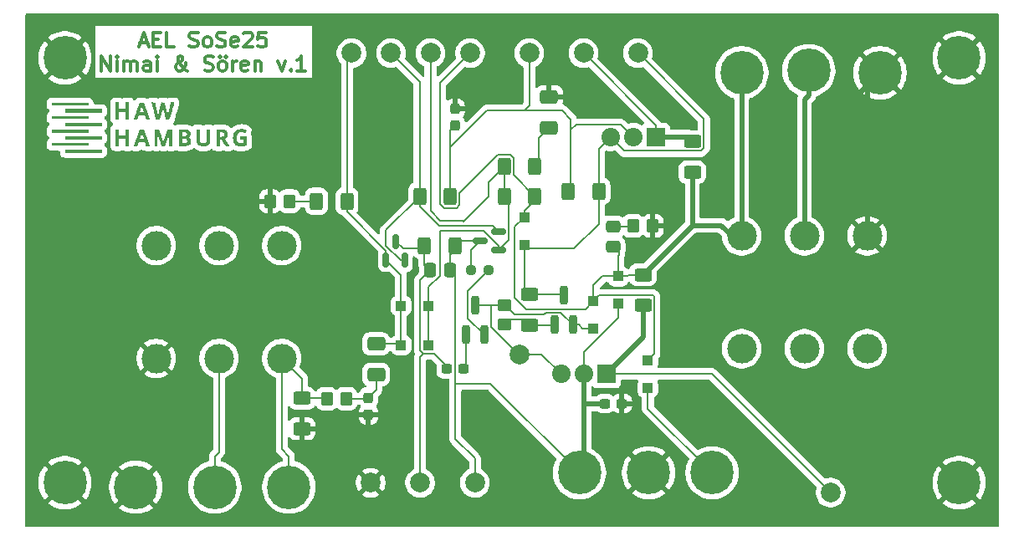
<source format=gtl>
%TF.GenerationSoftware,KiCad,Pcbnew,9.0.1*%
%TF.CreationDate,2025-05-12T16:26:17+02:00*%
%TF.ProjectId,Verst_rker,56657273-74e4-4726-9b65-722e6b696361,1*%
%TF.SameCoordinates,Original*%
%TF.FileFunction,Copper,L1,Top*%
%TF.FilePolarity,Positive*%
%FSLAX46Y46*%
G04 Gerber Fmt 4.6, Leading zero omitted, Abs format (unit mm)*
G04 Created by KiCad (PCBNEW 9.0.1) date 2025-05-12 16:26:17*
%MOMM*%
%LPD*%
G01*
G04 APERTURE LIST*
G04 Aperture macros list*
%AMRoundRect*
0 Rectangle with rounded corners*
0 $1 Rounding radius*
0 $2 $3 $4 $5 $6 $7 $8 $9 X,Y pos of 4 corners*
0 Add a 4 corners polygon primitive as box body*
4,1,4,$2,$3,$4,$5,$6,$7,$8,$9,$2,$3,0*
0 Add four circle primitives for the rounded corners*
1,1,$1+$1,$2,$3*
1,1,$1+$1,$4,$5*
1,1,$1+$1,$6,$7*
1,1,$1+$1,$8,$9*
0 Add four rect primitives between the rounded corners*
20,1,$1+$1,$2,$3,$4,$5,0*
20,1,$1+$1,$4,$5,$6,$7,0*
20,1,$1+$1,$6,$7,$8,$9,0*
20,1,$1+$1,$8,$9,$2,$3,0*%
G04 Aperture macros list end*
%ADD10C,0.300000*%
%TA.AperFunction,NonConductor*%
%ADD11C,0.300000*%
%TD*%
%TA.AperFunction,EtchedComponent*%
%ADD12C,0.000000*%
%TD*%
%TA.AperFunction,SMDPad,CuDef*%
%ADD13RoundRect,0.250000X-0.400000X-0.625000X0.400000X-0.625000X0.400000X0.625000X-0.400000X0.625000X0*%
%TD*%
%TA.AperFunction,SMDPad,CuDef*%
%ADD14RoundRect,0.250000X0.650000X-0.412500X0.650000X0.412500X-0.650000X0.412500X-0.650000X-0.412500X0*%
%TD*%
%TA.AperFunction,SMDPad,CuDef*%
%ADD15C,2.000000*%
%TD*%
%TA.AperFunction,ComponentPad*%
%ADD16R,1.875000X1.875000*%
%TD*%
%TA.AperFunction,ComponentPad*%
%ADD17C,1.875000*%
%TD*%
%TA.AperFunction,SMDPad,CuDef*%
%ADD18RoundRect,0.250000X-0.350000X-0.450000X0.350000X-0.450000X0.350000X0.450000X-0.350000X0.450000X0*%
%TD*%
%TA.AperFunction,ComponentPad*%
%ADD19C,3.000000*%
%TD*%
%TA.AperFunction,SMDPad,CuDef*%
%ADD20RoundRect,0.250000X-0.625000X0.400000X-0.625000X-0.400000X0.625000X-0.400000X0.625000X0.400000X0*%
%TD*%
%TA.AperFunction,SMDPad,CuDef*%
%ADD21RoundRect,0.250000X-0.300000X0.300000X-0.300000X-0.300000X0.300000X-0.300000X0.300000X0.300000X0*%
%TD*%
%TA.AperFunction,SMDPad,CuDef*%
%ADD22RoundRect,0.200000X0.200000X-0.750000X0.200000X0.750000X-0.200000X0.750000X-0.200000X-0.750000X0*%
%TD*%
%TA.AperFunction,ComponentPad*%
%ADD23C,2.600000*%
%TD*%
%TA.AperFunction,ConnectorPad*%
%ADD24C,4.400000*%
%TD*%
%TA.AperFunction,SMDPad,CuDef*%
%ADD25RoundRect,0.150000X0.587500X0.150000X-0.587500X0.150000X-0.587500X-0.150000X0.587500X-0.150000X0*%
%TD*%
%TA.AperFunction,SMDPad,CuDef*%
%ADD26RoundRect,0.250000X-0.475000X0.337500X-0.475000X-0.337500X0.475000X-0.337500X0.475000X0.337500X0*%
%TD*%
%TA.AperFunction,SMDPad,CuDef*%
%ADD27RoundRect,0.250000X-0.650000X0.412500X-0.650000X-0.412500X0.650000X-0.412500X0.650000X0.412500X0*%
%TD*%
%TA.AperFunction,SMDPad,CuDef*%
%ADD28RoundRect,0.250000X0.400000X0.625000X-0.400000X0.625000X-0.400000X-0.625000X0.400000X-0.625000X0*%
%TD*%
%TA.AperFunction,SMDPad,CuDef*%
%ADD29RoundRect,0.250000X0.350000X0.450000X-0.350000X0.450000X-0.350000X-0.450000X0.350000X-0.450000X0*%
%TD*%
%TA.AperFunction,SMDPad,CuDef*%
%ADD30RoundRect,0.250000X0.337500X0.475000X-0.337500X0.475000X-0.337500X-0.475000X0.337500X-0.475000X0*%
%TD*%
%TA.AperFunction,SMDPad,CuDef*%
%ADD31RoundRect,0.250000X0.300000X-0.300000X0.300000X0.300000X-0.300000X0.300000X-0.300000X-0.300000X0*%
%TD*%
%TA.AperFunction,SMDPad,CuDef*%
%ADD32RoundRect,0.250000X-0.300000X-0.300000X0.300000X-0.300000X0.300000X0.300000X-0.300000X0.300000X0*%
%TD*%
%TA.AperFunction,SMDPad,CuDef*%
%ADD33RoundRect,0.237500X-0.237500X0.300000X-0.237500X-0.300000X0.237500X-0.300000X0.237500X0.300000X0*%
%TD*%
%TA.AperFunction,SMDPad,CuDef*%
%ADD34RoundRect,0.237500X0.237500X-0.300000X0.237500X0.300000X-0.237500X0.300000X-0.237500X-0.300000X0*%
%TD*%
%TA.AperFunction,SMDPad,CuDef*%
%ADD35RoundRect,0.150000X0.150000X-0.587500X0.150000X0.587500X-0.150000X0.587500X-0.150000X-0.587500X0*%
%TD*%
%TA.AperFunction,SMDPad,CuDef*%
%ADD36RoundRect,0.237500X0.300000X0.237500X-0.300000X0.237500X-0.300000X-0.237500X0.300000X-0.237500X0*%
%TD*%
%TA.AperFunction,SMDPad,CuDef*%
%ADD37RoundRect,0.237500X0.250000X0.237500X-0.250000X0.237500X-0.250000X-0.237500X0.250000X-0.237500X0*%
%TD*%
%TA.AperFunction,SMDPad,CuDef*%
%ADD38RoundRect,0.250000X0.300000X0.300000X-0.300000X0.300000X-0.300000X-0.300000X0.300000X-0.300000X0*%
%TD*%
%TA.AperFunction,SMDPad,CuDef*%
%ADD39RoundRect,0.250000X0.450000X-0.350000X0.450000X0.350000X-0.450000X0.350000X-0.450000X-0.350000X0*%
%TD*%
%TA.AperFunction,SMDPad,CuDef*%
%ADD40RoundRect,0.250000X0.625000X-0.400000X0.625000X0.400000X-0.625000X0.400000X-0.625000X-0.400000X0*%
%TD*%
%TA.AperFunction,Conductor*%
%ADD41C,0.200000*%
%TD*%
%TA.AperFunction,Conductor*%
%ADD42C,0.500000*%
%TD*%
G04 APERTURE END LIST*
D10*
D11*
X49107144Y-62457341D02*
X49821430Y-62457341D01*
X48964287Y-62885912D02*
X49464287Y-61385912D01*
X49464287Y-61385912D02*
X49964287Y-62885912D01*
X50464286Y-62100198D02*
X50964286Y-62100198D01*
X51178572Y-62885912D02*
X50464286Y-62885912D01*
X50464286Y-62885912D02*
X50464286Y-61385912D01*
X50464286Y-61385912D02*
X51178572Y-61385912D01*
X52535715Y-62885912D02*
X51821429Y-62885912D01*
X51821429Y-62885912D02*
X51821429Y-61385912D01*
X54107144Y-62814484D02*
X54321430Y-62885912D01*
X54321430Y-62885912D02*
X54678572Y-62885912D01*
X54678572Y-62885912D02*
X54821430Y-62814484D01*
X54821430Y-62814484D02*
X54892858Y-62743055D01*
X54892858Y-62743055D02*
X54964287Y-62600198D01*
X54964287Y-62600198D02*
X54964287Y-62457341D01*
X54964287Y-62457341D02*
X54892858Y-62314484D01*
X54892858Y-62314484D02*
X54821430Y-62243055D01*
X54821430Y-62243055D02*
X54678572Y-62171626D01*
X54678572Y-62171626D02*
X54392858Y-62100198D01*
X54392858Y-62100198D02*
X54250001Y-62028769D01*
X54250001Y-62028769D02*
X54178572Y-61957341D01*
X54178572Y-61957341D02*
X54107144Y-61814484D01*
X54107144Y-61814484D02*
X54107144Y-61671626D01*
X54107144Y-61671626D02*
X54178572Y-61528769D01*
X54178572Y-61528769D02*
X54250001Y-61457341D01*
X54250001Y-61457341D02*
X54392858Y-61385912D01*
X54392858Y-61385912D02*
X54750001Y-61385912D01*
X54750001Y-61385912D02*
X54964287Y-61457341D01*
X55821429Y-62885912D02*
X55678572Y-62814484D01*
X55678572Y-62814484D02*
X55607143Y-62743055D01*
X55607143Y-62743055D02*
X55535715Y-62600198D01*
X55535715Y-62600198D02*
X55535715Y-62171626D01*
X55535715Y-62171626D02*
X55607143Y-62028769D01*
X55607143Y-62028769D02*
X55678572Y-61957341D01*
X55678572Y-61957341D02*
X55821429Y-61885912D01*
X55821429Y-61885912D02*
X56035715Y-61885912D01*
X56035715Y-61885912D02*
X56178572Y-61957341D01*
X56178572Y-61957341D02*
X56250001Y-62028769D01*
X56250001Y-62028769D02*
X56321429Y-62171626D01*
X56321429Y-62171626D02*
X56321429Y-62600198D01*
X56321429Y-62600198D02*
X56250001Y-62743055D01*
X56250001Y-62743055D02*
X56178572Y-62814484D01*
X56178572Y-62814484D02*
X56035715Y-62885912D01*
X56035715Y-62885912D02*
X55821429Y-62885912D01*
X56892858Y-62814484D02*
X57107144Y-62885912D01*
X57107144Y-62885912D02*
X57464286Y-62885912D01*
X57464286Y-62885912D02*
X57607144Y-62814484D01*
X57607144Y-62814484D02*
X57678572Y-62743055D01*
X57678572Y-62743055D02*
X57750001Y-62600198D01*
X57750001Y-62600198D02*
X57750001Y-62457341D01*
X57750001Y-62457341D02*
X57678572Y-62314484D01*
X57678572Y-62314484D02*
X57607144Y-62243055D01*
X57607144Y-62243055D02*
X57464286Y-62171626D01*
X57464286Y-62171626D02*
X57178572Y-62100198D01*
X57178572Y-62100198D02*
X57035715Y-62028769D01*
X57035715Y-62028769D02*
X56964286Y-61957341D01*
X56964286Y-61957341D02*
X56892858Y-61814484D01*
X56892858Y-61814484D02*
X56892858Y-61671626D01*
X56892858Y-61671626D02*
X56964286Y-61528769D01*
X56964286Y-61528769D02*
X57035715Y-61457341D01*
X57035715Y-61457341D02*
X57178572Y-61385912D01*
X57178572Y-61385912D02*
X57535715Y-61385912D01*
X57535715Y-61385912D02*
X57750001Y-61457341D01*
X58964286Y-62814484D02*
X58821429Y-62885912D01*
X58821429Y-62885912D02*
X58535715Y-62885912D01*
X58535715Y-62885912D02*
X58392857Y-62814484D01*
X58392857Y-62814484D02*
X58321429Y-62671626D01*
X58321429Y-62671626D02*
X58321429Y-62100198D01*
X58321429Y-62100198D02*
X58392857Y-61957341D01*
X58392857Y-61957341D02*
X58535715Y-61885912D01*
X58535715Y-61885912D02*
X58821429Y-61885912D01*
X58821429Y-61885912D02*
X58964286Y-61957341D01*
X58964286Y-61957341D02*
X59035715Y-62100198D01*
X59035715Y-62100198D02*
X59035715Y-62243055D01*
X59035715Y-62243055D02*
X58321429Y-62385912D01*
X59607143Y-61528769D02*
X59678571Y-61457341D01*
X59678571Y-61457341D02*
X59821429Y-61385912D01*
X59821429Y-61385912D02*
X60178571Y-61385912D01*
X60178571Y-61385912D02*
X60321429Y-61457341D01*
X60321429Y-61457341D02*
X60392857Y-61528769D01*
X60392857Y-61528769D02*
X60464286Y-61671626D01*
X60464286Y-61671626D02*
X60464286Y-61814484D01*
X60464286Y-61814484D02*
X60392857Y-62028769D01*
X60392857Y-62028769D02*
X59535714Y-62885912D01*
X59535714Y-62885912D02*
X60464286Y-62885912D01*
X61821428Y-61385912D02*
X61107142Y-61385912D01*
X61107142Y-61385912D02*
X61035714Y-62100198D01*
X61035714Y-62100198D02*
X61107142Y-62028769D01*
X61107142Y-62028769D02*
X61250000Y-61957341D01*
X61250000Y-61957341D02*
X61607142Y-61957341D01*
X61607142Y-61957341D02*
X61750000Y-62028769D01*
X61750000Y-62028769D02*
X61821428Y-62100198D01*
X61821428Y-62100198D02*
X61892857Y-62243055D01*
X61892857Y-62243055D02*
X61892857Y-62600198D01*
X61892857Y-62600198D02*
X61821428Y-62743055D01*
X61821428Y-62743055D02*
X61750000Y-62814484D01*
X61750000Y-62814484D02*
X61607142Y-62885912D01*
X61607142Y-62885912D02*
X61250000Y-62885912D01*
X61250000Y-62885912D02*
X61107142Y-62814484D01*
X61107142Y-62814484D02*
X61035714Y-62743055D01*
X45214285Y-65300828D02*
X45214285Y-63800828D01*
X45214285Y-63800828D02*
X46071428Y-65300828D01*
X46071428Y-65300828D02*
X46071428Y-63800828D01*
X46785714Y-65300828D02*
X46785714Y-64300828D01*
X46785714Y-63800828D02*
X46714286Y-63872257D01*
X46714286Y-63872257D02*
X46785714Y-63943685D01*
X46785714Y-63943685D02*
X46857143Y-63872257D01*
X46857143Y-63872257D02*
X46785714Y-63800828D01*
X46785714Y-63800828D02*
X46785714Y-63943685D01*
X47500000Y-65300828D02*
X47500000Y-64300828D01*
X47500000Y-64443685D02*
X47571429Y-64372257D01*
X47571429Y-64372257D02*
X47714286Y-64300828D01*
X47714286Y-64300828D02*
X47928572Y-64300828D01*
X47928572Y-64300828D02*
X48071429Y-64372257D01*
X48071429Y-64372257D02*
X48142858Y-64515114D01*
X48142858Y-64515114D02*
X48142858Y-65300828D01*
X48142858Y-64515114D02*
X48214286Y-64372257D01*
X48214286Y-64372257D02*
X48357143Y-64300828D01*
X48357143Y-64300828D02*
X48571429Y-64300828D01*
X48571429Y-64300828D02*
X48714286Y-64372257D01*
X48714286Y-64372257D02*
X48785715Y-64515114D01*
X48785715Y-64515114D02*
X48785715Y-65300828D01*
X50142858Y-65300828D02*
X50142858Y-64515114D01*
X50142858Y-64515114D02*
X50071429Y-64372257D01*
X50071429Y-64372257D02*
X49928572Y-64300828D01*
X49928572Y-64300828D02*
X49642858Y-64300828D01*
X49642858Y-64300828D02*
X49500000Y-64372257D01*
X50142858Y-65229400D02*
X50000000Y-65300828D01*
X50000000Y-65300828D02*
X49642858Y-65300828D01*
X49642858Y-65300828D02*
X49500000Y-65229400D01*
X49500000Y-65229400D02*
X49428572Y-65086542D01*
X49428572Y-65086542D02*
X49428572Y-64943685D01*
X49428572Y-64943685D02*
X49500000Y-64800828D01*
X49500000Y-64800828D02*
X49642858Y-64729400D01*
X49642858Y-64729400D02*
X50000000Y-64729400D01*
X50000000Y-64729400D02*
X50142858Y-64657971D01*
X50857143Y-65300828D02*
X50857143Y-64300828D01*
X50857143Y-63800828D02*
X50785715Y-63872257D01*
X50785715Y-63872257D02*
X50857143Y-63943685D01*
X50857143Y-63943685D02*
X50928572Y-63872257D01*
X50928572Y-63872257D02*
X50857143Y-63800828D01*
X50857143Y-63800828D02*
X50857143Y-63943685D01*
X53928572Y-65300828D02*
X53857144Y-65300828D01*
X53857144Y-65300828D02*
X53714286Y-65229400D01*
X53714286Y-65229400D02*
X53500001Y-65015114D01*
X53500001Y-65015114D02*
X53142858Y-64586542D01*
X53142858Y-64586542D02*
X53000001Y-64372257D01*
X53000001Y-64372257D02*
X52928572Y-64157971D01*
X52928572Y-64157971D02*
X52928572Y-64015114D01*
X52928572Y-64015114D02*
X53000001Y-63872257D01*
X53000001Y-63872257D02*
X53142858Y-63800828D01*
X53142858Y-63800828D02*
X53214286Y-63800828D01*
X53214286Y-63800828D02*
X53357144Y-63872257D01*
X53357144Y-63872257D02*
X53428572Y-64015114D01*
X53428572Y-64015114D02*
X53428572Y-64086542D01*
X53428572Y-64086542D02*
X53357144Y-64229400D01*
X53357144Y-64229400D02*
X53285715Y-64300828D01*
X53285715Y-64300828D02*
X52857144Y-64586542D01*
X52857144Y-64586542D02*
X52785715Y-64657971D01*
X52785715Y-64657971D02*
X52714286Y-64800828D01*
X52714286Y-64800828D02*
X52714286Y-65015114D01*
X52714286Y-65015114D02*
X52785715Y-65157971D01*
X52785715Y-65157971D02*
X52857144Y-65229400D01*
X52857144Y-65229400D02*
X53000001Y-65300828D01*
X53000001Y-65300828D02*
X53214286Y-65300828D01*
X53214286Y-65300828D02*
X53357144Y-65229400D01*
X53357144Y-65229400D02*
X53428572Y-65157971D01*
X53428572Y-65157971D02*
X53642858Y-64872257D01*
X53642858Y-64872257D02*
X53714286Y-64657971D01*
X53714286Y-64657971D02*
X53714286Y-64515114D01*
X55642858Y-65229400D02*
X55857144Y-65300828D01*
X55857144Y-65300828D02*
X56214286Y-65300828D01*
X56214286Y-65300828D02*
X56357144Y-65229400D01*
X56357144Y-65229400D02*
X56428572Y-65157971D01*
X56428572Y-65157971D02*
X56500001Y-65015114D01*
X56500001Y-65015114D02*
X56500001Y-64872257D01*
X56500001Y-64872257D02*
X56428572Y-64729400D01*
X56428572Y-64729400D02*
X56357144Y-64657971D01*
X56357144Y-64657971D02*
X56214286Y-64586542D01*
X56214286Y-64586542D02*
X55928572Y-64515114D01*
X55928572Y-64515114D02*
X55785715Y-64443685D01*
X55785715Y-64443685D02*
X55714286Y-64372257D01*
X55714286Y-64372257D02*
X55642858Y-64229400D01*
X55642858Y-64229400D02*
X55642858Y-64086542D01*
X55642858Y-64086542D02*
X55714286Y-63943685D01*
X55714286Y-63943685D02*
X55785715Y-63872257D01*
X55785715Y-63872257D02*
X55928572Y-63800828D01*
X55928572Y-63800828D02*
X56285715Y-63800828D01*
X56285715Y-63800828D02*
X56500001Y-63872257D01*
X57357143Y-65300828D02*
X57214286Y-65229400D01*
X57214286Y-65229400D02*
X57142857Y-65157971D01*
X57142857Y-65157971D02*
X57071429Y-65015114D01*
X57071429Y-65015114D02*
X57071429Y-64586542D01*
X57071429Y-64586542D02*
X57142857Y-64443685D01*
X57142857Y-64443685D02*
X57214286Y-64372257D01*
X57214286Y-64372257D02*
X57357143Y-64300828D01*
X57357143Y-64300828D02*
X57571429Y-64300828D01*
X57571429Y-64300828D02*
X57714286Y-64372257D01*
X57714286Y-64372257D02*
X57785715Y-64443685D01*
X57785715Y-64443685D02*
X57857143Y-64586542D01*
X57857143Y-64586542D02*
X57857143Y-65015114D01*
X57857143Y-65015114D02*
X57785715Y-65157971D01*
X57785715Y-65157971D02*
X57714286Y-65229400D01*
X57714286Y-65229400D02*
X57571429Y-65300828D01*
X57571429Y-65300828D02*
X57357143Y-65300828D01*
X57214286Y-63800828D02*
X57285715Y-63872257D01*
X57285715Y-63872257D02*
X57214286Y-63943685D01*
X57214286Y-63943685D02*
X57142857Y-63872257D01*
X57142857Y-63872257D02*
X57214286Y-63800828D01*
X57214286Y-63800828D02*
X57214286Y-63943685D01*
X57785715Y-63800828D02*
X57857143Y-63872257D01*
X57857143Y-63872257D02*
X57785715Y-63943685D01*
X57785715Y-63943685D02*
X57714286Y-63872257D01*
X57714286Y-63872257D02*
X57785715Y-63800828D01*
X57785715Y-63800828D02*
X57785715Y-63943685D01*
X58500000Y-65300828D02*
X58500000Y-64300828D01*
X58500000Y-64586542D02*
X58571429Y-64443685D01*
X58571429Y-64443685D02*
X58642858Y-64372257D01*
X58642858Y-64372257D02*
X58785715Y-64300828D01*
X58785715Y-64300828D02*
X58928572Y-64300828D01*
X60000000Y-65229400D02*
X59857143Y-65300828D01*
X59857143Y-65300828D02*
X59571429Y-65300828D01*
X59571429Y-65300828D02*
X59428571Y-65229400D01*
X59428571Y-65229400D02*
X59357143Y-65086542D01*
X59357143Y-65086542D02*
X59357143Y-64515114D01*
X59357143Y-64515114D02*
X59428571Y-64372257D01*
X59428571Y-64372257D02*
X59571429Y-64300828D01*
X59571429Y-64300828D02*
X59857143Y-64300828D01*
X59857143Y-64300828D02*
X60000000Y-64372257D01*
X60000000Y-64372257D02*
X60071429Y-64515114D01*
X60071429Y-64515114D02*
X60071429Y-64657971D01*
X60071429Y-64657971D02*
X59357143Y-64800828D01*
X60714285Y-64300828D02*
X60714285Y-65300828D01*
X60714285Y-64443685D02*
X60785714Y-64372257D01*
X60785714Y-64372257D02*
X60928571Y-64300828D01*
X60928571Y-64300828D02*
X61142857Y-64300828D01*
X61142857Y-64300828D02*
X61285714Y-64372257D01*
X61285714Y-64372257D02*
X61357143Y-64515114D01*
X61357143Y-64515114D02*
X61357143Y-65300828D01*
X63071428Y-64300828D02*
X63428571Y-65300828D01*
X63428571Y-65300828D02*
X63785714Y-64300828D01*
X64357142Y-65157971D02*
X64428571Y-65229400D01*
X64428571Y-65229400D02*
X64357142Y-65300828D01*
X64357142Y-65300828D02*
X64285714Y-65229400D01*
X64285714Y-65229400D02*
X64357142Y-65157971D01*
X64357142Y-65157971D02*
X64357142Y-65300828D01*
X65857143Y-65300828D02*
X65000000Y-65300828D01*
X65428571Y-65300828D02*
X65428571Y-63800828D01*
X65428571Y-63800828D02*
X65285714Y-64015114D01*
X65285714Y-64015114D02*
X65142857Y-64157971D01*
X65142857Y-64157971D02*
X65000000Y-64229400D01*
D12*
%TA.AperFunction,EtchedComponent*%
G36*
X43880124Y-68669988D02*
G01*
X43880124Y-68828199D01*
X42024744Y-68828199D01*
X40169365Y-68828199D01*
X40169365Y-68669988D01*
X40169365Y-68511778D01*
X42024744Y-68511778D01*
X43880124Y-68511778D01*
X43880124Y-68669988D01*
G37*
%TD.AperFunction*%
%TA.AperFunction,EtchedComponent*%
G36*
X43880124Y-70029162D02*
G01*
X43880124Y-70180181D01*
X42024744Y-70180181D01*
X40169365Y-70180181D01*
X40169365Y-70029162D01*
X40169365Y-69878142D01*
X42024744Y-69878142D01*
X43880124Y-69878142D01*
X43880124Y-70029162D01*
G37*
%TD.AperFunction*%
%TA.AperFunction,EtchedComponent*%
G36*
X43880124Y-71388335D02*
G01*
X43880124Y-71546546D01*
X42024744Y-71546546D01*
X40169365Y-71546546D01*
X40169365Y-71388335D01*
X40169365Y-71230124D01*
X42024744Y-71230124D01*
X43880124Y-71230124D01*
X43880124Y-71388335D01*
G37*
%TD.AperFunction*%
%TA.AperFunction,EtchedComponent*%
G36*
X43880124Y-72747508D02*
G01*
X43880124Y-72898527D01*
X42024744Y-72898527D01*
X40169365Y-72898527D01*
X40169365Y-72747508D01*
X40169365Y-72596489D01*
X42024744Y-72596489D01*
X43880124Y-72596489D01*
X43880124Y-72747508D01*
G37*
%TD.AperFunction*%
%TA.AperFunction,EtchedComponent*%
G36*
X45246488Y-69345979D02*
G01*
X45246488Y-69518573D01*
X43383918Y-69518573D01*
X41521347Y-69518573D01*
X41521347Y-69345979D01*
X41521347Y-69173386D01*
X43383918Y-69173386D01*
X45246488Y-69173386D01*
X45246488Y-69345979D01*
G37*
%TD.AperFunction*%
%TA.AperFunction,EtchedComponent*%
G36*
X45246488Y-70705153D02*
G01*
X45246488Y-70870555D01*
X43383918Y-70870555D01*
X41521347Y-70870555D01*
X41521347Y-70705153D01*
X41521347Y-70539751D01*
X43383918Y-70539751D01*
X45246488Y-70539751D01*
X45246488Y-70705153D01*
G37*
%TD.AperFunction*%
%TA.AperFunction,EtchedComponent*%
G36*
X45246488Y-72064326D02*
G01*
X45246488Y-72236919D01*
X43383918Y-72236919D01*
X41521347Y-72236919D01*
X41521347Y-72064326D01*
X41521347Y-71891732D01*
X43383918Y-71891732D01*
X45246488Y-71891732D01*
X45246488Y-72064326D01*
G37*
%TD.AperFunction*%
%TA.AperFunction,EtchedComponent*%
G36*
X45246488Y-73423499D02*
G01*
X45246488Y-73588901D01*
X43383918Y-73588901D01*
X41521347Y-73588901D01*
X41521347Y-73423499D01*
X41521347Y-73258097D01*
X43383918Y-73258097D01*
X45246488Y-73258097D01*
X45246488Y-73423499D01*
G37*
%TD.AperFunction*%
%TA.AperFunction,EtchedComponent*%
G36*
X46972423Y-68828199D02*
G01*
X46972423Y-69159003D01*
X47310418Y-69159003D01*
X47648414Y-69159003D01*
X47648414Y-68828199D01*
X47648414Y-68497395D01*
X47828198Y-68497395D01*
X48007983Y-68497395D01*
X48007983Y-69345979D01*
X48007983Y-70194564D01*
X47828445Y-70194564D01*
X47648908Y-70194564D01*
X47645065Y-69831398D01*
X47641222Y-69468233D01*
X47306822Y-69464372D01*
X46972423Y-69460511D01*
X46972423Y-69827538D01*
X46972423Y-70194564D01*
X46792638Y-70194564D01*
X46612853Y-70194564D01*
X46612853Y-69345979D01*
X46612853Y-68497395D01*
X46792638Y-68497395D01*
X46972423Y-68497395D01*
X46972423Y-68828199D01*
G37*
%TD.AperFunction*%
%TA.AperFunction,EtchedComponent*%
G36*
X46972423Y-71546546D02*
G01*
X46972423Y-71877350D01*
X47310418Y-71877350D01*
X47648414Y-71877350D01*
X47648414Y-71546546D01*
X47648414Y-71215741D01*
X47828198Y-71215741D01*
X48007983Y-71215741D01*
X48007983Y-72064326D01*
X48007983Y-72912910D01*
X47828445Y-72912910D01*
X47648908Y-72912910D01*
X47645065Y-72549745D01*
X47641222Y-72186580D01*
X47306822Y-72182719D01*
X46972423Y-72178858D01*
X46972423Y-72545884D01*
X46972423Y-72912910D01*
X46792638Y-72912910D01*
X46612853Y-72912910D01*
X46612853Y-72064326D01*
X46612853Y-71215741D01*
X46792638Y-71215741D01*
X46972423Y-71215741D01*
X46972423Y-71546546D01*
G37*
%TD.AperFunction*%
%TA.AperFunction,EtchedComponent*%
G36*
X55173469Y-71809031D02*
G01*
X55174666Y-71963283D01*
X55176038Y-72091587D01*
X55177940Y-72196762D01*
X55180728Y-72281624D01*
X55184757Y-72348993D01*
X55190383Y-72401684D01*
X55197961Y-72442517D01*
X55207847Y-72474308D01*
X55220396Y-72499876D01*
X55235964Y-72522038D01*
X55254907Y-72543611D01*
X55267877Y-72557274D01*
X55327157Y-72599950D01*
X55402923Y-72626585D01*
X55487895Y-72637344D01*
X55574790Y-72632392D01*
X55656329Y-72611893D01*
X55725229Y-72576012D01*
X55758334Y-72546197D01*
X55779110Y-72521156D01*
X55796354Y-72495739D01*
X55810392Y-72467107D01*
X55821552Y-72432424D01*
X55830162Y-72388852D01*
X55836549Y-72333551D01*
X55841040Y-72263685D01*
X55843964Y-72176415D01*
X55845647Y-72068904D01*
X55846417Y-71938314D01*
X55846602Y-71781806D01*
X55846602Y-71781251D01*
X55846602Y-71215741D01*
X56026386Y-71215741D01*
X56206171Y-71215741D01*
X56206171Y-71804728D01*
X56205732Y-71977195D01*
X56204432Y-72125915D01*
X56202292Y-72249926D01*
X56199337Y-72348268D01*
X56195591Y-72419983D01*
X56191075Y-72464109D01*
X56190000Y-72469932D01*
X56150376Y-72591885D01*
X56087300Y-72697748D01*
X56001989Y-72786223D01*
X55895663Y-72856012D01*
X55785448Y-72901009D01*
X55714854Y-72917130D01*
X55625742Y-72928707D01*
X55528080Y-72935206D01*
X55431835Y-72936092D01*
X55346974Y-72930831D01*
X55314847Y-72926260D01*
X55195805Y-72892703D01*
X55086011Y-72837897D01*
X54990494Y-72765394D01*
X54914284Y-72678744D01*
X54878241Y-72618063D01*
X54862457Y-72584143D01*
X54849341Y-72550410D01*
X54838650Y-72513906D01*
X54830137Y-72471672D01*
X54823560Y-72420750D01*
X54818674Y-72358182D01*
X54815234Y-72281009D01*
X54812995Y-72186274D01*
X54811714Y-72071018D01*
X54811146Y-71932284D01*
X54811041Y-71804728D01*
X54811041Y-71215741D01*
X54990089Y-71215741D01*
X55169136Y-71215741D01*
X55173469Y-71809031D01*
G37*
%TD.AperFunction*%
%TA.AperFunction,EtchedComponent*%
G36*
X52380350Y-72063986D02*
G01*
X52380350Y-72912910D01*
X52214163Y-72912910D01*
X52047976Y-72912910D01*
X52049591Y-72276472D01*
X52049888Y-72143645D01*
X52050088Y-72019571D01*
X52050193Y-71907234D01*
X52050203Y-71809616D01*
X52050119Y-71729699D01*
X52049942Y-71670466D01*
X52049672Y-71634900D01*
X52049424Y-71625651D01*
X52044716Y-71635934D01*
X52031909Y-71670973D01*
X52011878Y-71728194D01*
X51985503Y-71805025D01*
X51953660Y-71898891D01*
X51917227Y-72007220D01*
X51877081Y-72127439D01*
X51834100Y-72256973D01*
X51832408Y-72262089D01*
X51617172Y-72912910D01*
X51448620Y-72912891D01*
X51280067Y-72912872D01*
X51087276Y-72283644D01*
X51047492Y-72153889D01*
X51010071Y-72032006D01*
X50975899Y-71920876D01*
X50945864Y-71823374D01*
X50920853Y-71742381D01*
X50901754Y-71680773D01*
X50889454Y-71641428D01*
X50885059Y-71627787D01*
X50883271Y-71636144D01*
X50881861Y-71670566D01*
X50880843Y-71728353D01*
X50880231Y-71806807D01*
X50880037Y-71903230D01*
X50880275Y-72014922D01*
X50880958Y-72139184D01*
X50881941Y-72257034D01*
X50888248Y-72912910D01*
X50728184Y-72912910D01*
X50568119Y-72912910D01*
X50568119Y-72064326D01*
X50568119Y-71215741D01*
X50811960Y-71215741D01*
X51055801Y-71215741D01*
X51099424Y-71355974D01*
X51114052Y-71403102D01*
X51135834Y-71473413D01*
X51163439Y-71562603D01*
X51195535Y-71666370D01*
X51230791Y-71780410D01*
X51267877Y-71900421D01*
X51297403Y-71996008D01*
X51332895Y-72110196D01*
X51365972Y-72215214D01*
X51395638Y-72308006D01*
X51420898Y-72385518D01*
X51440755Y-72444693D01*
X51454215Y-72482475D01*
X51460280Y-72495809D01*
X51460287Y-72495809D01*
X51466350Y-72482577D01*
X51480380Y-72444670D01*
X51501460Y-72384773D01*
X51528676Y-72305571D01*
X51561110Y-72209750D01*
X51597848Y-72099995D01*
X51637974Y-71978991D01*
X51677315Y-71859371D01*
X51885817Y-71222933D01*
X52133083Y-71218998D01*
X52380350Y-71215062D01*
X52380350Y-72063986D01*
G37*
%TD.AperFunction*%
%TA.AperFunction,EtchedComponent*%
G36*
X57267930Y-71217329D02*
G01*
X57401501Y-71222539D01*
X57513107Y-71232044D01*
X57606072Y-71246516D01*
X57683719Y-71266628D01*
X57749374Y-71293051D01*
X57806360Y-71326459D01*
X57857543Y-71367111D01*
X57918641Y-71431587D01*
X57960138Y-71500388D01*
X57984625Y-71580136D01*
X57994692Y-71677449D01*
X57995281Y-71719139D01*
X57991902Y-71809307D01*
X57982354Y-71874191D01*
X57971804Y-71906115D01*
X57911728Y-72006617D01*
X57832858Y-72088378D01*
X57782490Y-72123954D01*
X57741512Y-72150349D01*
X57712608Y-72171996D01*
X57702389Y-72183564D01*
X57710011Y-72197959D01*
X57731759Y-72233094D01*
X57765632Y-72285888D01*
X57809631Y-72353262D01*
X57861754Y-72432135D01*
X57920002Y-72519427D01*
X57935701Y-72542823D01*
X57995412Y-72631832D01*
X58049816Y-72713184D01*
X58096866Y-72783793D01*
X58134511Y-72840576D01*
X58160703Y-72880447D01*
X58173391Y-72900322D01*
X58174216Y-72901812D01*
X58162495Y-72905797D01*
X58127023Y-72909113D01*
X58072811Y-72911481D01*
X58004870Y-72912619D01*
X57980048Y-72912676D01*
X57781086Y-72912442D01*
X57579860Y-72589063D01*
X57378633Y-72265685D01*
X57281417Y-72265685D01*
X57184201Y-72265685D01*
X57184201Y-72589298D01*
X57184201Y-72912910D01*
X57004416Y-72912910D01*
X56824631Y-72912910D01*
X56824631Y-72064326D01*
X56824631Y-71738316D01*
X56824631Y-71517780D01*
X57184201Y-71517780D01*
X57184201Y-71738316D01*
X57184871Y-71815380D01*
X57186721Y-71882203D01*
X57189503Y-71933529D01*
X57192975Y-71964102D01*
X57194988Y-71970070D01*
X57216073Y-71975870D01*
X57257808Y-71976640D01*
X57312678Y-71973187D01*
X57373164Y-71966315D01*
X57431751Y-71956828D01*
X57480921Y-71945533D01*
X57506289Y-71936726D01*
X57564809Y-71903645D01*
X57602316Y-71862549D01*
X57626547Y-71804499D01*
X57629283Y-71794649D01*
X57638845Y-71715646D01*
X57622894Y-71648868D01*
X57582274Y-71595018D01*
X57517832Y-71554802D01*
X57430412Y-71528921D01*
X57320858Y-71518081D01*
X57296977Y-71517780D01*
X57184201Y-71517780D01*
X56824631Y-71517780D01*
X56824631Y-71215741D01*
X57109068Y-71215741D01*
X57267930Y-71217329D01*
G37*
%TD.AperFunction*%
%TA.AperFunction,EtchedComponent*%
G36*
X59541229Y-71205995D02*
G01*
X59614078Y-71213574D01*
X59632162Y-71216764D01*
X59700999Y-71232639D01*
X59766513Y-71251196D01*
X59823004Y-71270425D01*
X59864772Y-71288319D01*
X59886118Y-71302869D01*
X59887709Y-71306807D01*
X59881924Y-71330273D01*
X59867294Y-71369953D01*
X59846846Y-71419165D01*
X59823601Y-71471228D01*
X59800586Y-71519461D01*
X59780824Y-71557184D01*
X59767339Y-71577716D01*
X59764226Y-71579597D01*
X59744722Y-71573494D01*
X59707168Y-71560652D01*
X59670135Y-71547569D01*
X59528469Y-71508696D01*
X59396271Y-71495679D01*
X59275245Y-71507388D01*
X59167094Y-71542692D01*
X59073522Y-71600462D01*
X58996233Y-71679568D01*
X58936931Y-71778879D01*
X58897320Y-71897265D01*
X58879104Y-72033596D01*
X58878076Y-72072917D01*
X58886514Y-72219917D01*
X58913310Y-72344875D01*
X58958408Y-72447730D01*
X59021752Y-72528420D01*
X59103287Y-72586885D01*
X59202957Y-72623063D01*
X59320707Y-72636891D01*
X59387731Y-72635317D01*
X59446146Y-72630664D01*
X59493882Y-72625254D01*
X59523415Y-72620004D01*
X59528441Y-72618158D01*
X59534532Y-72600479D01*
X59539239Y-72558898D01*
X59542171Y-72498261D01*
X59542978Y-72437429D01*
X59542978Y-72265685D01*
X59384767Y-72265685D01*
X59226556Y-72265685D01*
X59226556Y-72114666D01*
X59226556Y-71963646D01*
X59564760Y-71963646D01*
X59902963Y-71963646D01*
X59899159Y-72405917D01*
X59895356Y-72848188D01*
X59775530Y-72879599D01*
X59631143Y-72910627D01*
X59480197Y-72930840D01*
X59331291Y-72939645D01*
X59193024Y-72936453D01*
X59102018Y-72925919D01*
X58964294Y-72889444D01*
X58842296Y-72829172D01*
X58737079Y-72746049D01*
X58649699Y-72641021D01*
X58581211Y-72515035D01*
X58550039Y-72431087D01*
X58530871Y-72349227D01*
X58517320Y-72247968D01*
X58509701Y-72136187D01*
X58508331Y-72022759D01*
X58513526Y-71916558D01*
X58525602Y-71826459D01*
X58528071Y-71814685D01*
X58574110Y-71669915D01*
X58643350Y-71541271D01*
X58734097Y-71430465D01*
X58844657Y-71339211D01*
X58973337Y-71269219D01*
X59112763Y-71223521D01*
X59177145Y-71213015D01*
X59261145Y-71205892D01*
X59355800Y-71202270D01*
X59452149Y-71202266D01*
X59541229Y-71205995D01*
G37*
%TD.AperFunction*%
%TA.AperFunction,EtchedComponent*%
G36*
X49270092Y-71218722D02*
G01*
X49284975Y-71218980D01*
X49508672Y-71222933D01*
X49757416Y-71927689D01*
X49807247Y-72068839D01*
X49855725Y-72206097D01*
X49901707Y-72336230D01*
X49944051Y-72456006D01*
X49981613Y-72562192D01*
X50013250Y-72651557D01*
X50037819Y-72720867D01*
X50054177Y-72766889D01*
X50056242Y-72772678D01*
X50106324Y-72912910D01*
X49907297Y-72912910D01*
X49708270Y-72912910D01*
X49698763Y-72873358D01*
X49690775Y-72844018D01*
X49676325Y-72794472D01*
X49657557Y-72731960D01*
X49639178Y-72671999D01*
X49589100Y-72510192D01*
X49282992Y-72510192D01*
X48976883Y-72510192D01*
X48953663Y-72585702D01*
X48938430Y-72635576D01*
X48918616Y-72700903D01*
X48897891Y-72769579D01*
X48892635Y-72787061D01*
X48854827Y-72912910D01*
X48661530Y-72912910D01*
X48590725Y-72912362D01*
X48531565Y-72910858D01*
X48489301Y-72908613D01*
X48469186Y-72905840D01*
X48468232Y-72905060D01*
X48472840Y-72890835D01*
X48485998Y-72852322D01*
X48506711Y-72792365D01*
X48533980Y-72713811D01*
X48566809Y-72619505D01*
X48604201Y-72512292D01*
X48645160Y-72395020D01*
X48688688Y-72270533D01*
X48715958Y-72192623D01*
X49075471Y-72192623D01*
X49082421Y-72199441D01*
X49101110Y-72203919D01*
X49135586Y-72206541D01*
X49189901Y-72207789D01*
X49268104Y-72208147D01*
X49287343Y-72208154D01*
X49505731Y-72208154D01*
X49495231Y-72175792D01*
X49488043Y-72153074D01*
X49473697Y-72107270D01*
X49453561Y-72042768D01*
X49429003Y-71963954D01*
X49401393Y-71875217D01*
X49386958Y-71828776D01*
X49358857Y-71738759D01*
X49333521Y-71658394D01*
X49312206Y-71591600D01*
X49296167Y-71542297D01*
X49286661Y-71514403D01*
X49284672Y-71509606D01*
X49279749Y-71521673D01*
X49267862Y-71557073D01*
X49250317Y-71611589D01*
X49228420Y-71681002D01*
X49203477Y-71761095D01*
X49176793Y-71847649D01*
X49149674Y-71936448D01*
X49123426Y-72023272D01*
X49099355Y-72103904D01*
X49078766Y-72174126D01*
X49076207Y-72182984D01*
X49075471Y-72192623D01*
X48715958Y-72192623D01*
X48733789Y-72141678D01*
X48779466Y-72011299D01*
X48824721Y-71882244D01*
X48868558Y-71757357D01*
X48909981Y-71639484D01*
X48947992Y-71531472D01*
X48981594Y-71436166D01*
X49009791Y-71356411D01*
X49031586Y-71295055D01*
X49045981Y-71254941D01*
X49051304Y-71240555D01*
X49057434Y-71230870D01*
X49069899Y-71224139D01*
X49093047Y-71219961D01*
X49131229Y-71217933D01*
X49188794Y-71217654D01*
X49270092Y-71218722D01*
G37*
%TD.AperFunction*%
%TA.AperFunction,EtchedComponent*%
G36*
X49270021Y-68500367D02*
G01*
X49285431Y-68500634D01*
X49509584Y-68504586D01*
X49750736Y-69187769D01*
X49800189Y-69327851D01*
X49848591Y-69464920D01*
X49894728Y-69595544D01*
X49937390Y-69716291D01*
X49975361Y-69823729D01*
X50007431Y-69914427D01*
X50032386Y-69984952D01*
X50049013Y-70031874D01*
X50049327Y-70032757D01*
X50106767Y-70194564D01*
X49909555Y-70194502D01*
X49712343Y-70194440D01*
X49653063Y-69996739D01*
X49593782Y-69799037D01*
X49285418Y-69795168D01*
X48977055Y-69791300D01*
X48953749Y-69867082D01*
X48938470Y-69917101D01*
X48918620Y-69982545D01*
X48897875Y-70051285D01*
X48892635Y-70068714D01*
X48854827Y-70194564D01*
X48659852Y-70194564D01*
X48581588Y-70194284D01*
X48527821Y-70193063D01*
X48494286Y-70190332D01*
X48476718Y-70185517D01*
X48470850Y-70178049D01*
X48471818Y-70169394D01*
X48477606Y-70152071D01*
X48491945Y-70110535D01*
X48513810Y-70047699D01*
X48542178Y-69966474D01*
X48576023Y-69869774D01*
X48614323Y-69760510D01*
X48656052Y-69641594D01*
X48700185Y-69515940D01*
X48711723Y-69483117D01*
X49072309Y-69483117D01*
X49085866Y-69485437D01*
X49123234Y-69487409D01*
X49179458Y-69488878D01*
X49249586Y-69489693D01*
X49289590Y-69489807D01*
X49376385Y-69489272D01*
X49437633Y-69487482D01*
X49476535Y-69484166D01*
X49496291Y-69479050D01*
X49500103Y-69471860D01*
X49500091Y-69471829D01*
X49494100Y-69453399D01*
X49481019Y-69411587D01*
X49462125Y-69350530D01*
X49438698Y-69274366D01*
X49412016Y-69187235D01*
X49396810Y-69137429D01*
X49363480Y-69028169D01*
X49337562Y-68943479D01*
X49318055Y-68880418D01*
X49303960Y-68836047D01*
X49294280Y-68807426D01*
X49288013Y-68791616D01*
X49284163Y-68785677D01*
X49281729Y-68786670D01*
X49279713Y-68791655D01*
X49279503Y-68792242D01*
X49272993Y-68812489D01*
X49259982Y-68854681D01*
X49241834Y-68914271D01*
X49219913Y-68986711D01*
X49195583Y-69067453D01*
X49170207Y-69151950D01*
X49145149Y-69235654D01*
X49121774Y-69314017D01*
X49101444Y-69382491D01*
X49085525Y-69436530D01*
X49075379Y-69471585D01*
X49072309Y-69483117D01*
X48711723Y-69483117D01*
X48745700Y-69386459D01*
X48791571Y-69256063D01*
X48836774Y-69127666D01*
X48880285Y-69004178D01*
X48921080Y-68888514D01*
X48958134Y-68783584D01*
X48990422Y-68692301D01*
X49016921Y-68617577D01*
X49036607Y-68562326D01*
X49048454Y-68529458D01*
X49051166Y-68522208D01*
X49057347Y-68512531D01*
X49069849Y-68505803D01*
X49093020Y-68501623D01*
X49131207Y-68499591D01*
X49188758Y-68499306D01*
X49270021Y-68500367D01*
G37*
%TD.AperFunction*%
%TA.AperFunction,EtchedComponent*%
G36*
X53333210Y-71216186D02*
G01*
X53508717Y-71218345D01*
X53658169Y-71224750D01*
X53784055Y-71236081D01*
X53888863Y-71253018D01*
X53975080Y-71276239D01*
X54045197Y-71306427D01*
X54101701Y-71344258D01*
X54147081Y-71390415D01*
X54183825Y-71445576D01*
X54185746Y-71449071D01*
X54207653Y-71493713D01*
X54220290Y-71534606D01*
X54226141Y-71583066D01*
X54227644Y-71639891D01*
X54222366Y-71739297D01*
X54204735Y-71816344D01*
X54202452Y-71822500D01*
X54172591Y-71877505D01*
X54129228Y-71930567D01*
X54080119Y-71973777D01*
X54033022Y-71999228D01*
X54027542Y-72000797D01*
X54000583Y-72010668D01*
X53991468Y-72019141D01*
X54003709Y-72029265D01*
X54035260Y-72046232D01*
X54071230Y-72062797D01*
X54149920Y-72108545D01*
X54207957Y-72169818D01*
X54246491Y-72248781D01*
X54266671Y-72347602D01*
X54270428Y-72438278D01*
X54256613Y-72554569D01*
X54218312Y-72655963D01*
X54155913Y-72742008D01*
X54069807Y-72812249D01*
X53960384Y-72866235D01*
X53880571Y-72891456D01*
X53846448Y-72898441D01*
X53801856Y-72903852D01*
X53743359Y-72907846D01*
X53667518Y-72910576D01*
X53570897Y-72912200D01*
X53450057Y-72912871D01*
X53405698Y-72912910D01*
X53013193Y-72912910D01*
X53013193Y-72391288D01*
X53013193Y-72176499D01*
X53372762Y-72176499D01*
X53372762Y-72391288D01*
X53373451Y-72467316D01*
X53375346Y-72533061D01*
X53378193Y-72583189D01*
X53381738Y-72612364D01*
X53383550Y-72617297D01*
X53401497Y-72621245D01*
X53441842Y-72623324D01*
X53498270Y-72623367D01*
X53553066Y-72621728D01*
X53640222Y-72616183D01*
X53705604Y-72607388D01*
X53756123Y-72594230D01*
X53778574Y-72585401D01*
X53839799Y-72545910D01*
X53878108Y-72490667D01*
X53894831Y-72417473D01*
X53895838Y-72391478D01*
X53885159Y-72321395D01*
X53851011Y-72264502D01*
X53791037Y-72216936D01*
X53788360Y-72215345D01*
X53762220Y-72202707D01*
X53730100Y-72193830D01*
X53686026Y-72187843D01*
X53624026Y-72183878D01*
X53556143Y-72181539D01*
X53372762Y-72176499D01*
X53013193Y-72176499D01*
X53013193Y-72064326D01*
X53013193Y-71895205D01*
X53372762Y-71895205D01*
X53548952Y-71888972D01*
X53635896Y-71884614D01*
X53699229Y-71878169D01*
X53744072Y-71868919D01*
X53773018Y-71857515D01*
X53818142Y-71819412D01*
X53847208Y-71766048D01*
X53859085Y-71705428D01*
X53852641Y-71645557D01*
X53826745Y-71594438D01*
X53812303Y-71579599D01*
X53772214Y-71552832D01*
X53721327Y-71534422D01*
X53654527Y-71523288D01*
X53566698Y-71518349D01*
X53520186Y-71517860D01*
X53372762Y-71517780D01*
X53372762Y-71706492D01*
X53372762Y-71895205D01*
X53013193Y-71895205D01*
X53013193Y-71706492D01*
X53013193Y-71215741D01*
X53333210Y-71216186D01*
G37*
%TD.AperFunction*%
%TA.AperFunction,EtchedComponent*%
G36*
X51421539Y-68500567D02*
G01*
X51594319Y-68504586D01*
X51727010Y-69016832D01*
X51758795Y-69140854D01*
X51789304Y-69262376D01*
X51817493Y-69377056D01*
X51842318Y-69480548D01*
X51862733Y-69568509D01*
X51877694Y-69636594D01*
X51885197Y-69674754D01*
X51896185Y-69734516D01*
X51905816Y-69781395D01*
X51912863Y-69809729D01*
X51915687Y-69815436D01*
X51920456Y-69799941D01*
X51928689Y-69763214D01*
X51938830Y-69712351D01*
X51941738Y-69696869D01*
X51949781Y-69656987D01*
X51963490Y-69593003D01*
X51981993Y-69508829D01*
X52004415Y-69408377D01*
X52029884Y-69295558D01*
X52057526Y-69174283D01*
X52086467Y-69048463D01*
X52088343Y-69040345D01*
X52213892Y-68497395D01*
X52391752Y-68497395D01*
X52569612Y-68497395D01*
X52560910Y-68536948D01*
X52555829Y-68557876D01*
X52544296Y-68604059D01*
X52526974Y-68672879D01*
X52504526Y-68761719D01*
X52477615Y-68867961D01*
X52446903Y-68988987D01*
X52413054Y-69122181D01*
X52376730Y-69264925D01*
X52346921Y-69381936D01*
X52141634Y-70187372D01*
X51933378Y-70191334D01*
X51725121Y-70195296D01*
X51600588Y-69709511D01*
X51570015Y-69589357D01*
X51540689Y-69472418D01*
X51513667Y-69363042D01*
X51490010Y-69265577D01*
X51470776Y-69184374D01*
X51457024Y-69123780D01*
X51451451Y-69097118D01*
X51439636Y-69042850D01*
X51428467Y-69002888D01*
X51419639Y-68982830D01*
X51416596Y-68982056D01*
X51409522Y-69000525D01*
X51399195Y-69040281D01*
X51387356Y-69094284D01*
X51381678Y-69123046D01*
X51373628Y-69160591D01*
X51359491Y-69221582D01*
X51340368Y-69301611D01*
X51317361Y-69396271D01*
X51291569Y-69501154D01*
X51264095Y-69611854D01*
X51236038Y-69723963D01*
X51208500Y-69833073D01*
X51182581Y-69934777D01*
X51159383Y-70024668D01*
X51140005Y-70098337D01*
X51125550Y-70151379D01*
X51120329Y-70169394D01*
X51114605Y-70179354D01*
X51101488Y-70186304D01*
X51076511Y-70190773D01*
X51035208Y-70193286D01*
X50973115Y-70194371D01*
X50906926Y-70194564D01*
X50701125Y-70194564D01*
X50656405Y-70018375D01*
X50643585Y-69967938D01*
X50624599Y-69893338D01*
X50600393Y-69798284D01*
X50571911Y-69686485D01*
X50540097Y-69561650D01*
X50505899Y-69427489D01*
X50470260Y-69287710D01*
X50440187Y-69169790D01*
X50268690Y-68497395D01*
X50446201Y-68497395D01*
X50521210Y-68497820D01*
X50572273Y-68499532D01*
X50604203Y-68503186D01*
X50621812Y-68509436D01*
X50629913Y-68518938D01*
X50631223Y-68522565D01*
X50639551Y-68553997D01*
X50653148Y-68609496D01*
X50671101Y-68685034D01*
X50692498Y-68776585D01*
X50716424Y-68880122D01*
X50741966Y-68991619D01*
X50768211Y-69107048D01*
X50794246Y-69222383D01*
X50819157Y-69333597D01*
X50842031Y-69436662D01*
X50861955Y-69527554D01*
X50878015Y-69602244D01*
X50889299Y-69656705D01*
X50893789Y-69680201D01*
X50904562Y-69738768D01*
X50913837Y-69784430D01*
X50920384Y-69811381D01*
X50922618Y-69816093D01*
X50926921Y-69801128D01*
X50935221Y-69764056D01*
X50946186Y-69711039D01*
X50954679Y-69668016D01*
X50964897Y-69620104D01*
X50981384Y-69548693D01*
X51003084Y-69458103D01*
X51028937Y-69352652D01*
X51057889Y-69236660D01*
X51088881Y-69114445D01*
X51115668Y-69010324D01*
X51248760Y-68496547D01*
X51421539Y-68500567D01*
G37*
%TD.AperFunction*%
D13*
X77900000Y-83000000D03*
X81000000Y-83000000D03*
D14*
X73000000Y-96062500D03*
X73000000Y-92937500D03*
D15*
X72450000Y-107000000D03*
D16*
X101290000Y-72000000D03*
D17*
X99000000Y-72000000D03*
X96710000Y-72000000D03*
D15*
X77450000Y-107000000D03*
D18*
X68000000Y-98500000D03*
X70000000Y-98500000D03*
D19*
X116350000Y-82000000D03*
X116350000Y-93430000D03*
X122700000Y-82000000D03*
X122700000Y-93430000D03*
X110000000Y-82000000D03*
X110000000Y-93430000D03*
D20*
X88500000Y-87950000D03*
X88500000Y-91050000D03*
D21*
X97500000Y-86100000D03*
X97500000Y-88900000D03*
D22*
X82050000Y-92000000D03*
X83950000Y-92000000D03*
X83000000Y-89000000D03*
D23*
X56675000Y-107448929D03*
D24*
X56675000Y-107448929D03*
D15*
X70500000Y-63500000D03*
D25*
X85387500Y-83450000D03*
X85387500Y-81550000D03*
X83512500Y-82500000D03*
D26*
X97000000Y-81062500D03*
X97000000Y-83137500D03*
D27*
X90500000Y-67937500D03*
X90500000Y-71062500D03*
D28*
X80500000Y-78000000D03*
X77400000Y-78000000D03*
D23*
X124000000Y-65500000D03*
D24*
X124000000Y-65500000D03*
D20*
X100000000Y-85950000D03*
X100000000Y-89050000D03*
D29*
X64250000Y-78500000D03*
X62250000Y-78500000D03*
D19*
X57100000Y-94430000D03*
X57100000Y-83000000D03*
X50750000Y-94430000D03*
X50750000Y-83000000D03*
X63450000Y-94430000D03*
X63450000Y-83000000D03*
D15*
X94000000Y-63500000D03*
D23*
X116775000Y-65275000D03*
D24*
X116775000Y-65275000D03*
D30*
X80487500Y-85500000D03*
X78412500Y-85500000D03*
D23*
X100580000Y-106000000D03*
D24*
X100580000Y-106000000D03*
D15*
X74500000Y-63500000D03*
X119000000Y-108000000D03*
D31*
X100500000Y-97400000D03*
X100500000Y-94600000D03*
D16*
X96290000Y-95995000D03*
D17*
X94000000Y-95995000D03*
X91710000Y-95995000D03*
D23*
X93580000Y-106000000D03*
D24*
X93580000Y-106000000D03*
D23*
X41500000Y-64000000D03*
D24*
X41500000Y-64000000D03*
D23*
X107000000Y-106000000D03*
D24*
X107000000Y-106000000D03*
D32*
X75515057Y-93074827D03*
X78315057Y-93074827D03*
D33*
X81000000Y-69137500D03*
X81000000Y-70862500D03*
D18*
X99000000Y-81000000D03*
X101000000Y-81000000D03*
D34*
X72223900Y-100112500D03*
X72223900Y-98387500D03*
D35*
X74000000Y-84437500D03*
X75900000Y-84437500D03*
X74950000Y-82562500D03*
D36*
X97870000Y-98995000D03*
X96145000Y-98995000D03*
D23*
X132000000Y-64000000D03*
D24*
X132000000Y-64000000D03*
D37*
X84412500Y-85500000D03*
X82587500Y-85500000D03*
D13*
X85950000Y-78000000D03*
X89050000Y-78000000D03*
D22*
X91050000Y-91000000D03*
X92950000Y-91000000D03*
X92000000Y-88000000D03*
D13*
X92450000Y-77500000D03*
X95550000Y-77500000D03*
D15*
X88500000Y-63500000D03*
D23*
X132000000Y-107000000D03*
D24*
X132000000Y-107000000D03*
D15*
X99500000Y-63500000D03*
D36*
X81862500Y-95500000D03*
X80137500Y-95500000D03*
D15*
X78500000Y-63500000D03*
D31*
X88000000Y-82900000D03*
X88000000Y-80100000D03*
D38*
X78315057Y-89074827D03*
X75515057Y-89074827D03*
D15*
X83000000Y-107000000D03*
D23*
X48675000Y-107448929D03*
D24*
X48675000Y-107448929D03*
D39*
X86000000Y-91000000D03*
X86000000Y-89000000D03*
D28*
X70050000Y-78500000D03*
X66950000Y-78500000D03*
D23*
X41500000Y-107000000D03*
D24*
X41500000Y-107000000D03*
D23*
X110000000Y-65500000D03*
D24*
X110000000Y-65500000D03*
D23*
X64175000Y-107448929D03*
D24*
X64175000Y-107448929D03*
D20*
X105000000Y-72450000D03*
X105000000Y-75550000D03*
D15*
X87500000Y-94000000D03*
D40*
X65500000Y-101550000D03*
X65500000Y-98450000D03*
D13*
X85950000Y-75000000D03*
X89050000Y-75000000D03*
D15*
X82500000Y-63500000D03*
D21*
X95000000Y-88600000D03*
X95000000Y-91400000D03*
D41*
X89050000Y-75000000D02*
X89500000Y-74550000D01*
X89500000Y-74550000D02*
X89500000Y-72062500D01*
X89500000Y-72062500D02*
X90500000Y-71062500D01*
D42*
X97870000Y-103290000D02*
X100580000Y-106000000D01*
X122700000Y-66800000D02*
X122700000Y-82000000D01*
X124000000Y-65500000D02*
X122700000Y-66800000D01*
X97870000Y-98995000D02*
X97870000Y-103290000D01*
D41*
X97000000Y-81062500D02*
X98937500Y-81062500D01*
X98937500Y-81062500D02*
X99000000Y-81000000D01*
X88159840Y-89421000D02*
X94179000Y-89421000D01*
X87000000Y-81100000D02*
X87000000Y-88261160D01*
X97137500Y-83000000D02*
X97550000Y-83000000D01*
X101176000Y-93924000D02*
X101176000Y-88176000D01*
X89050000Y-78000000D02*
X89050000Y-78450000D01*
X94179000Y-89421000D02*
X95000000Y-88600000D01*
X87000000Y-88261160D02*
X88159840Y-89421000D01*
X98550000Y-85950000D02*
X100000000Y-85950000D01*
X81135160Y-79176000D02*
X79864840Y-79176000D01*
X86901000Y-75851000D02*
X86901000Y-74139840D01*
X85314840Y-73824000D02*
X81451000Y-77687840D01*
X97000000Y-83137500D02*
X97137500Y-83000000D01*
X97550000Y-83950000D02*
X97500000Y-84000000D01*
X79500000Y-66500000D02*
X82500000Y-63500000D01*
D42*
X105000000Y-77000000D02*
X105000000Y-80950000D01*
X105000000Y-80950000D02*
X100000000Y-85950000D01*
D41*
X97550000Y-83687500D02*
X97550000Y-83950000D01*
X100500000Y-94600000D02*
X101176000Y-93924000D01*
X95000000Y-87000000D02*
X95000000Y-88600000D01*
D42*
X104863840Y-75550000D02*
X105000000Y-75550000D01*
D41*
X81451000Y-78860160D02*
X81135160Y-79176000D01*
X97550000Y-83137500D02*
X97000000Y-83137500D01*
X98400000Y-86100000D02*
X98550000Y-85950000D01*
X97587500Y-83100000D02*
X97550000Y-83137500D01*
D42*
X105000000Y-80950000D02*
X107950000Y-80950000D01*
D41*
X89050000Y-78450000D02*
X88000000Y-79500000D01*
X97500000Y-84000000D02*
X97500000Y-86100000D01*
X79864840Y-79176000D02*
X79500000Y-78811160D01*
X88000000Y-80100000D02*
X87000000Y-81100000D01*
X95900000Y-86100000D02*
X95000000Y-87000000D01*
D42*
X105000000Y-77000000D02*
X105000000Y-75550000D01*
D41*
X97500000Y-86100000D02*
X98400000Y-86100000D01*
X95551000Y-88049000D02*
X95000000Y-88600000D01*
D42*
X109000000Y-82000000D02*
X110000000Y-82000000D01*
D41*
X86901000Y-74139840D02*
X86585160Y-73824000D01*
X97000000Y-83137500D02*
X97550000Y-83687500D01*
D42*
X107950000Y-80950000D02*
X109000000Y-82000000D01*
X110000000Y-65500000D02*
X110000000Y-82000000D01*
D41*
X88000000Y-79500000D02*
X88000000Y-80100000D01*
X86585160Y-73824000D02*
X85314840Y-73824000D01*
X81451000Y-77687840D02*
X81451000Y-78860160D01*
X97500000Y-86100000D02*
X95900000Y-86100000D01*
X89050000Y-78000000D02*
X86901000Y-75851000D01*
X101049000Y-88049000D02*
X95551000Y-88049000D01*
X79500000Y-78811160D02*
X79500000Y-66500000D01*
X101176000Y-88176000D02*
X101049000Y-88049000D01*
X82050000Y-95312500D02*
X82050000Y-92000000D01*
X81862500Y-95500000D02*
X82050000Y-95312500D01*
X80137500Y-95213110D02*
X78850217Y-93925827D01*
X77779897Y-93925827D02*
X77464057Y-93609987D01*
X75700000Y-83312500D02*
X77587500Y-83312500D01*
X77779897Y-93925827D02*
X77450000Y-94255724D01*
X77464057Y-86448443D02*
X78412500Y-85500000D01*
X77464057Y-93609987D02*
X77464057Y-86448443D01*
X74950000Y-82562500D02*
X75700000Y-83312500D01*
X77587500Y-83312500D02*
X77900000Y-83000000D01*
X77450000Y-94255724D02*
X77450000Y-107000000D01*
X77900000Y-84987500D02*
X78412500Y-85500000D01*
X80137500Y-95500000D02*
X80137500Y-95213110D01*
X77900000Y-83000000D02*
X77900000Y-84987500D01*
X78850217Y-93925827D02*
X77779897Y-93925827D01*
X81500000Y-82500000D02*
X81000000Y-83000000D01*
D42*
X94005000Y-98995000D02*
X96145000Y-98995000D01*
D41*
X81024000Y-97000000D02*
X81024000Y-96500000D01*
D42*
X94000000Y-95995000D02*
X94000000Y-99000000D01*
D41*
X81000000Y-83450000D02*
X80487500Y-83962500D01*
X82587500Y-83425000D02*
X82587500Y-85500000D01*
X83000000Y-104550000D02*
X81024000Y-102574000D01*
X83000000Y-107000000D02*
X83000000Y-104550000D01*
X97500000Y-88900000D02*
X97500000Y-90286160D01*
X81024000Y-86036500D02*
X80487500Y-85500000D01*
X83512500Y-82500000D02*
X82587500Y-83425000D01*
X81000000Y-83000000D02*
X81000000Y-83450000D01*
X97500000Y-90286160D02*
X94000000Y-93786160D01*
D42*
X94000000Y-99000000D02*
X94000000Y-105580000D01*
D41*
X94000000Y-93786160D02*
X94000000Y-95995000D01*
X81024000Y-96500000D02*
X81024000Y-86036500D01*
X96217500Y-98922500D02*
X96145000Y-98995000D01*
D42*
X94000000Y-99000000D02*
X94005000Y-98995000D01*
D41*
X81024000Y-97000000D02*
X84580000Y-97000000D01*
X81024000Y-102574000D02*
X81024000Y-97000000D01*
X83512500Y-82500000D02*
X81500000Y-82500000D01*
X80487500Y-83962500D02*
X80487500Y-85500000D01*
X84580000Y-97000000D02*
X93580000Y-106000000D01*
D42*
X94000000Y-105580000D02*
X93580000Y-106000000D01*
D41*
X73000000Y-96062500D02*
X73000000Y-97611400D01*
X72111400Y-98500000D02*
X72223900Y-98387500D01*
X70000000Y-98500000D02*
X72111400Y-98500000D01*
X73000000Y-97611400D02*
X72223900Y-98387500D01*
X75515057Y-89074827D02*
X75515057Y-85952557D01*
X70050000Y-78500000D02*
X70092698Y-78542698D01*
X70050000Y-63950000D02*
X70500000Y-63500000D01*
X75515057Y-85952557D02*
X74000000Y-84437500D01*
X74000000Y-84437500D02*
X74000000Y-83500000D01*
X73000000Y-92937500D02*
X75377730Y-92937500D01*
X75377730Y-92937500D02*
X75515057Y-93074827D01*
X70050000Y-78500000D02*
X70050000Y-63950000D01*
X75515057Y-89074827D02*
X75515057Y-93074827D01*
X70050000Y-79550000D02*
X70050000Y-78500000D01*
X74000000Y-83500000D02*
X70050000Y-79550000D01*
X80500000Y-71362500D02*
X81000000Y-70862500D01*
X100500000Y-97400000D02*
X100500000Y-99500000D01*
X92701000Y-70201000D02*
X91825631Y-69325631D01*
X88000000Y-69325631D02*
X84174369Y-69325631D01*
X100500000Y-99500000D02*
X107000000Y-106000000D01*
X88500000Y-68825631D02*
X88000000Y-69325631D01*
X93229340Y-70761500D02*
X97761500Y-70761500D01*
X92701000Y-71289840D02*
X93229340Y-70761500D01*
X80500000Y-73000000D02*
X80500000Y-71362500D01*
X84174369Y-69325631D02*
X80500000Y-73000000D01*
X91825631Y-69325631D02*
X88000000Y-69325631D01*
X80500000Y-73000000D02*
X80500000Y-78000000D01*
X92450000Y-77500000D02*
X92701000Y-77249000D01*
X97761500Y-70761500D02*
X99000000Y-72000000D01*
X88500000Y-63500000D02*
X88500000Y-68825631D01*
X92701000Y-77249000D02*
X92701000Y-71289840D01*
X92701000Y-71289840D02*
X92701000Y-70201000D01*
X88000000Y-87450000D02*
X88500000Y-87950000D01*
X95550000Y-77500000D02*
X95550000Y-80789892D01*
X88401000Y-83301000D02*
X88000000Y-82900000D01*
X95550000Y-80789892D02*
X93038892Y-83301000D01*
X95550000Y-73160000D02*
X96710000Y-72000000D01*
X93038892Y-83301000D02*
X88401000Y-83301000D01*
X105860160Y-73401000D02*
X106176000Y-73085160D01*
X98111000Y-73401000D02*
X105860160Y-73401000D01*
X88500000Y-87950000D02*
X91950000Y-87950000D01*
X91950000Y-87950000D02*
X92000000Y-88000000D01*
X106176000Y-73085160D02*
X106176000Y-70176000D01*
X95550000Y-77500000D02*
X95550000Y-73160000D01*
X106176000Y-70176000D02*
X99500000Y-63500000D01*
X88000000Y-82900000D02*
X88000000Y-87450000D01*
X96710000Y-72000000D02*
X98111000Y-73401000D01*
X79450000Y-86061160D02*
X78315057Y-87196103D01*
X86426000Y-82411500D02*
X85387500Y-83450000D01*
X84400000Y-78025000D02*
X84400000Y-76550000D01*
X78315057Y-89074827D02*
X78315057Y-93074827D01*
X85387500Y-82995532D02*
X83891968Y-81500000D01*
X85950000Y-78000000D02*
X86426000Y-78476000D01*
X81850000Y-80575000D02*
X84400000Y-78025000D01*
X78500000Y-63500000D02*
X78500000Y-79500000D01*
X78315057Y-87196103D02*
X78315057Y-89074827D01*
X83891968Y-81500000D02*
X79450000Y-81500000D01*
X79500000Y-80500000D02*
X81775000Y-80500000D01*
X79450000Y-81500000D02*
X79450000Y-86061160D01*
X85950000Y-75000000D02*
X85950000Y-78000000D01*
X84400000Y-76550000D02*
X85950000Y-75000000D01*
X78500000Y-79500000D02*
X79500000Y-80500000D01*
X81775000Y-80500000D02*
X81850000Y-80575000D01*
X86426000Y-78476000D02*
X86426000Y-82411500D01*
X85387500Y-83450000D02*
X85387500Y-82995532D01*
X89948000Y-90000000D02*
X87000000Y-90000000D01*
X87000000Y-90000000D02*
X86000000Y-89000000D01*
X87500000Y-94000000D02*
X89715000Y-94000000D01*
X84651000Y-91237160D02*
X84651000Y-89151000D01*
X93900000Y-91400000D02*
X95000000Y-91400000D01*
X92950000Y-91000000D02*
X93500000Y-91000000D01*
X87500000Y-94000000D02*
X87413840Y-94000000D01*
X84651000Y-89151000D02*
X84500000Y-89000000D01*
X87413840Y-94000000D02*
X84651000Y-91237160D01*
X93500000Y-91000000D02*
X93900000Y-91400000D01*
X90199000Y-89749000D02*
X91699000Y-89749000D01*
X84500000Y-89000000D02*
X86000000Y-89000000D01*
X83000000Y-89000000D02*
X84500000Y-89000000D01*
X90199000Y-89749000D02*
X89948000Y-90000000D01*
X91699000Y-89749000D02*
X92950000Y-91000000D01*
X89715000Y-94000000D02*
X91710000Y-95995000D01*
X63450000Y-103600000D02*
X64175000Y-104325000D01*
X65500000Y-98450000D02*
X67950000Y-98450000D01*
X64175000Y-104325000D02*
X64175000Y-107448929D01*
X65500000Y-96480000D02*
X65500000Y-98450000D01*
X67950000Y-98450000D02*
X68000000Y-98500000D01*
X63450000Y-94430000D02*
X65500000Y-96480000D01*
X63450000Y-94430000D02*
X63450000Y-103600000D01*
X56675000Y-104325000D02*
X56675000Y-107448929D01*
X57100000Y-103900000D02*
X56675000Y-104325000D01*
X57100000Y-94430000D02*
X57100000Y-103900000D01*
D42*
X116775000Y-65275000D02*
X116775000Y-67775000D01*
X116350000Y-68200000D02*
X116350000Y-82000000D01*
X116775000Y-67775000D02*
X116350000Y-68200000D01*
D41*
X101290000Y-70790000D02*
X101290000Y-72000000D01*
D42*
X101290000Y-72000000D02*
X104550000Y-72000000D01*
D41*
X104550000Y-72000000D02*
X105000000Y-72450000D01*
X94000000Y-63500000D02*
X101290000Y-70790000D01*
X96290000Y-95995000D02*
X106995000Y-95995000D01*
D42*
X100000000Y-92285000D02*
X96290000Y-95995000D01*
D41*
X106995000Y-95995000D02*
X119000000Y-108000000D01*
D42*
X100000000Y-89050000D02*
X100000000Y-92285000D01*
D41*
X88500000Y-91050000D02*
X91000000Y-91050000D01*
X87950000Y-90500000D02*
X88500000Y-91050000D01*
X91000000Y-91050000D02*
X91050000Y-91000000D01*
X86500000Y-90500000D02*
X87950000Y-90500000D01*
X86000000Y-91000000D02*
X86500000Y-90500000D01*
X82299000Y-87613500D02*
X82299000Y-90349000D01*
X84412500Y-85500000D02*
X82299000Y-87613500D01*
X82299000Y-90349000D02*
X83950000Y-92000000D01*
X85387500Y-81550000D02*
X84837500Y-81000000D01*
X84837500Y-81000000D02*
X79400000Y-81000000D01*
X74000000Y-81400000D02*
X77400000Y-78000000D01*
X75445532Y-84437500D02*
X74000000Y-82991968D01*
X79400000Y-81000000D02*
X77400000Y-79000000D01*
X77400000Y-66400000D02*
X77400000Y-78000000D01*
X74500000Y-63500000D02*
X77400000Y-66400000D01*
X77400000Y-79000000D02*
X77400000Y-78000000D01*
X75900000Y-84437500D02*
X75445532Y-84437500D01*
X74000000Y-82991968D02*
X74000000Y-81400000D01*
X66950000Y-78500000D02*
X64250000Y-78500000D01*
%TA.AperFunction,Conductor*%
G36*
X135942539Y-59520185D02*
G01*
X135988294Y-59572989D01*
X135999500Y-59624500D01*
X135999500Y-111375500D01*
X135979815Y-111442539D01*
X135927011Y-111488294D01*
X135875500Y-111499500D01*
X37624500Y-111499500D01*
X37557461Y-111479815D01*
X37511706Y-111427011D01*
X37500500Y-111375500D01*
X37500500Y-106848366D01*
X38800000Y-106848366D01*
X38800000Y-107151633D01*
X38833952Y-107452966D01*
X38833954Y-107452982D01*
X38901434Y-107748633D01*
X38901438Y-107748645D01*
X39001592Y-108034866D01*
X39001598Y-108034880D01*
X39133172Y-108308096D01*
X39294515Y-108564872D01*
X39421871Y-108724573D01*
X40563708Y-107582736D01*
X40660967Y-107716602D01*
X40783398Y-107839033D01*
X40917262Y-107936290D01*
X39775425Y-109078127D01*
X39935127Y-109205484D01*
X40191903Y-109366827D01*
X40465119Y-109498401D01*
X40465133Y-109498407D01*
X40751354Y-109598561D01*
X40751366Y-109598565D01*
X41047017Y-109666045D01*
X41047033Y-109666047D01*
X41348366Y-109699999D01*
X41348368Y-109700000D01*
X41651632Y-109700000D01*
X41651633Y-109699999D01*
X41952966Y-109666047D01*
X41952982Y-109666045D01*
X42248633Y-109598565D01*
X42248645Y-109598561D01*
X42534866Y-109498407D01*
X42534880Y-109498401D01*
X42807960Y-109366893D01*
X42807962Y-109366892D01*
X42808098Y-109366826D01*
X43064872Y-109205484D01*
X43224573Y-109078126D01*
X42082737Y-107936290D01*
X42216602Y-107839033D01*
X42339033Y-107716602D01*
X42436290Y-107582737D01*
X43578126Y-108724573D01*
X43705484Y-108564872D01*
X43866827Y-108308096D01*
X43998401Y-108034880D01*
X43998407Y-108034866D01*
X44098561Y-107748645D01*
X44098565Y-107748633D01*
X44166045Y-107452982D01*
X44166047Y-107452966D01*
X44183588Y-107297295D01*
X45975000Y-107297295D01*
X45975000Y-107600562D01*
X46008952Y-107901895D01*
X46008954Y-107901911D01*
X46076434Y-108197562D01*
X46076438Y-108197574D01*
X46176592Y-108483795D01*
X46176598Y-108483809D01*
X46308172Y-108757025D01*
X46469515Y-109013801D01*
X46596871Y-109173502D01*
X47738708Y-108031665D01*
X47835967Y-108165531D01*
X47958398Y-108287962D01*
X48092262Y-108385219D01*
X46950425Y-109527056D01*
X47110127Y-109654413D01*
X47366903Y-109815756D01*
X47640119Y-109947330D01*
X47640133Y-109947336D01*
X47926354Y-110047490D01*
X47926366Y-110047494D01*
X48222017Y-110114974D01*
X48222033Y-110114976D01*
X48523366Y-110148928D01*
X48523368Y-110148929D01*
X48826632Y-110148929D01*
X48826633Y-110148928D01*
X49127966Y-110114976D01*
X49127982Y-110114974D01*
X49423633Y-110047494D01*
X49423645Y-110047490D01*
X49709866Y-109947336D01*
X49709880Y-109947330D01*
X49983096Y-109815756D01*
X50239872Y-109654413D01*
X50399573Y-109527055D01*
X49257737Y-108385219D01*
X49391602Y-108287962D01*
X49514033Y-108165531D01*
X49611290Y-108031666D01*
X50753126Y-109173502D01*
X50880484Y-109013801D01*
X51041827Y-108757025D01*
X51173401Y-108483809D01*
X51173407Y-108483795D01*
X51273561Y-108197574D01*
X51273565Y-108197562D01*
X51341045Y-107901911D01*
X51341047Y-107901895D01*
X51374999Y-107600562D01*
X51375000Y-107600560D01*
X51375000Y-107297296D01*
X51374997Y-107297265D01*
X53974500Y-107297265D01*
X53974500Y-107600592D01*
X54008457Y-107901977D01*
X54008460Y-107901991D01*
X54075953Y-108197700D01*
X54075957Y-108197712D01*
X54176133Y-108483997D01*
X54307733Y-108757267D01*
X54307735Y-108757270D01*
X54469108Y-109014093D01*
X54658221Y-109251233D01*
X54872696Y-109465708D01*
X55109836Y-109654821D01*
X55366659Y-109816194D01*
X55639935Y-109947797D01*
X55854951Y-110023034D01*
X55926216Y-110047971D01*
X55926228Y-110047975D01*
X56221937Y-110115469D01*
X56221946Y-110115470D01*
X56221951Y-110115471D01*
X56422874Y-110138109D01*
X56523337Y-110149428D01*
X56523340Y-110149429D01*
X56523343Y-110149429D01*
X56826660Y-110149429D01*
X56826661Y-110149428D01*
X56980694Y-110132073D01*
X57128048Y-110115471D01*
X57128051Y-110115470D01*
X57128063Y-110115469D01*
X57423772Y-110047975D01*
X57710065Y-109947797D01*
X57983341Y-109816194D01*
X58240164Y-109654821D01*
X58477304Y-109465708D01*
X58691779Y-109251233D01*
X58880892Y-109014093D01*
X59042265Y-108757270D01*
X59173868Y-108483994D01*
X59274046Y-108197701D01*
X59341540Y-107901992D01*
X59345012Y-107871182D01*
X59363565Y-107706513D01*
X59375500Y-107600586D01*
X59375500Y-107297272D01*
X59355312Y-107118097D01*
X59341542Y-106995880D01*
X59341541Y-106995875D01*
X59341540Y-106995866D01*
X59274046Y-106700157D01*
X59173868Y-106413864D01*
X59042265Y-106140588D01*
X58880892Y-105883765D01*
X58691779Y-105646625D01*
X58477304Y-105432150D01*
X58240164Y-105243037D01*
X58062785Y-105131582D01*
X57983338Y-105081662D01*
X57710068Y-104950062D01*
X57423783Y-104849886D01*
X57423777Y-104849884D01*
X57371905Y-104838044D01*
X57345654Y-104823359D01*
X57318297Y-104810866D01*
X57315477Y-104806479D01*
X57310928Y-104803934D01*
X57296785Y-104777393D01*
X57280523Y-104752088D01*
X57279496Y-104744946D01*
X57278071Y-104742272D01*
X57275500Y-104717153D01*
X57275500Y-104625097D01*
X57295185Y-104558058D01*
X57311819Y-104537416D01*
X57414399Y-104434836D01*
X57580520Y-104268716D01*
X57659577Y-104131784D01*
X57700501Y-103979057D01*
X57700501Y-103820942D01*
X57700501Y-103813347D01*
X57700500Y-103813329D01*
X57700500Y-96429444D01*
X57720185Y-96362405D01*
X57772989Y-96316650D01*
X57777047Y-96314883D01*
X57986697Y-96228043D01*
X58213803Y-96096924D01*
X58421851Y-95937282D01*
X58421855Y-95937277D01*
X58421860Y-95937274D01*
X58607274Y-95751860D01*
X58607277Y-95751855D01*
X58607282Y-95751851D01*
X58766924Y-95543803D01*
X58898043Y-95316697D01*
X58998398Y-95074419D01*
X59066270Y-94821116D01*
X59100500Y-94561120D01*
X59100500Y-94298880D01*
X59100499Y-94298872D01*
X61449500Y-94298872D01*
X61449500Y-94561127D01*
X61474611Y-94751851D01*
X61483730Y-94821116D01*
X61545809Y-95052799D01*
X61551602Y-95074418D01*
X61551605Y-95074428D01*
X61651953Y-95316690D01*
X61651958Y-95316700D01*
X61783075Y-95543803D01*
X61942718Y-95751851D01*
X61942726Y-95751860D01*
X62128140Y-95937274D01*
X62128148Y-95937281D01*
X62336196Y-96096924D01*
X62563299Y-96228041D01*
X62563300Y-96228041D01*
X62563303Y-96228043D01*
X62772953Y-96314883D01*
X62827356Y-96358724D01*
X62849421Y-96425018D01*
X62849500Y-96429444D01*
X62849500Y-103513330D01*
X62849499Y-103513348D01*
X62849499Y-103679054D01*
X62849498Y-103679054D01*
X62849499Y-103679057D01*
X62890423Y-103831785D01*
X62897749Y-103844474D01*
X62897751Y-103844482D01*
X62897754Y-103844481D01*
X62962303Y-103956285D01*
X62969479Y-103968714D01*
X62969481Y-103968717D01*
X63088349Y-104087585D01*
X63088355Y-104087590D01*
X63538181Y-104537416D01*
X63552884Y-104564343D01*
X63569477Y-104590162D01*
X63570368Y-104596362D01*
X63571666Y-104598739D01*
X63574500Y-104625097D01*
X63574500Y-104717153D01*
X63554815Y-104784192D01*
X63502011Y-104829947D01*
X63478095Y-104838044D01*
X63426222Y-104849884D01*
X63426216Y-104849886D01*
X63139931Y-104950062D01*
X62866661Y-105081662D01*
X62609837Y-105243036D01*
X62372696Y-105432149D01*
X62158220Y-105646625D01*
X61969107Y-105883766D01*
X61807733Y-106140590D01*
X61676133Y-106413860D01*
X61575957Y-106700145D01*
X61575953Y-106700157D01*
X61508460Y-106995866D01*
X61508457Y-106995880D01*
X61474500Y-107297265D01*
X61474500Y-107600592D01*
X61508457Y-107901977D01*
X61508460Y-107901991D01*
X61575953Y-108197700D01*
X61575957Y-108197712D01*
X61676133Y-108483997D01*
X61807733Y-108757267D01*
X61807735Y-108757270D01*
X61969108Y-109014093D01*
X62158221Y-109251233D01*
X62372696Y-109465708D01*
X62609836Y-109654821D01*
X62866659Y-109816194D01*
X63139935Y-109947797D01*
X63354951Y-110023034D01*
X63426216Y-110047971D01*
X63426228Y-110047975D01*
X63721937Y-110115469D01*
X63721946Y-110115470D01*
X63721951Y-110115471D01*
X63922874Y-110138109D01*
X64023337Y-110149428D01*
X64023340Y-110149429D01*
X64023343Y-110149429D01*
X64326660Y-110149429D01*
X64326661Y-110149428D01*
X64480694Y-110132073D01*
X64628048Y-110115471D01*
X64628051Y-110115470D01*
X64628063Y-110115469D01*
X64923772Y-110047975D01*
X65210065Y-109947797D01*
X65483341Y-109816194D01*
X65740164Y-109654821D01*
X65977304Y-109465708D01*
X66191779Y-109251233D01*
X66380892Y-109014093D01*
X66542265Y-108757270D01*
X66673868Y-108483994D01*
X66765313Y-108222658D01*
X71580893Y-108222658D01*
X71663828Y-108282914D01*
X71874197Y-108390102D01*
X72098752Y-108463065D01*
X72098751Y-108463065D01*
X72331948Y-108500000D01*
X72568052Y-108500000D01*
X72801247Y-108463065D01*
X73025802Y-108390102D01*
X73236163Y-108282918D01*
X73236169Y-108282914D01*
X73319104Y-108222658D01*
X73319105Y-108222658D01*
X72450000Y-107353554D01*
X71580893Y-108222658D01*
X66765313Y-108222658D01*
X66774046Y-108197701D01*
X66841540Y-107901992D01*
X66845012Y-107871182D01*
X66863565Y-107706513D01*
X66875500Y-107600586D01*
X66875500Y-107297272D01*
X66855312Y-107118097D01*
X66841542Y-106995880D01*
X66841541Y-106995875D01*
X66841540Y-106995866D01*
X66815539Y-106881947D01*
X70950000Y-106881947D01*
X70950000Y-107118052D01*
X70986934Y-107351247D01*
X71059897Y-107575802D01*
X71167087Y-107786174D01*
X71227338Y-107869104D01*
X71227340Y-107869105D01*
X72096446Y-107000000D01*
X72096445Y-106999999D01*
X72803554Y-106999999D01*
X72803554Y-107000001D01*
X73672658Y-107869105D01*
X73672658Y-107869104D01*
X73732914Y-107786169D01*
X73732918Y-107786163D01*
X73840102Y-107575802D01*
X73913065Y-107351247D01*
X73950000Y-107118052D01*
X73950000Y-106881947D01*
X73913065Y-106648752D01*
X73840102Y-106424197D01*
X73732914Y-106213828D01*
X73672658Y-106130894D01*
X73672658Y-106130893D01*
X72803554Y-106999999D01*
X72096445Y-106999999D01*
X71227340Y-106130894D01*
X71167084Y-106213830D01*
X71059897Y-106424197D01*
X70986934Y-106648752D01*
X70950000Y-106881947D01*
X66815539Y-106881947D01*
X66777812Y-106716657D01*
X66774047Y-106700161D01*
X66774042Y-106700145D01*
X66720460Y-106547017D01*
X66673868Y-106413864D01*
X66542265Y-106140588D01*
X66453928Y-106000001D01*
X66385169Y-105890571D01*
X66385168Y-105890570D01*
X66380894Y-105883767D01*
X66296021Y-105777340D01*
X71580894Y-105777340D01*
X72450000Y-106646446D01*
X72450001Y-106646446D01*
X73319105Y-105777340D01*
X73319104Y-105777338D01*
X73236174Y-105717087D01*
X73025802Y-105609897D01*
X72801247Y-105536934D01*
X72801248Y-105536934D01*
X72568052Y-105500000D01*
X72331948Y-105500000D01*
X72098752Y-105536934D01*
X71874197Y-105609897D01*
X71663830Y-105717084D01*
X71580894Y-105777340D01*
X66296021Y-105777340D01*
X66191779Y-105646625D01*
X65977303Y-105432149D01*
X65750608Y-105251366D01*
X65740164Y-105243037D01*
X65562785Y-105131582D01*
X65483338Y-105081662D01*
X65210068Y-104950062D01*
X64923783Y-104849886D01*
X64923777Y-104849884D01*
X64871905Y-104838044D01*
X64810928Y-104803934D01*
X64778071Y-104742272D01*
X64775500Y-104717153D01*
X64775500Y-104414059D01*
X64775501Y-104414046D01*
X64775501Y-104245945D01*
X64775501Y-104245943D01*
X64734577Y-104093215D01*
X64705639Y-104043095D01*
X64655520Y-103956284D01*
X64543716Y-103844480D01*
X64543715Y-103844479D01*
X64539385Y-103840149D01*
X64539374Y-103840139D01*
X64086819Y-103387584D01*
X64053334Y-103326261D01*
X64050500Y-103299903D01*
X64050500Y-102479153D01*
X64070185Y-102412114D01*
X64122989Y-102366359D01*
X64192147Y-102356415D01*
X64255703Y-102385440D01*
X64280040Y-102414059D01*
X64282682Y-102418342D01*
X64282683Y-102418344D01*
X64406654Y-102542315D01*
X64555875Y-102634356D01*
X64555880Y-102634358D01*
X64722302Y-102689505D01*
X64722309Y-102689506D01*
X64825019Y-102699999D01*
X65249999Y-102699999D01*
X65750000Y-102699999D01*
X66174972Y-102699999D01*
X66174986Y-102699998D01*
X66277697Y-102689505D01*
X66444119Y-102634358D01*
X66444124Y-102634356D01*
X66593345Y-102542315D01*
X66717315Y-102418345D01*
X66809356Y-102269124D01*
X66809358Y-102269119D01*
X66864505Y-102102697D01*
X66864506Y-102102690D01*
X66874999Y-101999986D01*
X66875000Y-101999973D01*
X66875000Y-101800000D01*
X65750000Y-101800000D01*
X65750000Y-102699999D01*
X65249999Y-102699999D01*
X65250000Y-102699998D01*
X65250000Y-101300000D01*
X65750000Y-101300000D01*
X66874999Y-101300000D01*
X66874999Y-101100028D01*
X66874998Y-101100013D01*
X66864505Y-100997302D01*
X66809358Y-100830880D01*
X66809356Y-100830875D01*
X66717315Y-100681654D01*
X66593345Y-100557684D01*
X66444124Y-100465643D01*
X66444119Y-100465641D01*
X66432087Y-100461654D01*
X71248901Y-100461654D01*
X71259219Y-100562652D01*
X71313446Y-100726300D01*
X71313451Y-100726311D01*
X71403952Y-100873034D01*
X71403955Y-100873038D01*
X71525861Y-100994944D01*
X71525865Y-100994947D01*
X71672588Y-101085448D01*
X71672599Y-101085453D01*
X71836247Y-101139680D01*
X71937252Y-101149999D01*
X71973900Y-101149999D01*
X72473900Y-101149999D01*
X72510540Y-101149999D01*
X72510554Y-101149998D01*
X72611552Y-101139680D01*
X72775200Y-101085453D01*
X72775211Y-101085448D01*
X72921934Y-100994947D01*
X72921938Y-100994944D01*
X73043844Y-100873038D01*
X73043847Y-100873034D01*
X73134348Y-100726311D01*
X73134353Y-100726300D01*
X73188580Y-100562652D01*
X73198899Y-100461654D01*
X73198900Y-100461641D01*
X73198900Y-100362500D01*
X72473900Y-100362500D01*
X72473900Y-101149999D01*
X71973900Y-101149999D01*
X71973900Y-100362500D01*
X71248901Y-100362500D01*
X71248901Y-100461654D01*
X66432087Y-100461654D01*
X66333072Y-100428844D01*
X66277697Y-100410494D01*
X66277690Y-100410493D01*
X66174986Y-100400000D01*
X65750000Y-100400000D01*
X65750000Y-101300000D01*
X65250000Y-101300000D01*
X65250000Y-100400000D01*
X64825028Y-100400000D01*
X64825012Y-100400001D01*
X64722302Y-100410494D01*
X64555880Y-100465641D01*
X64555875Y-100465643D01*
X64406654Y-100557684D01*
X64282684Y-100681654D01*
X64280038Y-100685945D01*
X64228089Y-100732668D01*
X64159126Y-100743889D01*
X64095044Y-100716045D01*
X64056189Y-100657975D01*
X64050500Y-100620846D01*
X64050500Y-99380105D01*
X64070185Y-99313066D01*
X64122989Y-99267311D01*
X64192147Y-99257367D01*
X64255703Y-99286392D01*
X64280038Y-99315008D01*
X64282288Y-99318656D01*
X64406344Y-99442712D01*
X64555666Y-99534814D01*
X64722203Y-99589999D01*
X64824991Y-99600500D01*
X66175008Y-99600499D01*
X66277797Y-99589999D01*
X66444334Y-99534814D01*
X66593656Y-99442712D01*
X66717712Y-99318656D01*
X66751122Y-99264489D01*
X66803066Y-99217766D01*
X66872029Y-99206543D01*
X66936111Y-99234386D01*
X66962198Y-99264490D01*
X66980207Y-99293687D01*
X67057288Y-99418656D01*
X67181344Y-99542712D01*
X67330666Y-99634814D01*
X67497203Y-99689999D01*
X67599991Y-99700500D01*
X68400008Y-99700499D01*
X68400016Y-99700498D01*
X68400019Y-99700498D01*
X68456302Y-99694748D01*
X68502797Y-99689999D01*
X68669334Y-99634814D01*
X68818656Y-99542712D01*
X68912319Y-99449049D01*
X68973642Y-99415564D01*
X69043334Y-99420548D01*
X69087681Y-99449049D01*
X69181344Y-99542712D01*
X69330666Y-99634814D01*
X69497203Y-99689999D01*
X69599991Y-99700500D01*
X70400008Y-99700499D01*
X70400016Y-99700498D01*
X70400019Y-99700498D01*
X70456302Y-99694748D01*
X70502797Y-99689999D01*
X70669334Y-99634814D01*
X70818656Y-99542712D01*
X70942712Y-99418656D01*
X71034814Y-99269334D01*
X71062595Y-99185495D01*
X71076465Y-99165463D01*
X71086588Y-99143297D01*
X71096000Y-99137248D01*
X71102368Y-99128051D01*
X71124866Y-99118697D01*
X71145366Y-99105523D01*
X71162467Y-99103064D01*
X71166884Y-99101228D01*
X71180301Y-99100500D01*
X71305692Y-99100500D01*
X71372731Y-99120185D01*
X71398315Y-99143380D01*
X71398453Y-99143243D01*
X71401252Y-99146042D01*
X71402955Y-99147586D01*
X71403555Y-99148345D01*
X71417882Y-99162672D01*
X71451367Y-99223995D01*
X71446383Y-99293687D01*
X71417885Y-99338032D01*
X71403952Y-99351965D01*
X71313451Y-99498688D01*
X71313446Y-99498699D01*
X71259219Y-99662347D01*
X71248900Y-99763345D01*
X71248900Y-99862500D01*
X73198899Y-99862500D01*
X73198899Y-99763360D01*
X73198898Y-99763345D01*
X73188580Y-99662347D01*
X73134353Y-99498699D01*
X73134348Y-99498688D01*
X73043847Y-99351965D01*
X73043844Y-99351961D01*
X73029917Y-99338034D01*
X72996432Y-99276711D01*
X73001416Y-99207019D01*
X73029917Y-99162672D01*
X73044240Y-99148350D01*
X73134808Y-99001516D01*
X73189074Y-98837753D01*
X73199400Y-98736677D01*
X73199399Y-98312595D01*
X73208045Y-98283149D01*
X73214567Y-98253169D01*
X73218319Y-98248155D01*
X73219083Y-98245557D01*
X73235713Y-98224920D01*
X73358506Y-98102128D01*
X73358511Y-98102124D01*
X73368714Y-98091920D01*
X73368716Y-98091920D01*
X73480520Y-97980116D01*
X73527484Y-97898772D01*
X73554025Y-97852801D01*
X73554026Y-97852798D01*
X73554027Y-97852797D01*
X73559577Y-97843185D01*
X73600500Y-97690457D01*
X73600500Y-97532343D01*
X73600500Y-97347642D01*
X73620185Y-97280603D01*
X73672989Y-97234848D01*
X73711897Y-97224284D01*
X73802797Y-97214999D01*
X73969334Y-97159814D01*
X74118656Y-97067712D01*
X74242712Y-96943656D01*
X74334814Y-96794334D01*
X74389999Y-96627797D01*
X74400500Y-96525009D01*
X74400499Y-95599992D01*
X74389999Y-95497203D01*
X74334814Y-95330666D01*
X74242712Y-95181344D01*
X74118656Y-95057288D01*
X73969334Y-94965186D01*
X73802797Y-94910001D01*
X73802795Y-94910000D01*
X73700010Y-94899500D01*
X72299998Y-94899500D01*
X72299981Y-94899501D01*
X72197203Y-94910000D01*
X72197200Y-94910001D01*
X72030668Y-94965185D01*
X72030663Y-94965187D01*
X71881342Y-95057289D01*
X71757289Y-95181342D01*
X71665187Y-95330663D01*
X71665186Y-95330666D01*
X71610001Y-95497203D01*
X71610001Y-95497204D01*
X71610000Y-95497204D01*
X71599500Y-95599983D01*
X71599500Y-96525001D01*
X71599501Y-96525019D01*
X71610000Y-96627796D01*
X71610001Y-96627799D01*
X71665185Y-96794331D01*
X71665186Y-96794334D01*
X71757288Y-96943656D01*
X71881344Y-97067712D01*
X71970310Y-97122586D01*
X72017034Y-97174534D01*
X72028257Y-97243497D01*
X72000413Y-97307579D01*
X71942345Y-97346435D01*
X71917815Y-97351483D01*
X71836147Y-97359826D01*
X71672384Y-97414092D01*
X71672381Y-97414093D01*
X71525548Y-97504661D01*
X71403561Y-97626648D01*
X71312992Y-97773484D01*
X71299399Y-97814505D01*
X71285527Y-97834539D01*
X71275406Y-97856703D01*
X71265995Y-97862750D01*
X71259626Y-97871950D01*
X71237124Y-97881304D01*
X71216628Y-97894477D01*
X71199526Y-97896935D01*
X71195110Y-97898772D01*
X71181693Y-97899500D01*
X71180301Y-97899500D01*
X71113262Y-97879815D01*
X71067507Y-97827011D01*
X71062596Y-97814507D01*
X71034814Y-97730666D01*
X70942712Y-97581344D01*
X70818656Y-97457288D01*
X70687348Y-97376297D01*
X70669336Y-97365187D01*
X70669331Y-97365185D01*
X70667862Y-97364698D01*
X70502797Y-97310001D01*
X70502795Y-97310000D01*
X70400010Y-97299500D01*
X69599998Y-97299500D01*
X69599980Y-97299501D01*
X69497203Y-97310000D01*
X69497200Y-97310001D01*
X69330668Y-97365185D01*
X69330663Y-97365187D01*
X69181342Y-97457289D01*
X69087681Y-97550951D01*
X69026358Y-97584436D01*
X68956666Y-97579452D01*
X68912319Y-97550951D01*
X68818657Y-97457289D01*
X68818656Y-97457288D01*
X68687348Y-97376297D01*
X68669336Y-97365187D01*
X68669331Y-97365185D01*
X68667862Y-97364698D01*
X68502797Y-97310001D01*
X68502795Y-97310000D01*
X68400010Y-97299500D01*
X67599998Y-97299500D01*
X67599980Y-97299501D01*
X67497203Y-97310000D01*
X67497200Y-97310001D01*
X67330668Y-97365185D01*
X67330663Y-97365187D01*
X67181342Y-97457289D01*
X67057289Y-97581342D01*
X66993039Y-97685509D01*
X66941091Y-97732233D01*
X66872128Y-97743456D01*
X66808046Y-97715612D01*
X66781961Y-97685509D01*
X66751929Y-97636819D01*
X66717712Y-97581344D01*
X66593656Y-97457288D01*
X66462348Y-97376297D01*
X66444336Y-97365187D01*
X66444331Y-97365185D01*
X66442862Y-97364698D01*
X66277797Y-97310001D01*
X66277794Y-97310000D01*
X66211897Y-97303268D01*
X66147205Y-97276871D01*
X66107054Y-97219690D01*
X66100500Y-97179910D01*
X66100500Y-96569060D01*
X66100501Y-96569047D01*
X66100501Y-96400945D01*
X66100501Y-96400943D01*
X66059577Y-96248215D01*
X65980520Y-96111284D01*
X65288438Y-95419202D01*
X65254953Y-95357879D01*
X65259937Y-95288187D01*
X65261558Y-95284068D01*
X65261859Y-95283343D01*
X65348398Y-95074419D01*
X65416270Y-94821116D01*
X65450500Y-94561120D01*
X65450500Y-94298880D01*
X65416270Y-94038884D01*
X65348398Y-93785581D01*
X65340022Y-93765359D01*
X65248046Y-93543309D01*
X65248041Y-93543299D01*
X65116924Y-93316196D01*
X64957281Y-93108148D01*
X64957274Y-93108140D01*
X64771860Y-92922726D01*
X64771851Y-92922718D01*
X64563803Y-92763075D01*
X64336700Y-92631958D01*
X64336690Y-92631953D01*
X64094428Y-92531605D01*
X64094421Y-92531603D01*
X64094419Y-92531602D01*
X63841116Y-92463730D01*
X63778567Y-92455495D01*
X63581127Y-92429500D01*
X63581120Y-92429500D01*
X63318880Y-92429500D01*
X63318872Y-92429500D01*
X63087772Y-92459926D01*
X63058884Y-92463730D01*
X62925388Y-92499500D01*
X62805581Y-92531602D01*
X62805571Y-92531605D01*
X62563309Y-92631953D01*
X62563299Y-92631958D01*
X62336196Y-92763075D01*
X62128148Y-92922718D01*
X61942718Y-93108148D01*
X61783075Y-93316196D01*
X61651958Y-93543299D01*
X61651953Y-93543309D01*
X61551605Y-93785571D01*
X61551602Y-93785581D01*
X61483730Y-94038884D01*
X61480997Y-94059641D01*
X61449500Y-94298872D01*
X59100499Y-94298872D01*
X59066270Y-94038884D01*
X58998398Y-93785581D01*
X58990022Y-93765359D01*
X58898046Y-93543309D01*
X58898041Y-93543299D01*
X58766924Y-93316196D01*
X58607281Y-93108148D01*
X58607274Y-93108140D01*
X58421860Y-92922726D01*
X58421851Y-92922718D01*
X58213803Y-92763075D01*
X57986700Y-92631958D01*
X57986690Y-92631953D01*
X57744428Y-92531605D01*
X57744421Y-92531603D01*
X57744419Y-92531602D01*
X57491116Y-92463730D01*
X57428567Y-92455495D01*
X57231127Y-92429500D01*
X57231120Y-92429500D01*
X56968880Y-92429500D01*
X56968872Y-92429500D01*
X56737772Y-92459926D01*
X56708884Y-92463730D01*
X56575388Y-92499500D01*
X56455581Y-92531602D01*
X56455571Y-92531605D01*
X56213309Y-92631953D01*
X56213299Y-92631958D01*
X55986196Y-92763075D01*
X55778148Y-92922718D01*
X55592718Y-93108148D01*
X55433075Y-93316196D01*
X55301958Y-93543299D01*
X55301953Y-93543309D01*
X55201605Y-93785571D01*
X55201602Y-93785581D01*
X55133730Y-94038884D01*
X55130997Y-94059641D01*
X55099500Y-94298872D01*
X55099500Y-94561127D01*
X55124611Y-94751851D01*
X55133730Y-94821116D01*
X55195809Y-95052799D01*
X55201602Y-95074418D01*
X55201605Y-95074428D01*
X55301953Y-95316690D01*
X55301958Y-95316700D01*
X55433075Y-95543803D01*
X55592718Y-95751851D01*
X55592726Y-95751860D01*
X55778140Y-95937274D01*
X55778148Y-95937281D01*
X55986196Y-96096924D01*
X56213299Y-96228041D01*
X56213300Y-96228041D01*
X56213303Y-96228043D01*
X56422953Y-96314883D01*
X56477356Y-96358724D01*
X56499421Y-96425018D01*
X56499500Y-96429444D01*
X56499500Y-103599901D01*
X56479815Y-103666940D01*
X56463181Y-103687582D01*
X56299214Y-103851548D01*
X56299215Y-103851549D01*
X56194478Y-103956286D01*
X56144361Y-104043094D01*
X56144359Y-104043096D01*
X56115425Y-104093209D01*
X56115424Y-104093210D01*
X56115423Y-104093215D01*
X56074499Y-104245943D01*
X56074499Y-104245945D01*
X56074499Y-104414046D01*
X56074500Y-104414059D01*
X56074500Y-104717153D01*
X56054815Y-104784192D01*
X56002011Y-104829947D01*
X55978095Y-104838044D01*
X55926222Y-104849884D01*
X55926216Y-104849886D01*
X55639931Y-104950062D01*
X55366661Y-105081662D01*
X55109837Y-105243036D01*
X54872696Y-105432149D01*
X54658220Y-105646625D01*
X54469107Y-105883766D01*
X54307733Y-106140590D01*
X54176133Y-106413860D01*
X54075957Y-106700145D01*
X54075953Y-106700157D01*
X54008460Y-106995866D01*
X54008457Y-106995880D01*
X53974500Y-107297265D01*
X51374997Y-107297265D01*
X51341047Y-106995962D01*
X51341045Y-106995946D01*
X51273565Y-106700295D01*
X51273561Y-106700283D01*
X51173407Y-106414062D01*
X51173401Y-106414048D01*
X51041827Y-106140832D01*
X50880484Y-105884056D01*
X50753127Y-105724354D01*
X49611290Y-106866191D01*
X49514033Y-106732327D01*
X49391602Y-106609896D01*
X49257736Y-106512638D01*
X50399573Y-105370800D01*
X50239872Y-105243444D01*
X49983096Y-105082101D01*
X49709880Y-104950527D01*
X49709866Y-104950521D01*
X49423645Y-104850367D01*
X49423633Y-104850363D01*
X49127982Y-104782883D01*
X49127966Y-104782881D01*
X48826633Y-104748929D01*
X48523366Y-104748929D01*
X48222033Y-104782881D01*
X48222017Y-104782883D01*
X47926366Y-104850363D01*
X47926354Y-104850367D01*
X47640133Y-104950521D01*
X47640119Y-104950527D01*
X47366903Y-105082101D01*
X47110127Y-105243444D01*
X46950425Y-105370800D01*
X48092263Y-106512638D01*
X47958398Y-106609896D01*
X47835967Y-106732327D01*
X47738709Y-106866191D01*
X46596871Y-105724354D01*
X46469515Y-105884056D01*
X46308172Y-106140832D01*
X46176598Y-106414048D01*
X46176592Y-106414062D01*
X46076438Y-106700283D01*
X46076434Y-106700295D01*
X46008954Y-106995946D01*
X46008952Y-106995962D01*
X45975000Y-107297295D01*
X44183588Y-107297295D01*
X44185544Y-107279937D01*
X44185544Y-107279936D01*
X44199999Y-107151635D01*
X44200000Y-107151631D01*
X44200000Y-106848368D01*
X44199999Y-106848366D01*
X44166047Y-106547033D01*
X44166045Y-106547017D01*
X44098565Y-106251366D01*
X44098561Y-106251354D01*
X43998407Y-105965133D01*
X43998401Y-105965119D01*
X43866827Y-105691903D01*
X43736959Y-105485219D01*
X43736958Y-105485217D01*
X43705487Y-105435130D01*
X43578127Y-105275425D01*
X42436290Y-106417262D01*
X42339033Y-106283398D01*
X42216602Y-106160967D01*
X42082736Y-106063709D01*
X43224573Y-104921871D01*
X43064872Y-104794515D01*
X42808096Y-104633172D01*
X42534880Y-104501598D01*
X42534866Y-104501592D01*
X42248645Y-104401438D01*
X42248633Y-104401434D01*
X41952982Y-104333954D01*
X41952966Y-104333952D01*
X41651633Y-104300000D01*
X41348366Y-104300000D01*
X41047033Y-104333952D01*
X41047017Y-104333954D01*
X40751366Y-104401434D01*
X40751354Y-104401438D01*
X40465133Y-104501592D01*
X40465119Y-104501598D01*
X40191903Y-104633172D01*
X39935127Y-104794515D01*
X39775425Y-104921871D01*
X40917263Y-106063709D01*
X40783398Y-106160967D01*
X40660967Y-106283398D01*
X40563709Y-106417263D01*
X39421871Y-105275425D01*
X39294515Y-105435127D01*
X39133172Y-105691903D01*
X39001598Y-105965119D01*
X39001592Y-105965133D01*
X38901438Y-106251354D01*
X38901434Y-106251366D01*
X38833954Y-106547017D01*
X38833952Y-106547033D01*
X38800000Y-106848366D01*
X37500500Y-106848366D01*
X37500500Y-94298905D01*
X48750000Y-94298905D01*
X48750000Y-94561094D01*
X48784220Y-94821009D01*
X48784222Y-94821020D01*
X48852075Y-95074255D01*
X48952404Y-95316471D01*
X48952409Y-95316482D01*
X49083488Y-95543516D01*
X49083494Y-95543524D01*
X49170080Y-95656365D01*
X50072421Y-94754024D01*
X50085359Y-94785258D01*
X50167437Y-94908097D01*
X50271903Y-95012563D01*
X50394742Y-95094641D01*
X50425974Y-95107577D01*
X49523633Y-96009917D01*
X49523633Y-96009918D01*
X49636475Y-96096505D01*
X49636483Y-96096511D01*
X49863517Y-96227590D01*
X49863528Y-96227595D01*
X50105744Y-96327924D01*
X50358979Y-96395777D01*
X50358990Y-96395779D01*
X50618905Y-96429999D01*
X50618920Y-96430000D01*
X50881080Y-96430000D01*
X50881094Y-96429999D01*
X51141009Y-96395779D01*
X51141020Y-96395777D01*
X51394255Y-96327924D01*
X51636471Y-96227595D01*
X51636482Y-96227590D01*
X51863516Y-96096511D01*
X51863534Y-96096499D01*
X51976365Y-96009919D01*
X51976365Y-96009917D01*
X51074025Y-95107578D01*
X51105258Y-95094641D01*
X51228097Y-95012563D01*
X51332563Y-94908097D01*
X51414641Y-94785258D01*
X51427578Y-94754025D01*
X52329917Y-95656365D01*
X52329919Y-95656365D01*
X52416499Y-95543534D01*
X52416511Y-95543516D01*
X52547590Y-95316482D01*
X52547595Y-95316471D01*
X52647924Y-95074255D01*
X52715777Y-94821020D01*
X52715779Y-94821009D01*
X52749999Y-94561094D01*
X52750000Y-94561080D01*
X52750000Y-94298919D01*
X52749999Y-94298905D01*
X52715779Y-94038990D01*
X52715777Y-94038979D01*
X52647924Y-93785744D01*
X52547595Y-93543528D01*
X52547590Y-93543517D01*
X52416511Y-93316483D01*
X52416505Y-93316475D01*
X52329918Y-93203633D01*
X52329917Y-93203633D01*
X51427577Y-94105973D01*
X51414641Y-94074742D01*
X51332563Y-93951903D01*
X51228097Y-93847437D01*
X51105258Y-93765359D01*
X51074023Y-93752421D01*
X51976365Y-92850080D01*
X51863524Y-92763494D01*
X51863516Y-92763488D01*
X51636482Y-92632409D01*
X51636471Y-92632404D01*
X51394255Y-92532075D01*
X51141020Y-92464222D01*
X51141009Y-92464220D01*
X50881094Y-92430000D01*
X50618905Y-92430000D01*
X50358990Y-92464220D01*
X50358979Y-92464222D01*
X50105744Y-92532075D01*
X49863528Y-92632404D01*
X49863517Y-92632409D01*
X49636471Y-92763496D01*
X49523633Y-92850079D01*
X49523633Y-92850080D01*
X50425974Y-93752421D01*
X50394742Y-93765359D01*
X50271903Y-93847437D01*
X50167437Y-93951903D01*
X50085359Y-94074742D01*
X50072421Y-94105974D01*
X49170080Y-93203633D01*
X49170079Y-93203633D01*
X49083496Y-93316471D01*
X48952409Y-93543517D01*
X48952404Y-93543528D01*
X48852075Y-93785744D01*
X48784222Y-94038979D01*
X48784220Y-94038990D01*
X48750000Y-94298905D01*
X37500500Y-94298905D01*
X37500500Y-82868872D01*
X48749500Y-82868872D01*
X48749500Y-83131127D01*
X48774611Y-83321851D01*
X48783730Y-83391116D01*
X48838552Y-83595715D01*
X48851602Y-83644418D01*
X48851605Y-83644428D01*
X48951953Y-83886690D01*
X48951958Y-83886700D01*
X49083075Y-84113803D01*
X49242718Y-84321851D01*
X49242726Y-84321860D01*
X49428140Y-84507274D01*
X49428148Y-84507281D01*
X49428149Y-84507282D01*
X49464045Y-84534826D01*
X49636196Y-84666924D01*
X49863299Y-84798041D01*
X49863309Y-84798046D01*
X50105571Y-84898394D01*
X50105581Y-84898398D01*
X50358884Y-84966270D01*
X50618880Y-85000500D01*
X50618887Y-85000500D01*
X50881113Y-85000500D01*
X50881120Y-85000500D01*
X51141116Y-84966270D01*
X51394419Y-84898398D01*
X51607830Y-84810000D01*
X51636690Y-84798046D01*
X51636691Y-84798045D01*
X51636697Y-84798043D01*
X51863803Y-84666924D01*
X52071851Y-84507282D01*
X52071855Y-84507277D01*
X52071860Y-84507274D01*
X52257274Y-84321860D01*
X52257277Y-84321855D01*
X52257282Y-84321851D01*
X52416924Y-84113803D01*
X52548043Y-83886697D01*
X52558939Y-83860393D01*
X52583461Y-83801190D01*
X52648398Y-83644419D01*
X52716270Y-83391116D01*
X52750500Y-83131120D01*
X52750500Y-82868880D01*
X52750499Y-82868872D01*
X55099500Y-82868872D01*
X55099500Y-83131127D01*
X55124611Y-83321851D01*
X55133730Y-83391116D01*
X55188552Y-83595715D01*
X55201602Y-83644418D01*
X55201605Y-83644428D01*
X55301953Y-83886690D01*
X55301958Y-83886700D01*
X55433075Y-84113803D01*
X55592718Y-84321851D01*
X55592726Y-84321860D01*
X55778140Y-84507274D01*
X55778148Y-84507281D01*
X55778149Y-84507282D01*
X55814045Y-84534826D01*
X55986196Y-84666924D01*
X56213299Y-84798041D01*
X56213309Y-84798046D01*
X56455571Y-84898394D01*
X56455581Y-84898398D01*
X56708884Y-84966270D01*
X56968880Y-85000500D01*
X56968887Y-85000500D01*
X57231113Y-85000500D01*
X57231120Y-85000500D01*
X57491116Y-84966270D01*
X57744419Y-84898398D01*
X57957830Y-84810000D01*
X57986690Y-84798046D01*
X57986691Y-84798045D01*
X57986697Y-84798043D01*
X58213803Y-84666924D01*
X58421851Y-84507282D01*
X58421855Y-84507277D01*
X58421860Y-84507274D01*
X58607274Y-84321860D01*
X58607277Y-84321855D01*
X58607282Y-84321851D01*
X58766924Y-84113803D01*
X58898043Y-83886697D01*
X58908939Y-83860393D01*
X58933461Y-83801190D01*
X58998398Y-83644419D01*
X59066270Y-83391116D01*
X59100500Y-83131120D01*
X59100500Y-82868880D01*
X59100499Y-82868872D01*
X61449500Y-82868872D01*
X61449500Y-83131127D01*
X61474611Y-83321851D01*
X61483730Y-83391116D01*
X61538552Y-83595715D01*
X61551602Y-83644418D01*
X61551605Y-83644428D01*
X61651953Y-83886690D01*
X61651958Y-83886700D01*
X61783075Y-84113803D01*
X61942718Y-84321851D01*
X61942726Y-84321860D01*
X62128140Y-84507274D01*
X62128148Y-84507281D01*
X62128149Y-84507282D01*
X62164045Y-84534826D01*
X62336196Y-84666924D01*
X62563299Y-84798041D01*
X62563309Y-84798046D01*
X62805571Y-84898394D01*
X62805581Y-84898398D01*
X63058884Y-84966270D01*
X63318880Y-85000500D01*
X63318887Y-85000500D01*
X63581113Y-85000500D01*
X63581120Y-85000500D01*
X63841116Y-84966270D01*
X64094419Y-84898398D01*
X64307830Y-84810000D01*
X64336690Y-84798046D01*
X64336691Y-84798045D01*
X64336697Y-84798043D01*
X64563803Y-84666924D01*
X64771851Y-84507282D01*
X64771855Y-84507277D01*
X64771860Y-84507274D01*
X64957274Y-84321860D01*
X64957277Y-84321855D01*
X64957282Y-84321851D01*
X65116924Y-84113803D01*
X65248043Y-83886697D01*
X65258939Y-83860393D01*
X65283461Y-83801190D01*
X65348398Y-83644419D01*
X65416270Y-83391116D01*
X65450500Y-83131120D01*
X65450500Y-82868880D01*
X65416270Y-82608884D01*
X65348398Y-82355581D01*
X65347558Y-82353553D01*
X65248046Y-82113309D01*
X65248041Y-82113299D01*
X65116924Y-81886196D01*
X64966518Y-81690186D01*
X64957282Y-81678149D01*
X64957281Y-81678148D01*
X64957274Y-81678140D01*
X64771860Y-81492726D01*
X64771851Y-81492718D01*
X64563803Y-81333075D01*
X64336700Y-81201958D01*
X64336690Y-81201953D01*
X64094428Y-81101605D01*
X64094421Y-81101603D01*
X64094419Y-81101602D01*
X63841116Y-81033730D01*
X63783339Y-81026123D01*
X63581127Y-80999500D01*
X63581120Y-80999500D01*
X63318880Y-80999500D01*
X63318872Y-80999500D01*
X63087772Y-81029926D01*
X63058884Y-81033730D01*
X62868235Y-81084814D01*
X62805581Y-81101602D01*
X62805571Y-81101605D01*
X62563309Y-81201953D01*
X62563299Y-81201958D01*
X62336196Y-81333075D01*
X62128148Y-81492718D01*
X61942718Y-81678148D01*
X61783075Y-81886196D01*
X61651958Y-82113299D01*
X61651953Y-82113309D01*
X61551605Y-82355571D01*
X61551602Y-82355581D01*
X61499486Y-82550084D01*
X61483730Y-82608885D01*
X61449500Y-82868872D01*
X59100499Y-82868872D01*
X59066270Y-82608884D01*
X58998398Y-82355581D01*
X58997558Y-82353553D01*
X58898046Y-82113309D01*
X58898041Y-82113299D01*
X58766924Y-81886196D01*
X58616518Y-81690186D01*
X58607282Y-81678149D01*
X58607281Y-81678148D01*
X58607274Y-81678140D01*
X58421860Y-81492726D01*
X58421851Y-81492718D01*
X58213803Y-81333075D01*
X57986700Y-81201958D01*
X57986690Y-81201953D01*
X57744428Y-81101605D01*
X57744421Y-81101603D01*
X57744419Y-81101602D01*
X57491116Y-81033730D01*
X57433339Y-81026123D01*
X57231127Y-80999500D01*
X57231120Y-80999500D01*
X56968880Y-80999500D01*
X56968872Y-80999500D01*
X56737772Y-81029926D01*
X56708884Y-81033730D01*
X56518235Y-81084814D01*
X56455581Y-81101602D01*
X56455571Y-81101605D01*
X56213309Y-81201953D01*
X56213299Y-81201958D01*
X55986196Y-81333075D01*
X55778148Y-81492718D01*
X55592718Y-81678148D01*
X55433075Y-81886196D01*
X55301958Y-82113299D01*
X55301953Y-82113309D01*
X55201605Y-82355571D01*
X55201602Y-82355581D01*
X55149486Y-82550084D01*
X55133730Y-82608885D01*
X55099500Y-82868872D01*
X52750499Y-82868872D01*
X52716270Y-82608884D01*
X52648398Y-82355581D01*
X52647558Y-82353553D01*
X52548046Y-82113309D01*
X52548041Y-82113299D01*
X52416924Y-81886196D01*
X52266518Y-81690186D01*
X52257282Y-81678149D01*
X52257281Y-81678148D01*
X52257274Y-81678140D01*
X52071860Y-81492726D01*
X52071851Y-81492718D01*
X51863803Y-81333075D01*
X51636700Y-81201958D01*
X51636690Y-81201953D01*
X51394428Y-81101605D01*
X51394421Y-81101603D01*
X51394419Y-81101602D01*
X51141116Y-81033730D01*
X51083339Y-81026123D01*
X50881127Y-80999500D01*
X50881120Y-80999500D01*
X50618880Y-80999500D01*
X50618872Y-80999500D01*
X50387772Y-81029926D01*
X50358884Y-81033730D01*
X50168235Y-81084814D01*
X50105581Y-81101602D01*
X50105571Y-81101605D01*
X49863309Y-81201953D01*
X49863299Y-81201958D01*
X49636196Y-81333075D01*
X49428148Y-81492718D01*
X49242718Y-81678148D01*
X49083075Y-81886196D01*
X48951958Y-82113299D01*
X48951953Y-82113309D01*
X48851605Y-82355571D01*
X48851602Y-82355581D01*
X48799486Y-82550084D01*
X48783730Y-82608885D01*
X48749500Y-82868872D01*
X37500500Y-82868872D01*
X37500500Y-78999986D01*
X61150001Y-78999986D01*
X61160494Y-79102697D01*
X61215641Y-79269119D01*
X61215643Y-79269124D01*
X61307684Y-79418345D01*
X61431654Y-79542315D01*
X61580875Y-79634356D01*
X61580880Y-79634358D01*
X61747302Y-79689505D01*
X61747309Y-79689506D01*
X61850019Y-79699999D01*
X61999999Y-79699999D01*
X62000000Y-79699998D01*
X62000000Y-78750000D01*
X61150001Y-78750000D01*
X61150001Y-78999986D01*
X37500500Y-78999986D01*
X37500500Y-78000013D01*
X61150000Y-78000013D01*
X61150000Y-78250000D01*
X62000000Y-78250000D01*
X62000000Y-77300000D01*
X62500000Y-77300000D01*
X62500000Y-79699999D01*
X62649972Y-79699999D01*
X62649986Y-79699998D01*
X62752697Y-79689505D01*
X62919119Y-79634358D01*
X62919124Y-79634356D01*
X63068342Y-79542317D01*
X63161964Y-79448695D01*
X63223287Y-79415210D01*
X63292979Y-79420194D01*
X63337327Y-79448695D01*
X63431344Y-79542712D01*
X63580666Y-79634814D01*
X63747203Y-79689999D01*
X63849991Y-79700500D01*
X64650008Y-79700499D01*
X64650016Y-79700498D01*
X64650019Y-79700498D01*
X64710722Y-79694297D01*
X64752797Y-79689999D01*
X64919334Y-79634814D01*
X65068656Y-79542712D01*
X65192712Y-79418656D01*
X65284814Y-79269334D01*
X65312595Y-79185495D01*
X65326465Y-79165463D01*
X65336588Y-79143297D01*
X65346000Y-79137248D01*
X65352368Y-79128051D01*
X65374866Y-79118697D01*
X65395366Y-79105523D01*
X65412467Y-79103064D01*
X65416884Y-79101228D01*
X65430301Y-79100500D01*
X65679911Y-79100500D01*
X65746950Y-79120185D01*
X65792705Y-79172989D01*
X65803269Y-79211898D01*
X65810001Y-79277797D01*
X65810001Y-79277799D01*
X65865185Y-79444331D01*
X65865187Y-79444336D01*
X65887506Y-79480521D01*
X65957288Y-79593656D01*
X66081344Y-79717712D01*
X66230666Y-79809814D01*
X66397203Y-79864999D01*
X66499991Y-79875500D01*
X67400008Y-79875499D01*
X67400016Y-79875498D01*
X67400019Y-79875498D01*
X67458950Y-79869478D01*
X67502797Y-79864999D01*
X67669334Y-79809814D01*
X67818656Y-79717712D01*
X67942712Y-79593656D01*
X68034814Y-79444334D01*
X68089999Y-79277797D01*
X68100500Y-79175009D01*
X68100499Y-77824992D01*
X68100498Y-77824983D01*
X68899500Y-77824983D01*
X68899500Y-79175001D01*
X68899501Y-79175018D01*
X68910000Y-79277796D01*
X68910001Y-79277799D01*
X68965185Y-79444331D01*
X68965187Y-79444336D01*
X68987506Y-79480521D01*
X69057288Y-79593656D01*
X69181344Y-79717712D01*
X69330666Y-79809814D01*
X69491717Y-79863181D01*
X69503438Y-79867065D01*
X69553454Y-79898450D01*
X69564144Y-79909475D01*
X69569480Y-79918716D01*
X69681284Y-80030520D01*
X69681286Y-80030521D01*
X69689022Y-80038257D01*
X73194624Y-83543860D01*
X73228109Y-83605183D01*
X73226020Y-83666134D01*
X73202403Y-83747428D01*
X73202401Y-83747436D01*
X73199500Y-83784298D01*
X73199500Y-85090701D01*
X73202401Y-85127567D01*
X73202402Y-85127573D01*
X73248254Y-85285393D01*
X73248255Y-85285396D01*
X73331917Y-85426862D01*
X73331923Y-85426870D01*
X73448129Y-85543076D01*
X73448133Y-85543079D01*
X73448135Y-85543081D01*
X73589602Y-85626744D01*
X73621007Y-85635868D01*
X73747426Y-85672597D01*
X73747429Y-85672597D01*
X73747431Y-85672598D01*
X73784306Y-85675500D01*
X73784314Y-85675500D01*
X74215686Y-85675500D01*
X74215694Y-85675500D01*
X74252569Y-85672598D01*
X74285432Y-85663050D01*
X74355298Y-85663247D01*
X74407709Y-85694444D01*
X74878238Y-86164973D01*
X74911723Y-86226296D01*
X74914557Y-86252654D01*
X74914557Y-88009189D01*
X74894872Y-88076228D01*
X74855655Y-88114726D01*
X74803003Y-88147203D01*
X74746399Y-88182116D01*
X74622346Y-88306169D01*
X74530244Y-88455490D01*
X74530243Y-88455493D01*
X74475058Y-88622030D01*
X74475058Y-88622031D01*
X74475057Y-88622031D01*
X74464557Y-88724810D01*
X74464557Y-89424828D01*
X74464558Y-89424846D01*
X74475057Y-89527623D01*
X74475058Y-89527626D01*
X74499968Y-89602797D01*
X74530243Y-89694161D01*
X74622345Y-89843483D01*
X74746401Y-89967539D01*
X74855654Y-90034926D01*
X74902378Y-90086874D01*
X74914557Y-90140465D01*
X74914557Y-92009189D01*
X74894872Y-92076228D01*
X74855655Y-92114726D01*
X74823092Y-92134812D01*
X74746399Y-92182116D01*
X74627835Y-92300681D01*
X74600907Y-92315384D01*
X74575089Y-92331977D01*
X74568888Y-92332868D01*
X74566512Y-92334166D01*
X74540154Y-92337000D01*
X74467875Y-92337000D01*
X74400836Y-92317315D01*
X74355081Y-92264511D01*
X74350169Y-92252005D01*
X74334814Y-92205666D01*
X74242712Y-92056344D01*
X74118656Y-91932288D01*
X74025888Y-91875069D01*
X73969336Y-91840187D01*
X73969331Y-91840185D01*
X73947310Y-91832888D01*
X73802797Y-91785001D01*
X73802795Y-91785000D01*
X73700010Y-91774500D01*
X72299998Y-91774500D01*
X72299981Y-91774501D01*
X72197203Y-91785000D01*
X72197200Y-91785001D01*
X72030668Y-91840185D01*
X72030663Y-91840187D01*
X71881342Y-91932289D01*
X71757289Y-92056342D01*
X71665187Y-92205663D01*
X71665186Y-92205666D01*
X71610001Y-92372203D01*
X71610001Y-92372204D01*
X71610000Y-92372204D01*
X71599500Y-92474983D01*
X71599500Y-93400001D01*
X71599501Y-93400019D01*
X71610000Y-93502796D01*
X71610001Y-93502799D01*
X71665185Y-93669331D01*
X71665187Y-93669336D01*
X71680666Y-93694432D01*
X71757288Y-93818656D01*
X71881344Y-93942712D01*
X72030666Y-94034814D01*
X72197203Y-94089999D01*
X72299991Y-94100500D01*
X73700008Y-94100499D01*
X73802797Y-94089999D01*
X73969334Y-94034814D01*
X74118656Y-93942712D01*
X74242712Y-93818656D01*
X74319334Y-93694431D01*
X74371279Y-93647708D01*
X74440242Y-93636485D01*
X74504324Y-93664328D01*
X74530410Y-93694432D01*
X74622345Y-93843483D01*
X74746401Y-93967539D01*
X74895723Y-94059641D01*
X75062260Y-94114826D01*
X75165048Y-94125327D01*
X75865065Y-94125326D01*
X75865073Y-94125325D01*
X75865076Y-94125325D01*
X75921359Y-94119575D01*
X75967854Y-94114826D01*
X76134391Y-94059641D01*
X76283713Y-93967539D01*
X76407769Y-93843483D01*
X76499871Y-93694161D01*
X76555056Y-93527624D01*
X76565557Y-93424836D01*
X76565556Y-92724819D01*
X76555056Y-92622030D01*
X76499871Y-92455493D01*
X76407769Y-92306171D01*
X76283713Y-92182115D01*
X76174459Y-92114727D01*
X76127736Y-92062780D01*
X76115557Y-92009189D01*
X76115557Y-90140465D01*
X76135242Y-90073426D01*
X76174458Y-90034927D01*
X76283713Y-89967539D01*
X76407769Y-89843483D01*
X76499871Y-89694161D01*
X76555056Y-89527624D01*
X76565557Y-89424836D01*
X76565556Y-88724819D01*
X76558678Y-88657492D01*
X76555056Y-88622030D01*
X76555055Y-88622027D01*
X76531353Y-88550500D01*
X76499871Y-88455493D01*
X76407769Y-88306171D01*
X76283713Y-88182115D01*
X76174459Y-88114727D01*
X76127736Y-88062780D01*
X76115557Y-88009189D01*
X76115557Y-85873502D01*
X76115556Y-85873498D01*
X76103734Y-85829374D01*
X76103734Y-85829373D01*
X76099716Y-85814381D01*
X76101375Y-85744531D01*
X76140535Y-85686667D01*
X76184889Y-85663207D01*
X76310398Y-85626744D01*
X76451865Y-85543081D01*
X76568081Y-85426865D01*
X76651744Y-85285398D01*
X76697598Y-85127569D01*
X76700500Y-85090694D01*
X76700500Y-84186230D01*
X76720185Y-84119191D01*
X76772989Y-84073436D01*
X76842147Y-84063492D01*
X76905703Y-84092517D01*
X76912181Y-84098549D01*
X77031344Y-84217712D01*
X77180666Y-84309814D01*
X77214500Y-84321025D01*
X77271947Y-84360796D01*
X77298772Y-84425311D01*
X77299500Y-84438732D01*
X77299500Y-84900830D01*
X77299499Y-84900848D01*
X77299499Y-84908443D01*
X77299499Y-85066557D01*
X77308836Y-85101401D01*
X77320275Y-85144093D01*
X77324500Y-85176186D01*
X77324500Y-85687402D01*
X77304815Y-85754441D01*
X77288181Y-85775083D01*
X76983538Y-86079725D01*
X76983536Y-86079728D01*
X76933418Y-86166537D01*
X76933416Y-86166539D01*
X76904482Y-86216652D01*
X76904481Y-86216653D01*
X76894835Y-86252654D01*
X76863556Y-86369386D01*
X76863556Y-86369388D01*
X76863556Y-86537489D01*
X76863557Y-86537502D01*
X76863557Y-93523317D01*
X76863556Y-93523335D01*
X76863556Y-93689041D01*
X76863555Y-93689041D01*
X76884005Y-93765359D01*
X76904480Y-93841772D01*
X76907366Y-93846770D01*
X76914242Y-93858680D01*
X76930716Y-93926578D01*
X76914243Y-93982680D01*
X76890424Y-94023935D01*
X76890423Y-94023936D01*
X76869909Y-94100498D01*
X76849499Y-94176667D01*
X76849499Y-94176669D01*
X76849499Y-94344770D01*
X76849500Y-94344783D01*
X76849500Y-105545931D01*
X76829815Y-105612970D01*
X76781796Y-105656415D01*
X76663568Y-105716655D01*
X76580044Y-105777340D01*
X76472490Y-105855483D01*
X76472488Y-105855485D01*
X76472487Y-105855485D01*
X76305485Y-106022487D01*
X76305485Y-106022488D01*
X76305483Y-106022490D01*
X76258925Y-106086572D01*
X76166657Y-106213566D01*
X76059433Y-106424003D01*
X75986446Y-106648631D01*
X75949500Y-106881902D01*
X75949500Y-107118097D01*
X75986446Y-107351368D01*
X76059433Y-107575996D01*
X76147397Y-107748633D01*
X76166657Y-107786433D01*
X76305483Y-107977510D01*
X76472490Y-108144517D01*
X76663567Y-108283343D01*
X76712148Y-108308096D01*
X76874003Y-108390566D01*
X76874005Y-108390566D01*
X76874008Y-108390568D01*
X76994412Y-108429689D01*
X77098631Y-108463553D01*
X77331903Y-108500500D01*
X77331908Y-108500500D01*
X77568097Y-108500500D01*
X77801368Y-108463553D01*
X77802870Y-108463065D01*
X78025992Y-108390568D01*
X78236433Y-108283343D01*
X78427510Y-108144517D01*
X78594517Y-107977510D01*
X78733343Y-107786433D01*
X78840568Y-107575992D01*
X78913553Y-107351368D01*
X78922121Y-107297272D01*
X78950500Y-107118097D01*
X78950500Y-106881902D01*
X78913553Y-106648631D01*
X78865097Y-106499500D01*
X78840568Y-106424008D01*
X78840566Y-106424005D01*
X78840566Y-106424003D01*
X78768924Y-106283398D01*
X78733343Y-106213567D01*
X78594517Y-106022490D01*
X78427510Y-105855483D01*
X78319953Y-105777338D01*
X78236431Y-105716655D01*
X78118204Y-105656415D01*
X78067409Y-105608441D01*
X78050500Y-105545931D01*
X78050500Y-94650327D01*
X78070185Y-94583288D01*
X78122989Y-94537533D01*
X78174500Y-94526327D01*
X78550120Y-94526327D01*
X78617159Y-94546012D01*
X78637801Y-94562646D01*
X79075814Y-95000659D01*
X79109299Y-95061982D01*
X79109377Y-95105396D01*
X79110514Y-95105513D01*
X79099500Y-95213315D01*
X79099500Y-95786669D01*
X79099501Y-95786687D01*
X79109825Y-95887752D01*
X79126238Y-95937281D01*
X79164092Y-96051516D01*
X79254660Y-96198350D01*
X79376650Y-96320340D01*
X79523484Y-96410908D01*
X79687247Y-96465174D01*
X79788323Y-96475500D01*
X80299500Y-96475499D01*
X80366539Y-96495183D01*
X80412294Y-96547987D01*
X80423500Y-96599499D01*
X80423500Y-102487330D01*
X80423499Y-102487348D01*
X80423499Y-102653054D01*
X80423498Y-102653054D01*
X80464423Y-102805785D01*
X80493358Y-102855900D01*
X80493359Y-102855904D01*
X80493360Y-102855904D01*
X80543479Y-102942714D01*
X80543481Y-102942717D01*
X80662349Y-103061585D01*
X80662355Y-103061590D01*
X82363181Y-104762416D01*
X82396666Y-104823739D01*
X82399500Y-104850097D01*
X82399500Y-105545931D01*
X82379815Y-105612970D01*
X82331796Y-105656415D01*
X82213568Y-105716655D01*
X82130044Y-105777340D01*
X82022490Y-105855483D01*
X82022488Y-105855485D01*
X82022487Y-105855485D01*
X81855485Y-106022487D01*
X81855485Y-106022488D01*
X81855483Y-106022490D01*
X81808925Y-106086572D01*
X81716657Y-106213566D01*
X81609433Y-106424003D01*
X81536446Y-106648631D01*
X81499500Y-106881902D01*
X81499500Y-107118097D01*
X81536446Y-107351368D01*
X81609433Y-107575996D01*
X81697397Y-107748633D01*
X81716657Y-107786433D01*
X81855483Y-107977510D01*
X82022490Y-108144517D01*
X82213567Y-108283343D01*
X82262148Y-108308096D01*
X82424003Y-108390566D01*
X82424005Y-108390566D01*
X82424008Y-108390568D01*
X82544412Y-108429689D01*
X82648631Y-108463553D01*
X82881903Y-108500500D01*
X82881908Y-108500500D01*
X83118097Y-108500500D01*
X83351368Y-108463553D01*
X83352870Y-108463065D01*
X83575992Y-108390568D01*
X83786433Y-108283343D01*
X83977510Y-108144517D01*
X84144517Y-107977510D01*
X84283343Y-107786433D01*
X84390568Y-107575992D01*
X84463553Y-107351368D01*
X84472121Y-107297272D01*
X84500500Y-107118097D01*
X84500500Y-106881902D01*
X84463553Y-106648631D01*
X84415097Y-106499500D01*
X84390568Y-106424008D01*
X84390566Y-106424005D01*
X84390566Y-106424003D01*
X84318924Y-106283398D01*
X84283343Y-106213567D01*
X84144517Y-106022490D01*
X83977510Y-105855483D01*
X83869953Y-105777338D01*
X83786431Y-105716655D01*
X83668204Y-105656415D01*
X83617409Y-105608441D01*
X83600500Y-105545931D01*
X83600500Y-104639059D01*
X83600501Y-104639046D01*
X83600501Y-104470945D01*
X83600501Y-104470943D01*
X83559577Y-104318215D01*
X83530639Y-104268095D01*
X83480520Y-104181284D01*
X83368716Y-104069480D01*
X83368715Y-104069479D01*
X83364385Y-104065149D01*
X83364374Y-104065139D01*
X81660819Y-102361584D01*
X81627334Y-102300261D01*
X81624500Y-102273903D01*
X81624500Y-97724500D01*
X81644185Y-97657461D01*
X81696989Y-97611706D01*
X81748500Y-97600500D01*
X84279903Y-97600500D01*
X84346942Y-97620185D01*
X84367584Y-97636819D01*
X91223725Y-104492960D01*
X91257210Y-104554283D01*
X91252226Y-104623975D01*
X91241039Y-104646611D01*
X91212734Y-104691659D01*
X91081133Y-104964931D01*
X90980957Y-105251216D01*
X90980953Y-105251228D01*
X90913460Y-105546937D01*
X90913457Y-105546951D01*
X90879500Y-105848336D01*
X90879500Y-106151663D01*
X90913457Y-106453048D01*
X90913460Y-106453062D01*
X90980953Y-106748771D01*
X90980957Y-106748783D01*
X91081133Y-107035068D01*
X91212733Y-107308338D01*
X91212735Y-107308341D01*
X91374108Y-107565164D01*
X91563221Y-107802304D01*
X91777696Y-108016779D01*
X92014836Y-108205892D01*
X92271659Y-108367265D01*
X92544935Y-108498868D01*
X92733564Y-108564872D01*
X92831216Y-108599042D01*
X92831228Y-108599046D01*
X93126937Y-108666540D01*
X93126946Y-108666541D01*
X93126951Y-108666542D01*
X93327874Y-108689180D01*
X93428337Y-108700499D01*
X93428340Y-108700500D01*
X93428343Y-108700500D01*
X93731660Y-108700500D01*
X93731661Y-108700499D01*
X93885694Y-108683144D01*
X94033048Y-108666542D01*
X94033051Y-108666541D01*
X94033063Y-108666540D01*
X94328772Y-108599046D01*
X94615065Y-108498868D01*
X94888341Y-108367265D01*
X95145164Y-108205892D01*
X95382304Y-108016779D01*
X95596779Y-107802304D01*
X95785892Y-107565164D01*
X95947265Y-107308341D01*
X96078868Y-107035065D01*
X96179046Y-106748772D01*
X96246540Y-106453063D01*
X96249793Y-106424197D01*
X96268565Y-106257584D01*
X96280500Y-106151657D01*
X96280500Y-105848366D01*
X97880000Y-105848366D01*
X97880000Y-106151633D01*
X97913952Y-106452966D01*
X97913954Y-106452982D01*
X97981434Y-106748633D01*
X97981438Y-106748645D01*
X98081592Y-107034866D01*
X98081598Y-107034880D01*
X98213172Y-107308096D01*
X98374515Y-107564872D01*
X98501871Y-107724573D01*
X99643708Y-106582736D01*
X99740967Y-106716602D01*
X99863398Y-106839033D01*
X99997262Y-106936290D01*
X98855425Y-108078127D01*
X99015127Y-108205484D01*
X99271903Y-108366827D01*
X99545119Y-108498401D01*
X99545133Y-108498407D01*
X99831354Y-108598561D01*
X99831366Y-108598565D01*
X100127017Y-108666045D01*
X100127033Y-108666047D01*
X100428366Y-108699999D01*
X100428368Y-108700000D01*
X100731632Y-108700000D01*
X100731633Y-108699999D01*
X101032966Y-108666047D01*
X101032982Y-108666045D01*
X101328633Y-108598565D01*
X101328645Y-108598561D01*
X101614866Y-108498407D01*
X101614880Y-108498401D01*
X101888096Y-108366827D01*
X102144872Y-108205484D01*
X102304573Y-108078126D01*
X101162737Y-106936290D01*
X101296602Y-106839033D01*
X101419033Y-106716602D01*
X101516290Y-106582737D01*
X102658126Y-107724573D01*
X102785484Y-107564872D01*
X102946827Y-107308096D01*
X103078401Y-107034880D01*
X103078407Y-107034866D01*
X103178561Y-106748645D01*
X103178565Y-106748633D01*
X103246045Y-106452982D01*
X103246047Y-106452966D01*
X103279999Y-106151633D01*
X103280000Y-106151631D01*
X103280000Y-105848368D01*
X103279999Y-105848366D01*
X103246047Y-105547033D01*
X103246045Y-105547017D01*
X103178565Y-105251366D01*
X103178561Y-105251354D01*
X103078407Y-104965133D01*
X103078401Y-104965119D01*
X102946827Y-104691903D01*
X102785484Y-104435127D01*
X102658127Y-104275425D01*
X101516290Y-105417262D01*
X101419033Y-105283398D01*
X101296602Y-105160967D01*
X101162736Y-105063709D01*
X102304573Y-103921871D01*
X102144872Y-103794515D01*
X101888096Y-103633172D01*
X101614880Y-103501598D01*
X101614866Y-103501592D01*
X101328645Y-103401438D01*
X101328633Y-103401434D01*
X101032982Y-103333954D01*
X101032966Y-103333952D01*
X100731633Y-103300000D01*
X100428366Y-103300000D01*
X100127033Y-103333952D01*
X100127017Y-103333954D01*
X99831366Y-103401434D01*
X99831354Y-103401438D01*
X99545133Y-103501592D01*
X99545119Y-103501598D01*
X99271903Y-103633172D01*
X99015127Y-103794515D01*
X98855425Y-103921871D01*
X99997263Y-105063709D01*
X99863398Y-105160967D01*
X99740967Y-105283398D01*
X99643709Y-105417262D01*
X98501871Y-104275425D01*
X98374515Y-104435127D01*
X98213172Y-104691903D01*
X98081598Y-104965119D01*
X98081592Y-104965133D01*
X97981438Y-105251354D01*
X97981434Y-105251366D01*
X97913954Y-105547017D01*
X97913952Y-105547033D01*
X97880000Y-105848366D01*
X96280500Y-105848366D01*
X96280500Y-105848343D01*
X96265663Y-105716657D01*
X96246542Y-105546951D01*
X96246541Y-105546946D01*
X96246540Y-105546937D01*
X96179046Y-105251228D01*
X96078868Y-104964935D01*
X95947265Y-104691659D01*
X95785892Y-104434836D01*
X95596779Y-104197696D01*
X95382304Y-103983221D01*
X95145164Y-103794108D01*
X94942778Y-103666940D01*
X94888338Y-103632733D01*
X94820698Y-103600159D01*
X94768838Y-103553336D01*
X94750500Y-103488439D01*
X94750500Y-99869500D01*
X94770185Y-99802461D01*
X94822989Y-99756706D01*
X94874500Y-99745500D01*
X95262948Y-99745500D01*
X95329987Y-99765185D01*
X95350629Y-99781819D01*
X95384150Y-99815340D01*
X95530984Y-99905908D01*
X95694747Y-99960174D01*
X95795823Y-99970500D01*
X96494176Y-99970499D01*
X96494184Y-99970498D01*
X96494187Y-99970498D01*
X96549530Y-99964844D01*
X96595253Y-99960174D01*
X96759016Y-99905908D01*
X96905850Y-99815340D01*
X96920171Y-99801018D01*
X96981489Y-99767533D01*
X97051181Y-99772514D01*
X97095534Y-99801017D01*
X97109461Y-99814944D01*
X97109465Y-99814947D01*
X97256188Y-99905448D01*
X97256199Y-99905453D01*
X97419847Y-99959680D01*
X97520851Y-99969999D01*
X98120000Y-99969999D01*
X98219140Y-99969999D01*
X98219154Y-99969998D01*
X98320152Y-99959680D01*
X98483800Y-99905453D01*
X98483811Y-99905448D01*
X98630534Y-99814947D01*
X98630538Y-99814944D01*
X98752444Y-99693038D01*
X98752447Y-99693034D01*
X98842948Y-99546311D01*
X98842953Y-99546300D01*
X98897180Y-99382652D01*
X98907499Y-99281654D01*
X98907500Y-99281641D01*
X98907500Y-99245000D01*
X98120000Y-99245000D01*
X98120000Y-99969999D01*
X97520851Y-99969999D01*
X97620000Y-99969998D01*
X97620000Y-98745000D01*
X98120000Y-98745000D01*
X98907499Y-98745000D01*
X98907499Y-98708360D01*
X98907498Y-98708345D01*
X98897180Y-98607347D01*
X98842953Y-98443699D01*
X98842948Y-98443688D01*
X98752447Y-98296965D01*
X98752444Y-98296961D01*
X98630538Y-98175055D01*
X98630534Y-98175052D01*
X98483811Y-98084551D01*
X98483800Y-98084546D01*
X98320152Y-98030319D01*
X98219154Y-98020000D01*
X98120000Y-98020000D01*
X98120000Y-98745000D01*
X97620000Y-98745000D01*
X97620000Y-98019999D01*
X97520860Y-98020000D01*
X97520844Y-98020001D01*
X97419847Y-98030319D01*
X97256199Y-98084546D01*
X97256188Y-98084551D01*
X97109465Y-98175052D01*
X97095532Y-98188985D01*
X97034208Y-98222468D01*
X96964516Y-98217482D01*
X96920172Y-98188982D01*
X96905851Y-98174661D01*
X96905850Y-98174660D01*
X96814629Y-98118395D01*
X96759018Y-98084093D01*
X96759013Y-98084091D01*
X96757569Y-98083612D01*
X96595253Y-98029826D01*
X96595251Y-98029825D01*
X96494178Y-98019500D01*
X95795830Y-98019500D01*
X95795812Y-98019501D01*
X95694747Y-98029825D01*
X95530984Y-98084092D01*
X95530981Y-98084093D01*
X95384148Y-98174661D01*
X95350629Y-98208181D01*
X95289306Y-98241666D01*
X95262948Y-98244500D01*
X94874500Y-98244500D01*
X94807461Y-98224815D01*
X94761706Y-98172011D01*
X94750500Y-98120500D01*
X94750500Y-97336054D01*
X94770185Y-97269015D01*
X94822989Y-97223260D01*
X94892147Y-97213316D01*
X94955703Y-97242341D01*
X94973763Y-97261739D01*
X94994954Y-97290046D01*
X95041143Y-97324623D01*
X95110164Y-97376293D01*
X95110171Y-97376297D01*
X95245017Y-97426591D01*
X95245016Y-97426591D01*
X95251944Y-97427335D01*
X95304627Y-97433000D01*
X97275372Y-97432999D01*
X97334983Y-97426591D01*
X97469831Y-97376296D01*
X97585046Y-97290046D01*
X97671296Y-97174831D01*
X97721591Y-97039983D01*
X97728000Y-96980373D01*
X97728000Y-96719500D01*
X97747685Y-96652461D01*
X97800489Y-96606706D01*
X97852000Y-96595500D01*
X99407223Y-96595500D01*
X99474262Y-96615185D01*
X99520017Y-96667989D01*
X99529961Y-96737147D01*
X99516801Y-96773447D01*
X99518240Y-96774118D01*
X99515186Y-96780666D01*
X99460001Y-96947203D01*
X99460001Y-96947204D01*
X99460000Y-96947204D01*
X99449500Y-97049983D01*
X99449500Y-97750001D01*
X99449501Y-97750019D01*
X99460000Y-97852796D01*
X99460001Y-97852798D01*
X99515185Y-98019331D01*
X99515187Y-98019336D01*
X99550069Y-98075888D01*
X99607288Y-98168656D01*
X99731344Y-98292712D01*
X99840597Y-98360099D01*
X99887321Y-98412047D01*
X99899500Y-98465638D01*
X99899500Y-99413330D01*
X99899499Y-99413348D01*
X99899499Y-99579054D01*
X99899498Y-99579054D01*
X99932040Y-99700499D01*
X99940423Y-99731785D01*
X99958653Y-99763360D01*
X99969358Y-99781900D01*
X99969359Y-99781904D01*
X99969360Y-99781904D01*
X100019479Y-99868714D01*
X100019481Y-99868717D01*
X100138349Y-99987585D01*
X100138355Y-99987590D01*
X104643725Y-104492960D01*
X104677210Y-104554283D01*
X104672226Y-104623975D01*
X104661039Y-104646611D01*
X104632734Y-104691659D01*
X104501133Y-104964931D01*
X104400957Y-105251216D01*
X104400953Y-105251228D01*
X104333460Y-105546937D01*
X104333457Y-105546951D01*
X104299500Y-105848336D01*
X104299500Y-106151663D01*
X104333457Y-106453048D01*
X104333460Y-106453062D01*
X104400953Y-106748771D01*
X104400957Y-106748783D01*
X104501133Y-107035068D01*
X104632733Y-107308338D01*
X104632735Y-107308341D01*
X104794108Y-107565164D01*
X104983221Y-107802304D01*
X105197696Y-108016779D01*
X105434836Y-108205892D01*
X105691659Y-108367265D01*
X105964935Y-108498868D01*
X106153564Y-108564872D01*
X106251216Y-108599042D01*
X106251228Y-108599046D01*
X106546937Y-108666540D01*
X106546946Y-108666541D01*
X106546951Y-108666542D01*
X106747874Y-108689180D01*
X106848337Y-108700499D01*
X106848340Y-108700500D01*
X106848343Y-108700500D01*
X107151660Y-108700500D01*
X107151661Y-108700499D01*
X107305694Y-108683144D01*
X107453048Y-108666542D01*
X107453051Y-108666541D01*
X107453063Y-108666540D01*
X107748772Y-108599046D01*
X108035065Y-108498868D01*
X108308341Y-108367265D01*
X108565164Y-108205892D01*
X108802304Y-108016779D01*
X109016779Y-107802304D01*
X109205892Y-107565164D01*
X109367265Y-107308341D01*
X109498868Y-107035065D01*
X109599046Y-106748772D01*
X109666540Y-106453063D01*
X109669793Y-106424197D01*
X109688565Y-106257584D01*
X109700500Y-106151657D01*
X109700500Y-105848343D01*
X109685663Y-105716657D01*
X109666542Y-105546951D01*
X109666541Y-105546946D01*
X109666540Y-105546937D01*
X109599046Y-105251228D01*
X109498868Y-104964935D01*
X109367265Y-104691659D01*
X109205892Y-104434836D01*
X109016779Y-104197696D01*
X108802304Y-103983221D01*
X108565164Y-103794108D01*
X108362778Y-103666940D01*
X108308338Y-103632733D01*
X108035068Y-103501133D01*
X107748783Y-103400957D01*
X107748771Y-103400953D01*
X107520556Y-103348864D01*
X107453063Y-103333460D01*
X107453060Y-103333459D01*
X107453048Y-103333457D01*
X107151663Y-103299500D01*
X107151657Y-103299500D01*
X106848343Y-103299500D01*
X106848336Y-103299500D01*
X106546951Y-103333457D01*
X106546937Y-103333460D01*
X106251228Y-103400953D01*
X106251216Y-103400957D01*
X105964931Y-103501133D01*
X105691659Y-103632734D01*
X105646611Y-103661039D01*
X105579374Y-103680038D01*
X105512539Y-103659669D01*
X105492960Y-103643725D01*
X101136819Y-99287584D01*
X101103334Y-99226261D01*
X101100500Y-99199903D01*
X101100500Y-98465638D01*
X101120185Y-98398599D01*
X101159401Y-98360100D01*
X101268656Y-98292712D01*
X101392712Y-98168656D01*
X101484814Y-98019334D01*
X101539999Y-97852797D01*
X101550500Y-97750009D01*
X101550499Y-97049992D01*
X101549476Y-97039982D01*
X101539999Y-96947203D01*
X101539998Y-96947200D01*
X101512930Y-96865514D01*
X101484814Y-96780666D01*
X101484810Y-96780659D01*
X101481760Y-96774118D01*
X101484076Y-96773037D01*
X101468798Y-96717211D01*
X101489717Y-96650546D01*
X101543357Y-96605774D01*
X101592777Y-96595500D01*
X106694903Y-96595500D01*
X106761942Y-96615185D01*
X106782584Y-96631819D01*
X117547200Y-107396435D01*
X117580685Y-107457758D01*
X117577450Y-107522433D01*
X117536447Y-107648628D01*
X117499500Y-107881902D01*
X117499500Y-108118097D01*
X117536446Y-108351368D01*
X117609433Y-108575996D01*
X117701673Y-108757025D01*
X117716657Y-108786433D01*
X117855483Y-108977510D01*
X118022490Y-109144517D01*
X118213567Y-109283343D01*
X118312991Y-109334002D01*
X118424003Y-109390566D01*
X118424005Y-109390566D01*
X118424008Y-109390568D01*
X118544412Y-109429689D01*
X118648631Y-109463553D01*
X118881903Y-109500500D01*
X118881908Y-109500500D01*
X119118097Y-109500500D01*
X119351368Y-109463553D01*
X119575992Y-109390568D01*
X119786433Y-109283343D01*
X119977510Y-109144517D01*
X120144517Y-108977510D01*
X120283343Y-108786433D01*
X120390568Y-108575992D01*
X120463553Y-108351368D01*
X120470407Y-108308096D01*
X120500500Y-108118097D01*
X120500500Y-107881902D01*
X120463553Y-107648631D01*
X120399977Y-107452966D01*
X120390568Y-107424008D01*
X120390566Y-107424005D01*
X120390566Y-107424003D01*
X120326005Y-107297296D01*
X120283343Y-107213567D01*
X120144517Y-107022490D01*
X119977510Y-106855483D01*
X119967714Y-106848366D01*
X129300000Y-106848366D01*
X129300000Y-107151633D01*
X129333952Y-107452966D01*
X129333954Y-107452982D01*
X129401434Y-107748633D01*
X129401438Y-107748645D01*
X129501592Y-108034866D01*
X129501598Y-108034880D01*
X129633172Y-108308096D01*
X129794515Y-108564872D01*
X129921871Y-108724573D01*
X131063708Y-107582736D01*
X131160967Y-107716602D01*
X131283398Y-107839033D01*
X131417262Y-107936290D01*
X130275425Y-109078127D01*
X130435127Y-109205484D01*
X130691903Y-109366827D01*
X130965119Y-109498401D01*
X130965133Y-109498407D01*
X131251354Y-109598561D01*
X131251366Y-109598565D01*
X131547017Y-109666045D01*
X131547033Y-109666047D01*
X131848366Y-109699999D01*
X131848368Y-109700000D01*
X132151632Y-109700000D01*
X132151633Y-109699999D01*
X132452966Y-109666047D01*
X132452982Y-109666045D01*
X132748633Y-109598565D01*
X132748645Y-109598561D01*
X133034866Y-109498407D01*
X133034880Y-109498401D01*
X133308096Y-109366827D01*
X133564872Y-109205484D01*
X133724573Y-109078126D01*
X132582737Y-107936290D01*
X132716602Y-107839033D01*
X132839033Y-107716602D01*
X132936290Y-107582737D01*
X134078126Y-108724573D01*
X134205484Y-108564872D01*
X134366827Y-108308096D01*
X134498401Y-108034880D01*
X134498407Y-108034866D01*
X134598561Y-107748645D01*
X134598565Y-107748633D01*
X134666045Y-107452982D01*
X134666047Y-107452966D01*
X134699999Y-107151633D01*
X134700000Y-107151631D01*
X134700000Y-106848368D01*
X134699999Y-106848366D01*
X134666047Y-106547033D01*
X134666045Y-106547017D01*
X134598565Y-106251366D01*
X134598561Y-106251354D01*
X134498407Y-105965133D01*
X134498401Y-105965119D01*
X134366827Y-105691903D01*
X134205484Y-105435127D01*
X134078127Y-105275425D01*
X132936290Y-106417262D01*
X132839033Y-106283398D01*
X132716602Y-106160967D01*
X132582736Y-106063709D01*
X133724573Y-104921871D01*
X133564872Y-104794515D01*
X133308096Y-104633172D01*
X133034880Y-104501598D01*
X133034866Y-104501592D01*
X132748645Y-104401438D01*
X132748633Y-104401434D01*
X132452982Y-104333954D01*
X132452966Y-104333952D01*
X132151633Y-104300000D01*
X131848366Y-104300000D01*
X131547033Y-104333952D01*
X131547017Y-104333954D01*
X131251366Y-104401434D01*
X131251354Y-104401438D01*
X130965133Y-104501592D01*
X130965119Y-104501598D01*
X130691903Y-104633172D01*
X130435127Y-104794515D01*
X130275425Y-104921871D01*
X131417263Y-106063709D01*
X131283398Y-106160967D01*
X131160967Y-106283398D01*
X131063709Y-106417262D01*
X129921871Y-105275425D01*
X129794515Y-105435127D01*
X129633172Y-105691903D01*
X129501598Y-105965119D01*
X129501592Y-105965133D01*
X129401438Y-106251354D01*
X129401434Y-106251366D01*
X129333954Y-106547017D01*
X129333952Y-106547033D01*
X129300000Y-106848366D01*
X119967714Y-106848366D01*
X119786433Y-106716657D01*
X119754321Y-106700295D01*
X119575996Y-106609433D01*
X119351368Y-106536446D01*
X119118097Y-106499500D01*
X119118092Y-106499500D01*
X118881908Y-106499500D01*
X118881903Y-106499500D01*
X118648628Y-106536447D01*
X118522433Y-106577450D01*
X118452592Y-106579445D01*
X118396435Y-106547200D01*
X107482590Y-95633355D01*
X107482588Y-95633352D01*
X107363717Y-95514481D01*
X107363716Y-95514480D01*
X107272817Y-95462000D01*
X107226785Y-95435423D01*
X107074057Y-95394499D01*
X106915943Y-95394499D01*
X106908347Y-95394499D01*
X106908331Y-95394500D01*
X101597773Y-95394500D01*
X101530734Y-95374815D01*
X101484979Y-95322011D01*
X101475035Y-95252853D01*
X101482940Y-95226321D01*
X101482542Y-95226189D01*
X101484812Y-95219335D01*
X101484814Y-95219334D01*
X101539999Y-95052797D01*
X101550500Y-94950009D01*
X101550499Y-94450098D01*
X101570183Y-94383060D01*
X101586818Y-94362417D01*
X101598722Y-94350513D01*
X101656520Y-94292716D01*
X101735577Y-94155784D01*
X101767991Y-94034814D01*
X101776500Y-94003058D01*
X101776500Y-93844943D01*
X101776500Y-93298872D01*
X107999500Y-93298872D01*
X107999500Y-93561127D01*
X108018720Y-93707105D01*
X108033730Y-93821116D01*
X108101325Y-94073386D01*
X108101602Y-94074418D01*
X108101605Y-94074428D01*
X108201953Y-94316690D01*
X108201958Y-94316700D01*
X108333075Y-94543803D01*
X108492718Y-94751851D01*
X108492726Y-94751860D01*
X108678140Y-94937274D01*
X108678148Y-94937281D01*
X108886196Y-95096924D01*
X109113299Y-95228041D01*
X109113309Y-95228046D01*
X109340161Y-95322011D01*
X109355581Y-95328398D01*
X109608884Y-95396270D01*
X109868880Y-95430500D01*
X109868887Y-95430500D01*
X110131113Y-95430500D01*
X110131120Y-95430500D01*
X110391116Y-95396270D01*
X110644419Y-95328398D01*
X110886697Y-95228043D01*
X111113803Y-95096924D01*
X111321851Y-94937282D01*
X111321855Y-94937277D01*
X111321860Y-94937274D01*
X111507274Y-94751860D01*
X111507277Y-94751855D01*
X111507282Y-94751851D01*
X111666924Y-94543803D01*
X111798043Y-94316697D01*
X111898398Y-94074419D01*
X111966270Y-93821116D01*
X112000500Y-93561120D01*
X112000500Y-93298880D01*
X112000499Y-93298872D01*
X114349500Y-93298872D01*
X114349500Y-93561127D01*
X114368720Y-93707105D01*
X114383730Y-93821116D01*
X114451325Y-94073386D01*
X114451602Y-94074418D01*
X114451605Y-94074428D01*
X114551953Y-94316690D01*
X114551958Y-94316700D01*
X114683075Y-94543803D01*
X114842718Y-94751851D01*
X114842726Y-94751860D01*
X115028140Y-94937274D01*
X115028148Y-94937281D01*
X115236196Y-95096924D01*
X115463299Y-95228041D01*
X115463309Y-95228046D01*
X115690161Y-95322011D01*
X115705581Y-95328398D01*
X115958884Y-95396270D01*
X116218880Y-95430500D01*
X116218887Y-95430500D01*
X116481113Y-95430500D01*
X116481120Y-95430500D01*
X116741116Y-95396270D01*
X116994419Y-95328398D01*
X117236697Y-95228043D01*
X117463803Y-95096924D01*
X117671851Y-94937282D01*
X117671855Y-94937277D01*
X117671860Y-94937274D01*
X117857274Y-94751860D01*
X117857277Y-94751855D01*
X117857282Y-94751851D01*
X118016924Y-94543803D01*
X118148043Y-94316697D01*
X118248398Y-94074419D01*
X118316270Y-93821116D01*
X118350500Y-93561120D01*
X118350500Y-93298880D01*
X118350499Y-93298872D01*
X120699500Y-93298872D01*
X120699500Y-93561127D01*
X120718720Y-93707105D01*
X120733730Y-93821116D01*
X120801325Y-94073386D01*
X120801602Y-94074418D01*
X120801605Y-94074428D01*
X120901953Y-94316690D01*
X120901958Y-94316700D01*
X121033075Y-94543803D01*
X121192718Y-94751851D01*
X121192726Y-94751860D01*
X121378140Y-94937274D01*
X121378148Y-94937281D01*
X121586196Y-95096924D01*
X121813299Y-95228041D01*
X121813309Y-95228046D01*
X122040161Y-95322011D01*
X122055581Y-95328398D01*
X122308884Y-95396270D01*
X122568880Y-95430500D01*
X122568887Y-95430500D01*
X122831113Y-95430500D01*
X122831120Y-95430500D01*
X123091116Y-95396270D01*
X123344419Y-95328398D01*
X123586697Y-95228043D01*
X123813803Y-95096924D01*
X124021851Y-94937282D01*
X124021855Y-94937277D01*
X124021860Y-94937274D01*
X124207274Y-94751860D01*
X124207277Y-94751855D01*
X124207282Y-94751851D01*
X124366924Y-94543803D01*
X124498043Y-94316697D01*
X124598398Y-94074419D01*
X124666270Y-93821116D01*
X124700500Y-93561120D01*
X124700500Y-93298880D01*
X124666270Y-93038884D01*
X124598398Y-92785581D01*
X124534950Y-92632404D01*
X124498046Y-92543309D01*
X124498041Y-92543299D01*
X124366924Y-92316196D01*
X124207281Y-92108148D01*
X124207274Y-92108140D01*
X124021860Y-91922726D01*
X124021851Y-91922718D01*
X123813803Y-91763075D01*
X123586700Y-91631958D01*
X123586690Y-91631953D01*
X123344428Y-91531605D01*
X123344421Y-91531603D01*
X123344419Y-91531602D01*
X123091116Y-91463730D01*
X123033339Y-91456123D01*
X122831127Y-91429500D01*
X122831120Y-91429500D01*
X122568880Y-91429500D01*
X122568872Y-91429500D01*
X122337772Y-91459926D01*
X122308884Y-91463730D01*
X122055581Y-91531602D01*
X122055571Y-91531605D01*
X121813309Y-91631953D01*
X121813299Y-91631958D01*
X121586196Y-91763075D01*
X121378148Y-91922718D01*
X121192718Y-92108148D01*
X121033075Y-92316196D01*
X120901958Y-92543299D01*
X120901953Y-92543309D01*
X120801605Y-92785571D01*
X120801602Y-92785581D01*
X120738124Y-93022488D01*
X120733730Y-93038885D01*
X120699500Y-93298872D01*
X118350499Y-93298872D01*
X118316270Y-93038884D01*
X118248398Y-92785581D01*
X118184950Y-92632404D01*
X118148046Y-92543309D01*
X118148041Y-92543299D01*
X118016924Y-92316196D01*
X117857281Y-92108148D01*
X117857274Y-92108140D01*
X117671860Y-91922726D01*
X117671851Y-91922718D01*
X117463803Y-91763075D01*
X117236700Y-91631958D01*
X117236690Y-91631953D01*
X116994428Y-91531605D01*
X116994421Y-91531603D01*
X116994419Y-91531602D01*
X116741116Y-91463730D01*
X116683339Y-91456123D01*
X116481127Y-91429500D01*
X116481120Y-91429500D01*
X116218880Y-91429500D01*
X116218872Y-91429500D01*
X115987772Y-91459926D01*
X115958884Y-91463730D01*
X115705581Y-91531602D01*
X115705571Y-91531605D01*
X115463309Y-91631953D01*
X115463299Y-91631958D01*
X115236196Y-91763075D01*
X115028148Y-91922718D01*
X114842718Y-92108148D01*
X114683075Y-92316196D01*
X114551958Y-92543299D01*
X114551953Y-92543309D01*
X114451605Y-92785571D01*
X114451602Y-92785581D01*
X114388124Y-93022488D01*
X114383730Y-93038885D01*
X114349500Y-93298872D01*
X112000499Y-93298872D01*
X111966270Y-93038884D01*
X111898398Y-92785581D01*
X111834950Y-92632404D01*
X111798046Y-92543309D01*
X111798041Y-92543299D01*
X111666924Y-92316196D01*
X111507281Y-92108148D01*
X111507274Y-92108140D01*
X111321860Y-91922726D01*
X111321851Y-91922718D01*
X111113803Y-91763075D01*
X110886700Y-91631958D01*
X110886690Y-91631953D01*
X110644428Y-91531605D01*
X110644421Y-91531603D01*
X110644419Y-91531602D01*
X110391116Y-91463730D01*
X110333339Y-91456123D01*
X110131127Y-91429500D01*
X110131120Y-91429500D01*
X109868880Y-91429500D01*
X109868872Y-91429500D01*
X109637772Y-91459926D01*
X109608884Y-91463730D01*
X109355581Y-91531602D01*
X109355571Y-91531605D01*
X109113309Y-91631953D01*
X109113299Y-91631958D01*
X108886196Y-91763075D01*
X108678148Y-91922718D01*
X108492718Y-92108148D01*
X108333075Y-92316196D01*
X108201958Y-92543299D01*
X108201953Y-92543309D01*
X108101605Y-92785571D01*
X108101602Y-92785581D01*
X108038124Y-93022488D01*
X108033730Y-93038885D01*
X107999500Y-93298872D01*
X101776500Y-93298872D01*
X101776500Y-88096943D01*
X101771708Y-88079058D01*
X101735577Y-87944215D01*
X101686956Y-87860001D01*
X101656520Y-87807284D01*
X101544716Y-87695480D01*
X101544715Y-87695479D01*
X101540385Y-87691149D01*
X101540374Y-87691139D01*
X101536590Y-87687355D01*
X101536588Y-87687352D01*
X101417717Y-87568481D01*
X101417716Y-87568480D01*
X101330904Y-87518360D01*
X101330904Y-87518359D01*
X101330900Y-87518358D01*
X101280785Y-87489423D01*
X101128057Y-87448499D01*
X100969943Y-87448499D01*
X100962347Y-87448499D01*
X100962331Y-87448500D01*
X95724500Y-87448500D01*
X95715814Y-87445949D01*
X95706853Y-87447238D01*
X95682812Y-87436259D01*
X95657461Y-87428815D01*
X95651533Y-87421974D01*
X95643297Y-87418213D01*
X95629007Y-87395978D01*
X95611706Y-87376011D01*
X95609418Y-87365496D01*
X95605523Y-87359435D01*
X95600500Y-87324500D01*
X95600500Y-87300097D01*
X95620185Y-87233058D01*
X95636819Y-87212416D01*
X96112416Y-86736819D01*
X96173739Y-86703334D01*
X96200097Y-86700500D01*
X96434362Y-86700500D01*
X96501401Y-86720185D01*
X96539899Y-86759401D01*
X96607288Y-86868656D01*
X96731344Y-86992712D01*
X96880666Y-87084814D01*
X97047203Y-87139999D01*
X97149991Y-87150500D01*
X97850008Y-87150499D01*
X97850016Y-87150498D01*
X97850019Y-87150498D01*
X97906302Y-87144748D01*
X97952797Y-87139999D01*
X98119334Y-87084814D01*
X98268656Y-86992712D01*
X98392712Y-86868656D01*
X98474010Y-86736850D01*
X98495533Y-86717490D01*
X98515011Y-86696065D01*
X98523300Y-86692515D01*
X98525957Y-86690126D01*
X98547450Y-86682174D01*
X98587570Y-86671424D01*
X98657420Y-86673087D01*
X98715282Y-86712251D01*
X98725197Y-86726097D01*
X98782288Y-86818656D01*
X98906344Y-86942712D01*
X99055666Y-87034814D01*
X99222203Y-87089999D01*
X99324991Y-87100500D01*
X100675008Y-87100499D01*
X100777797Y-87089999D01*
X100944334Y-87034814D01*
X101093656Y-86942712D01*
X101217712Y-86818656D01*
X101309814Y-86669334D01*
X101364999Y-86502797D01*
X101375500Y-86400009D01*
X101375499Y-85687228D01*
X101395183Y-85620190D01*
X101411813Y-85599553D01*
X105274549Y-81736819D01*
X105335872Y-81703334D01*
X105362230Y-81700500D01*
X107587770Y-81700500D01*
X107654809Y-81720185D01*
X107675451Y-81736819D01*
X107963181Y-82024548D01*
X107996666Y-82085871D01*
X107999500Y-82112229D01*
X107999500Y-82131127D01*
X108019189Y-82280668D01*
X108033730Y-82391116D01*
X108092081Y-82608885D01*
X108101602Y-82644418D01*
X108101605Y-82644428D01*
X108201953Y-82886690D01*
X108201958Y-82886700D01*
X108333075Y-83113803D01*
X108492718Y-83321851D01*
X108492726Y-83321860D01*
X108678140Y-83507274D01*
X108678148Y-83507281D01*
X108886196Y-83666924D01*
X109113299Y-83798041D01*
X109113309Y-83798046D01*
X109355571Y-83898394D01*
X109355581Y-83898398D01*
X109608884Y-83966270D01*
X109857188Y-83998960D01*
X109865074Y-83999999D01*
X109868880Y-84000500D01*
X109868887Y-84000500D01*
X110131113Y-84000500D01*
X110131120Y-84000500D01*
X110391116Y-83966270D01*
X110644419Y-83898398D01*
X110836788Y-83818716D01*
X110886690Y-83798046D01*
X110886691Y-83798045D01*
X110886697Y-83798043D01*
X111113803Y-83666924D01*
X111321851Y-83507282D01*
X111321855Y-83507277D01*
X111321860Y-83507274D01*
X111507274Y-83321860D01*
X111507277Y-83321855D01*
X111507282Y-83321851D01*
X111666924Y-83113803D01*
X111798043Y-82886697D01*
X111898398Y-82644419D01*
X111966270Y-82391116D01*
X112000500Y-82131120D01*
X112000500Y-81868880D01*
X111999817Y-81863696D01*
X111997949Y-81849501D01*
X111966270Y-81608884D01*
X111898398Y-81355581D01*
X111884051Y-81320945D01*
X111798046Y-81113309D01*
X111798041Y-81113299D01*
X111666924Y-80886196D01*
X111507281Y-80678148D01*
X111507274Y-80678140D01*
X111321860Y-80492726D01*
X111321851Y-80492718D01*
X111113803Y-80333075D01*
X110886700Y-80201958D01*
X110886695Y-80201956D01*
X110827046Y-80177248D01*
X110772643Y-80133406D01*
X110750579Y-80067111D01*
X110750500Y-80062687D01*
X110750500Y-68186424D01*
X110770185Y-68119385D01*
X110822989Y-68073630D01*
X110833546Y-68069382D01*
X110839222Y-68067396D01*
X111035065Y-67998868D01*
X111308341Y-67867265D01*
X111565164Y-67705892D01*
X111802304Y-67516779D01*
X112016779Y-67302304D01*
X112205892Y-67065164D01*
X112367265Y-66808341D01*
X112498868Y-66535065D01*
X112599046Y-66248772D01*
X112666540Y-65953063D01*
X112670012Y-65922253D01*
X112700499Y-65651663D01*
X112700500Y-65651659D01*
X112700500Y-65348340D01*
X112700499Y-65348336D01*
X112676322Y-65133747D01*
X112675149Y-65123336D01*
X114074500Y-65123336D01*
X114074500Y-65426663D01*
X114108457Y-65728048D01*
X114108460Y-65728062D01*
X114175953Y-66023771D01*
X114175957Y-66023783D01*
X114276133Y-66310068D01*
X114407733Y-66583338D01*
X114426004Y-66612416D01*
X114569108Y-66840164D01*
X114758221Y-67077304D01*
X114972696Y-67291779D01*
X115209836Y-67480892D01*
X115466659Y-67642265D01*
X115466664Y-67642268D01*
X115612835Y-67712660D01*
X115664695Y-67759482D01*
X115683008Y-67826909D01*
X115673596Y-67871831D01*
X115628342Y-67981087D01*
X115628340Y-67981092D01*
X115599500Y-68126079D01*
X115599500Y-80062687D01*
X115579815Y-80129726D01*
X115527011Y-80175481D01*
X115522954Y-80177248D01*
X115463304Y-80201956D01*
X115463299Y-80201958D01*
X115236196Y-80333075D01*
X115028148Y-80492718D01*
X114842718Y-80678148D01*
X114683075Y-80886196D01*
X114551958Y-81113299D01*
X114551953Y-81113309D01*
X114451605Y-81355571D01*
X114451602Y-81355581D01*
X114383730Y-81608884D01*
X114383716Y-81608990D01*
X114349500Y-81868872D01*
X114349500Y-82131127D01*
X114369189Y-82280668D01*
X114383730Y-82391116D01*
X114442081Y-82608885D01*
X114451602Y-82644418D01*
X114451605Y-82644428D01*
X114551953Y-82886690D01*
X114551958Y-82886700D01*
X114683075Y-83113803D01*
X114842718Y-83321851D01*
X114842726Y-83321860D01*
X115028140Y-83507274D01*
X115028148Y-83507281D01*
X115236196Y-83666924D01*
X115463299Y-83798041D01*
X115463309Y-83798046D01*
X115705571Y-83898394D01*
X115705581Y-83898398D01*
X115958884Y-83966270D01*
X116207188Y-83998960D01*
X116215074Y-83999999D01*
X116218880Y-84000500D01*
X116218887Y-84000500D01*
X116481113Y-84000500D01*
X116481120Y-84000500D01*
X116741116Y-83966270D01*
X116994419Y-83898398D01*
X117186788Y-83818716D01*
X117236690Y-83798046D01*
X117236691Y-83798045D01*
X117236697Y-83798043D01*
X117463803Y-83666924D01*
X117671851Y-83507282D01*
X117671855Y-83507277D01*
X117671860Y-83507274D01*
X117857274Y-83321860D01*
X117857277Y-83321855D01*
X117857282Y-83321851D01*
X118016924Y-83113803D01*
X118148043Y-82886697D01*
X118248398Y-82644419D01*
X118316270Y-82391116D01*
X118350500Y-82131120D01*
X118350500Y-81868905D01*
X120700000Y-81868905D01*
X120700000Y-82131094D01*
X120734220Y-82391009D01*
X120734222Y-82391020D01*
X120802075Y-82644255D01*
X120902404Y-82886471D01*
X120902409Y-82886482D01*
X121033488Y-83113516D01*
X121033494Y-83113524D01*
X121120080Y-83226365D01*
X122022421Y-82324024D01*
X122035359Y-82355258D01*
X122117437Y-82478097D01*
X122221903Y-82582563D01*
X122344742Y-82664641D01*
X122375974Y-82677577D01*
X121473633Y-83579917D01*
X121473633Y-83579918D01*
X121586475Y-83666505D01*
X121586483Y-83666511D01*
X121813517Y-83797590D01*
X121813528Y-83797595D01*
X122055744Y-83897924D01*
X122308979Y-83965777D01*
X122308990Y-83965779D01*
X122568905Y-83999999D01*
X122568920Y-84000000D01*
X122831080Y-84000000D01*
X122831094Y-83999999D01*
X123091009Y-83965779D01*
X123091020Y-83965777D01*
X123344255Y-83897924D01*
X123586471Y-83797595D01*
X123586482Y-83797590D01*
X123813516Y-83666511D01*
X123813534Y-83666499D01*
X123926365Y-83579919D01*
X123926365Y-83579917D01*
X123024025Y-82677578D01*
X123055258Y-82664641D01*
X123178097Y-82582563D01*
X123282563Y-82478097D01*
X123364641Y-82355258D01*
X123377577Y-82324025D01*
X124279917Y-83226365D01*
X124279919Y-83226365D01*
X124366499Y-83113534D01*
X124366511Y-83113516D01*
X124497590Y-82886482D01*
X124497595Y-82886471D01*
X124597924Y-82644255D01*
X124665777Y-82391020D01*
X124665779Y-82391009D01*
X124699999Y-82131094D01*
X124700000Y-82131080D01*
X124700000Y-81868919D01*
X124699999Y-81868905D01*
X124665779Y-81608990D01*
X124665777Y-81608979D01*
X124597924Y-81355744D01*
X124497595Y-81113528D01*
X124497590Y-81113517D01*
X124366511Y-80886483D01*
X124366505Y-80886475D01*
X124279918Y-80773633D01*
X124279917Y-80773633D01*
X123377577Y-81675973D01*
X123364641Y-81644742D01*
X123282563Y-81521903D01*
X123178097Y-81417437D01*
X123055258Y-81335359D01*
X123024023Y-81322421D01*
X123926365Y-80420080D01*
X123813524Y-80333494D01*
X123813516Y-80333488D01*
X123586482Y-80202409D01*
X123586471Y-80202404D01*
X123344255Y-80102075D01*
X123091020Y-80034222D01*
X123091009Y-80034220D01*
X122831094Y-80000000D01*
X122568905Y-80000000D01*
X122308990Y-80034220D01*
X122308979Y-80034222D01*
X122055744Y-80102075D01*
X121813528Y-80202404D01*
X121813517Y-80202409D01*
X121586471Y-80333496D01*
X121473633Y-80420079D01*
X121473633Y-80420080D01*
X122375974Y-81322421D01*
X122344742Y-81335359D01*
X122221903Y-81417437D01*
X122117437Y-81521903D01*
X122035359Y-81644742D01*
X122022421Y-81675974D01*
X121120080Y-80773633D01*
X121120079Y-80773633D01*
X121033496Y-80886471D01*
X120902409Y-81113517D01*
X120902404Y-81113528D01*
X120802075Y-81355744D01*
X120734222Y-81608979D01*
X120734220Y-81608990D01*
X120700000Y-81868905D01*
X118350500Y-81868905D01*
X118350500Y-81868880D01*
X118349817Y-81863696D01*
X118347949Y-81849501D01*
X118316270Y-81608884D01*
X118248398Y-81355581D01*
X118234051Y-81320945D01*
X118148046Y-81113309D01*
X118148041Y-81113299D01*
X118016924Y-80886196D01*
X117857281Y-80678148D01*
X117857274Y-80678140D01*
X117671860Y-80492726D01*
X117671851Y-80492718D01*
X117463803Y-80333075D01*
X117236700Y-80201958D01*
X117236695Y-80201956D01*
X117177046Y-80177248D01*
X117122643Y-80133406D01*
X117100579Y-80067111D01*
X117100500Y-80062687D01*
X117100500Y-68562230D01*
X117120185Y-68495191D01*
X117136819Y-68474549D01*
X117242010Y-68369358D01*
X117357952Y-68253416D01*
X117407186Y-68179729D01*
X117440084Y-68130495D01*
X117496658Y-67993913D01*
X117506440Y-67944732D01*
X117538824Y-67882825D01*
X117587097Y-67851887D01*
X117810065Y-67773868D01*
X118083341Y-67642265D01*
X118340164Y-67480892D01*
X118577304Y-67291779D01*
X118791779Y-67077304D01*
X118980892Y-66840164D01*
X119142265Y-66583341D01*
X119273868Y-66310065D01*
X119374046Y-66023772D01*
X119441540Y-65728063D01*
X119441934Y-65724573D01*
X119475499Y-65426663D01*
X119475500Y-65426659D01*
X119475500Y-65348366D01*
X121300000Y-65348366D01*
X121300000Y-65651633D01*
X121333952Y-65952966D01*
X121333954Y-65952982D01*
X121401434Y-66248633D01*
X121401438Y-66248645D01*
X121501592Y-66534866D01*
X121501598Y-66534880D01*
X121633172Y-66808096D01*
X121794515Y-67064872D01*
X121921871Y-67224573D01*
X123063708Y-66082736D01*
X123160967Y-66216602D01*
X123283398Y-66339033D01*
X123417262Y-66436290D01*
X122275425Y-67578127D01*
X122435127Y-67705484D01*
X122691903Y-67866827D01*
X122965119Y-67998401D01*
X122965133Y-67998407D01*
X123251354Y-68098561D01*
X123251366Y-68098565D01*
X123547017Y-68166045D01*
X123547033Y-68166047D01*
X123848366Y-68199999D01*
X123848368Y-68200000D01*
X124151632Y-68200000D01*
X124151633Y-68199999D01*
X124452966Y-68166047D01*
X124452982Y-68166045D01*
X124748633Y-68098565D01*
X124748645Y-68098561D01*
X125034866Y-67998407D01*
X125034880Y-67998401D01*
X125308096Y-67866827D01*
X125564872Y-67705484D01*
X125724573Y-67578126D01*
X124582737Y-66436290D01*
X124716602Y-66339033D01*
X124839033Y-66216602D01*
X124936290Y-66082737D01*
X126078126Y-67224573D01*
X126205484Y-67064872D01*
X126366827Y-66808096D01*
X126498401Y-66534880D01*
X126498407Y-66534866D01*
X126598561Y-66248645D01*
X126598565Y-66248633D01*
X126654837Y-66002089D01*
X126654837Y-66002088D01*
X126666045Y-65952978D01*
X126666047Y-65952966D01*
X126699999Y-65651633D01*
X126700000Y-65651631D01*
X126700000Y-65348368D01*
X126699999Y-65348366D01*
X126666047Y-65047033D01*
X126666045Y-65047017D01*
X126598565Y-64751366D01*
X126598561Y-64751354D01*
X126498407Y-64465133D01*
X126498401Y-64465119D01*
X126366827Y-64191903D01*
X126205485Y-63935128D01*
X126195179Y-63922204D01*
X126195178Y-63922203D01*
X126136295Y-63848366D01*
X129300000Y-63848366D01*
X129300000Y-64151633D01*
X129333952Y-64452966D01*
X129333954Y-64452982D01*
X129401434Y-64748633D01*
X129401438Y-64748645D01*
X129501592Y-65034866D01*
X129501598Y-65034880D01*
X129633172Y-65308096D01*
X129794515Y-65564872D01*
X129921871Y-65724573D01*
X131063708Y-64582736D01*
X131160967Y-64716602D01*
X131283398Y-64839033D01*
X131417262Y-64936290D01*
X130275425Y-66078127D01*
X130435127Y-66205484D01*
X130691903Y-66366827D01*
X130965119Y-66498401D01*
X130965133Y-66498407D01*
X131251354Y-66598561D01*
X131251366Y-66598565D01*
X131547017Y-66666045D01*
X131547033Y-66666047D01*
X131848366Y-66699999D01*
X131848368Y-66700000D01*
X132151632Y-66700000D01*
X132151633Y-66699999D01*
X132452966Y-66666047D01*
X132452982Y-66666045D01*
X132748633Y-66598565D01*
X132748645Y-66598561D01*
X133034866Y-66498407D01*
X133034880Y-66498401D01*
X133308096Y-66366827D01*
X133564872Y-66205484D01*
X133724573Y-66078126D01*
X132582737Y-64936290D01*
X132716602Y-64839033D01*
X132839033Y-64716602D01*
X132936290Y-64582737D01*
X134078126Y-65724573D01*
X134205484Y-65564872D01*
X134366827Y-65308096D01*
X134498401Y-65034880D01*
X134498407Y-65034866D01*
X134598561Y-64748645D01*
X134598565Y-64748633D01*
X134666045Y-64452982D01*
X134666047Y-64452966D01*
X134699999Y-64151633D01*
X134700000Y-64151631D01*
X134700000Y-63848368D01*
X134699999Y-63848366D01*
X134666047Y-63547033D01*
X134666045Y-63547017D01*
X134598565Y-63251366D01*
X134598561Y-63251354D01*
X134498407Y-62965133D01*
X134498401Y-62965119D01*
X134366827Y-62691903D01*
X134205484Y-62435127D01*
X134078127Y-62275425D01*
X132936290Y-63417262D01*
X132839033Y-63283398D01*
X132716602Y-63160967D01*
X132582736Y-63063709D01*
X133724573Y-61921871D01*
X133564872Y-61794515D01*
X133308096Y-61633172D01*
X133034880Y-61501598D01*
X133034866Y-61501592D01*
X132748645Y-61401438D01*
X132748633Y-61401434D01*
X132452982Y-61333954D01*
X132452966Y-61333952D01*
X132151633Y-61300000D01*
X131848366Y-61300000D01*
X131547033Y-61333952D01*
X131547017Y-61333954D01*
X131251366Y-61401434D01*
X131251354Y-61401438D01*
X130965133Y-61501592D01*
X130965119Y-61501598D01*
X130691903Y-61633172D01*
X130435127Y-61794515D01*
X130275425Y-61921871D01*
X131417263Y-63063709D01*
X131283398Y-63160967D01*
X131160967Y-63283398D01*
X131063709Y-63417262D01*
X129921871Y-62275425D01*
X129794515Y-62435127D01*
X129633172Y-62691903D01*
X129501598Y-62965119D01*
X129501592Y-62965133D01*
X129401438Y-63251354D01*
X129401434Y-63251366D01*
X129333954Y-63547017D01*
X129333952Y-63547033D01*
X129300000Y-63848366D01*
X126136295Y-63848366D01*
X126078127Y-63775425D01*
X124936290Y-64917262D01*
X124839033Y-64783398D01*
X124716602Y-64660967D01*
X124582736Y-64563709D01*
X125724573Y-63421871D01*
X125564872Y-63294515D01*
X125308096Y-63133172D01*
X125034880Y-63001598D01*
X125034866Y-63001592D01*
X124748645Y-62901438D01*
X124748633Y-62901434D01*
X124452982Y-62833954D01*
X124452966Y-62833952D01*
X124151633Y-62800000D01*
X123848366Y-62800000D01*
X123547033Y-62833952D01*
X123547017Y-62833954D01*
X123251366Y-62901434D01*
X123251354Y-62901438D01*
X122965133Y-63001592D01*
X122965119Y-63001598D01*
X122691903Y-63133172D01*
X122435127Y-63294515D01*
X122275425Y-63421871D01*
X123417263Y-64563709D01*
X123283398Y-64660967D01*
X123160967Y-64783398D01*
X123063709Y-64917262D01*
X121921871Y-63775425D01*
X121794515Y-63935127D01*
X121633172Y-64191903D01*
X121501598Y-64465119D01*
X121501592Y-64465133D01*
X121401438Y-64751354D01*
X121401434Y-64751366D01*
X121333954Y-65047017D01*
X121333952Y-65047033D01*
X121300000Y-65348366D01*
X119475500Y-65348366D01*
X119475500Y-65123340D01*
X119475499Y-65123336D01*
X119470362Y-65077747D01*
X119461081Y-64995367D01*
X119441542Y-64821951D01*
X119441541Y-64821946D01*
X119441540Y-64821937D01*
X119374046Y-64526228D01*
X119273868Y-64239935D01*
X119142265Y-63966659D01*
X118980892Y-63709836D01*
X118885229Y-63589879D01*
X118851538Y-63547631D01*
X118791779Y-63472696D01*
X118577303Y-63258220D01*
X118439884Y-63148632D01*
X118340164Y-63069108D01*
X118083341Y-62907735D01*
X118083338Y-62907733D01*
X117810068Y-62776133D01*
X117523783Y-62675957D01*
X117523771Y-62675953D01*
X117295556Y-62623864D01*
X117228063Y-62608460D01*
X117228060Y-62608459D01*
X117228048Y-62608457D01*
X116926663Y-62574500D01*
X116926657Y-62574500D01*
X116623343Y-62574500D01*
X116623336Y-62574500D01*
X116321951Y-62608457D01*
X116321937Y-62608460D01*
X116026228Y-62675953D01*
X116026216Y-62675957D01*
X115739931Y-62776133D01*
X115466661Y-62907733D01*
X115209837Y-63069107D01*
X114972696Y-63258220D01*
X114758220Y-63472696D01*
X114569107Y-63709837D01*
X114407733Y-63966661D01*
X114276133Y-64239931D01*
X114175957Y-64526216D01*
X114175953Y-64526228D01*
X114108460Y-64821937D01*
X114108457Y-64821951D01*
X114074500Y-65123336D01*
X112675149Y-65123336D01*
X112669188Y-65070444D01*
X112666540Y-65046937D01*
X112599046Y-64751228D01*
X112498868Y-64464935D01*
X112367265Y-64191659D01*
X112205892Y-63934836D01*
X112016779Y-63697696D01*
X111802304Y-63483221D01*
X111565164Y-63294108D01*
X111333639Y-63148631D01*
X111308338Y-63132733D01*
X111035068Y-63001133D01*
X110748783Y-62900957D01*
X110748771Y-62900953D01*
X110520556Y-62848864D01*
X110453063Y-62833460D01*
X110453060Y-62833459D01*
X110453048Y-62833457D01*
X110151663Y-62799500D01*
X110151657Y-62799500D01*
X109848343Y-62799500D01*
X109848336Y-62799500D01*
X109546951Y-62833457D01*
X109546937Y-62833460D01*
X109251228Y-62900953D01*
X109251216Y-62900957D01*
X108964931Y-63001133D01*
X108691661Y-63132733D01*
X108434837Y-63294107D01*
X108197696Y-63483220D01*
X107983220Y-63697696D01*
X107794107Y-63934837D01*
X107632733Y-64191661D01*
X107501133Y-64464931D01*
X107400957Y-64751216D01*
X107400953Y-64751228D01*
X107333460Y-65046937D01*
X107333457Y-65046951D01*
X107299500Y-65348336D01*
X107299500Y-65651663D01*
X107333457Y-65953048D01*
X107333460Y-65953062D01*
X107400953Y-66248771D01*
X107400957Y-66248783D01*
X107501133Y-66535068D01*
X107632733Y-66808338D01*
X107652731Y-66840164D01*
X107794108Y-67065164D01*
X107906321Y-67205875D01*
X107974827Y-67291779D01*
X107983221Y-67302304D01*
X108197696Y-67516779D01*
X108434836Y-67705892D01*
X108691659Y-67867265D01*
X108964935Y-67998868D01*
X109160778Y-68067396D01*
X109166454Y-68069382D01*
X109223230Y-68110104D01*
X109248978Y-68175056D01*
X109249500Y-68186424D01*
X109249500Y-80062687D01*
X109229815Y-80129726D01*
X109177011Y-80175481D01*
X109172954Y-80177248D01*
X109113304Y-80201956D01*
X109113299Y-80201958D01*
X108886201Y-80333072D01*
X108694224Y-80480383D01*
X108629054Y-80505577D01*
X108560610Y-80491539D01*
X108531058Y-80469690D01*
X108428416Y-80367048D01*
X108428415Y-80367047D01*
X108428414Y-80367046D01*
X108354729Y-80317812D01*
X108354729Y-80317813D01*
X108305491Y-80284913D01*
X108168917Y-80228343D01*
X108168907Y-80228340D01*
X108023920Y-80199500D01*
X108023918Y-80199500D01*
X105874500Y-80199500D01*
X105807461Y-80179815D01*
X105761706Y-80127011D01*
X105750500Y-80075500D01*
X105750500Y-76788585D01*
X105770185Y-76721546D01*
X105822989Y-76675791D01*
X105835489Y-76670881D01*
X105944334Y-76634814D01*
X106093656Y-76542712D01*
X106217712Y-76418656D01*
X106309814Y-76269334D01*
X106364999Y-76102797D01*
X106375500Y-76000009D01*
X106375499Y-75099992D01*
X106364999Y-74997203D01*
X106309814Y-74830666D01*
X106217712Y-74681344D01*
X106093656Y-74557288D01*
X105944334Y-74465186D01*
X105777797Y-74410001D01*
X105777795Y-74410000D01*
X105675010Y-74399500D01*
X104324998Y-74399500D01*
X104324981Y-74399501D01*
X104222203Y-74410000D01*
X104222200Y-74410001D01*
X104055668Y-74465185D01*
X104055663Y-74465187D01*
X103906342Y-74557289D01*
X103782289Y-74681342D01*
X103690187Y-74830663D01*
X103690186Y-74830666D01*
X103635001Y-74997203D01*
X103635001Y-74997204D01*
X103635000Y-74997204D01*
X103624500Y-75099983D01*
X103624500Y-76000001D01*
X103624501Y-76000019D01*
X103635000Y-76102796D01*
X103635001Y-76102799D01*
X103690185Y-76269331D01*
X103690187Y-76269336D01*
X103709996Y-76301451D01*
X103782288Y-76418656D01*
X103906344Y-76542712D01*
X104055666Y-76634814D01*
X104164505Y-76670879D01*
X104221949Y-76710652D01*
X104248772Y-76775167D01*
X104249500Y-76788585D01*
X104249500Y-80587769D01*
X104229815Y-80654808D01*
X104213181Y-80675450D01*
X100125449Y-84763181D01*
X100064126Y-84796666D01*
X100037768Y-84799500D01*
X99324998Y-84799500D01*
X99324980Y-84799501D01*
X99222203Y-84810000D01*
X99222200Y-84810001D01*
X99055668Y-84865185D01*
X99055663Y-84865187D01*
X98906342Y-84957289D01*
X98782289Y-85081342D01*
X98690187Y-85230663D01*
X98690186Y-85230666D01*
X98678972Y-85264504D01*
X98665127Y-85284502D01*
X98655037Y-85306637D01*
X98645593Y-85312715D01*
X98639201Y-85321948D01*
X98616739Y-85331286D01*
X98596285Y-85344452D01*
X98579125Y-85346925D01*
X98574686Y-85348771D01*
X98561353Y-85349499D01*
X98470943Y-85349499D01*
X98470710Y-85349561D01*
X98462382Y-85349567D01*
X98436266Y-85341918D01*
X98409377Y-85337708D01*
X98400453Y-85331428D01*
X98395329Y-85329928D01*
X98390638Y-85324522D01*
X98374616Y-85313248D01*
X98268657Y-85207289D01*
X98268656Y-85207288D01*
X98159402Y-85139900D01*
X98112679Y-85087953D01*
X98100500Y-85034362D01*
X98100500Y-84228362D01*
X98108167Y-84189820D01*
X98107473Y-84189634D01*
X98109576Y-84181785D01*
X98109577Y-84181784D01*
X98115713Y-84158884D01*
X98150501Y-84029057D01*
X98150501Y-83870942D01*
X98150501Y-83863347D01*
X98150500Y-83863329D01*
X98150500Y-83841798D01*
X98159368Y-83801795D01*
X98157542Y-83801190D01*
X98163137Y-83784306D01*
X98214999Y-83627797D01*
X98225500Y-83525009D01*
X98225499Y-82749992D01*
X98218432Y-82680815D01*
X98214999Y-82647203D01*
X98214998Y-82647200D01*
X98208639Y-82628011D01*
X98159814Y-82480666D01*
X98067712Y-82331344D01*
X97943656Y-82207288D01*
X97940819Y-82205538D01*
X97939283Y-82203830D01*
X97937989Y-82202807D01*
X97938163Y-82202585D01*
X97921222Y-82183751D01*
X97899661Y-82163920D01*
X97898133Y-82158082D01*
X97894096Y-82153594D01*
X97889388Y-82124672D01*
X97881970Y-82096327D01*
X97883841Y-82090588D01*
X97882872Y-82084632D01*
X97894547Y-82057758D01*
X97903632Y-82029900D01*
X97908783Y-82024991D01*
X97910713Y-82020549D01*
X97927525Y-82003923D01*
X97933859Y-81998754D01*
X97943656Y-81992712D01*
X97954251Y-81982116D01*
X97959109Y-81978153D01*
X97985760Y-81966923D01*
X98011137Y-81953065D01*
X98017560Y-81953524D01*
X98023496Y-81951023D01*
X98051984Y-81955984D01*
X98080828Y-81958046D01*
X98087150Y-81962108D01*
X98092330Y-81963011D01*
X98101086Y-81971064D01*
X98125181Y-81986549D01*
X98181344Y-82042712D01*
X98330666Y-82134814D01*
X98497203Y-82189999D01*
X98599991Y-82200500D01*
X99400008Y-82200499D01*
X99400016Y-82200498D01*
X99400019Y-82200498D01*
X99456302Y-82194748D01*
X99502797Y-82189999D01*
X99669334Y-82134814D01*
X99818656Y-82042712D01*
X99912675Y-81948692D01*
X99973994Y-81915210D01*
X100043686Y-81920194D01*
X100088034Y-81948695D01*
X100181654Y-82042315D01*
X100330875Y-82134356D01*
X100330880Y-82134358D01*
X100497302Y-82189505D01*
X100497309Y-82189506D01*
X100600019Y-82199999D01*
X100749999Y-82199999D01*
X101250000Y-82199999D01*
X101399972Y-82199999D01*
X101399986Y-82199998D01*
X101502697Y-82189505D01*
X101669119Y-82134358D01*
X101669124Y-82134356D01*
X101818345Y-82042315D01*
X101942315Y-81918345D01*
X102034356Y-81769124D01*
X102034358Y-81769119D01*
X102089505Y-81602697D01*
X102089506Y-81602690D01*
X102099999Y-81499986D01*
X102100000Y-81499973D01*
X102100000Y-81250000D01*
X101250000Y-81250000D01*
X101250000Y-82199999D01*
X100749999Y-82199999D01*
X100750000Y-82199998D01*
X100750000Y-80750000D01*
X101250000Y-80750000D01*
X102099999Y-80750000D01*
X102099999Y-80500028D01*
X102099998Y-80500013D01*
X102089505Y-80397302D01*
X102034358Y-80230880D01*
X102034356Y-80230875D01*
X101942315Y-80081654D01*
X101818345Y-79957684D01*
X101669124Y-79865643D01*
X101669119Y-79865641D01*
X101502697Y-79810494D01*
X101502690Y-79810493D01*
X101399986Y-79800000D01*
X101250000Y-79800000D01*
X101250000Y-80750000D01*
X100750000Y-80750000D01*
X100750000Y-79800000D01*
X100600027Y-79800000D01*
X100600012Y-79800001D01*
X100497302Y-79810494D01*
X100330880Y-79865641D01*
X100330875Y-79865643D01*
X100181657Y-79957682D01*
X100088034Y-80051305D01*
X100026710Y-80084789D01*
X99957019Y-80079805D01*
X99912672Y-80051304D01*
X99818657Y-79957289D01*
X99818656Y-79957288D01*
X99686053Y-79875498D01*
X99669336Y-79865187D01*
X99669331Y-79865185D01*
X99663283Y-79863181D01*
X99502797Y-79810001D01*
X99502795Y-79810000D01*
X99400010Y-79799500D01*
X98599998Y-79799500D01*
X98599980Y-79799501D01*
X98497203Y-79810000D01*
X98497200Y-79810001D01*
X98330668Y-79865185D01*
X98330663Y-79865187D01*
X98181342Y-79957289D01*
X98052181Y-80086451D01*
X98049987Y-80084257D01*
X98004214Y-80116573D01*
X97934411Y-80119613D01*
X97899040Y-80104768D01*
X97794340Y-80040189D01*
X97794335Y-80040187D01*
X97794334Y-80040186D01*
X97627797Y-79985001D01*
X97627795Y-79985000D01*
X97525010Y-79974500D01*
X96474998Y-79974500D01*
X96474980Y-79974501D01*
X96372203Y-79985000D01*
X96372196Y-79985002D01*
X96313503Y-80004451D01*
X96243674Y-80006852D01*
X96183633Y-79971120D01*
X96152441Y-79908600D01*
X96150500Y-79886745D01*
X96150500Y-78938732D01*
X96170185Y-78871693D01*
X96222989Y-78825938D01*
X96235495Y-78821026D01*
X96269334Y-78809814D01*
X96418656Y-78717712D01*
X96542712Y-78593656D01*
X96634814Y-78444334D01*
X96689999Y-78277797D01*
X96700500Y-78175009D01*
X96700499Y-76824992D01*
X96689999Y-76722203D01*
X96634814Y-76555666D01*
X96542712Y-76406344D01*
X96418656Y-76282288D01*
X96269334Y-76190186D01*
X96269328Y-76190184D01*
X96235494Y-76178972D01*
X96178050Y-76139199D01*
X96151228Y-76074683D01*
X96150500Y-76061267D01*
X96150500Y-73500881D01*
X96170185Y-73433842D01*
X96222989Y-73388087D01*
X96292147Y-73378143D01*
X96312807Y-73382947D01*
X96373267Y-73402592D01*
X96485047Y-73420296D01*
X96596822Y-73438000D01*
X96596827Y-73438000D01*
X96823178Y-73438000D01*
X96924791Y-73421905D01*
X97046733Y-73402592D01*
X97137966Y-73372947D01*
X97207804Y-73370953D01*
X97263963Y-73403198D01*
X97626139Y-73765374D01*
X97626149Y-73765385D01*
X97630479Y-73769715D01*
X97630480Y-73769716D01*
X97742284Y-73881520D01*
X97808818Y-73919933D01*
X97879215Y-73960577D01*
X98031942Y-74001500D01*
X98031943Y-74001500D01*
X105773491Y-74001500D01*
X105773507Y-74001501D01*
X105781103Y-74001501D01*
X105939214Y-74001501D01*
X105939217Y-74001501D01*
X106091945Y-73960577D01*
X106162342Y-73919933D01*
X106228876Y-73881520D01*
X106340680Y-73769716D01*
X106340680Y-73769714D01*
X106350884Y-73759511D01*
X106350888Y-73759506D01*
X106534506Y-73575888D01*
X106534511Y-73575884D01*
X106544714Y-73565680D01*
X106544716Y-73565680D01*
X106656520Y-73453876D01*
X106677863Y-73416909D01*
X106723772Y-73337392D01*
X106723773Y-73337388D01*
X106723782Y-73337374D01*
X106735577Y-73316945D01*
X106776500Y-73164218D01*
X106776500Y-73006103D01*
X106776500Y-70265060D01*
X106776501Y-70265047D01*
X106776501Y-70096944D01*
X106776501Y-70096943D01*
X106735577Y-69944216D01*
X106708915Y-69898035D01*
X106656524Y-69807290D01*
X106656518Y-69807282D01*
X103838023Y-66988787D01*
X100952797Y-64103562D01*
X100919313Y-64042240D01*
X100922547Y-63977566D01*
X100963553Y-63851368D01*
X100987892Y-63697696D01*
X101000500Y-63618097D01*
X101000500Y-63381902D01*
X100963553Y-63148631D01*
X100929689Y-63044412D01*
X100890568Y-62924008D01*
X100890566Y-62924005D01*
X100890566Y-62924003D01*
X100783342Y-62713566D01*
X100767603Y-62691903D01*
X100644517Y-62522490D01*
X100477510Y-62355483D01*
X100286433Y-62216657D01*
X100075996Y-62109433D01*
X100037563Y-62096945D01*
X99983267Y-62079303D01*
X99851368Y-62036446D01*
X99618097Y-61999500D01*
X99618092Y-61999500D01*
X99381908Y-61999500D01*
X99381903Y-61999500D01*
X99148631Y-62036446D01*
X98924003Y-62109433D01*
X98713566Y-62216657D01*
X98632680Y-62275425D01*
X98522490Y-62355483D01*
X98522488Y-62355485D01*
X98522487Y-62355485D01*
X98355485Y-62522487D01*
X98355485Y-62522488D01*
X98355483Y-62522490D01*
X98295862Y-62604550D01*
X98216657Y-62713566D01*
X98109433Y-62924003D01*
X98036446Y-63148631D01*
X97999500Y-63381902D01*
X97999500Y-63618097D01*
X98036446Y-63851368D01*
X98109433Y-64075996D01*
X98192963Y-64239931D01*
X98216657Y-64286433D01*
X98355483Y-64477510D01*
X98522490Y-64644517D01*
X98713567Y-64783343D01*
X98812991Y-64834002D01*
X98924003Y-64890566D01*
X98924005Y-64890566D01*
X98924008Y-64890568D01*
X99012476Y-64919313D01*
X99148631Y-64963553D01*
X99381903Y-65000500D01*
X99381908Y-65000500D01*
X99618097Y-65000500D01*
X99724126Y-64983705D01*
X99851368Y-64963553D01*
X99977566Y-64922547D01*
X100047404Y-64920553D01*
X100103563Y-64952798D01*
X105539181Y-70388416D01*
X105572666Y-70449739D01*
X105575500Y-70476097D01*
X105575500Y-71175500D01*
X105555815Y-71242539D01*
X105503011Y-71288294D01*
X105451500Y-71299500D01*
X104844658Y-71299500D01*
X104797209Y-71290062D01*
X104768913Y-71278342D01*
X104768909Y-71278341D01*
X104768906Y-71278340D01*
X104623920Y-71249500D01*
X104623918Y-71249500D01*
X102851999Y-71249500D01*
X102784960Y-71229815D01*
X102739205Y-71177011D01*
X102727999Y-71125500D01*
X102727999Y-71014629D01*
X102727998Y-71014623D01*
X102727820Y-71012971D01*
X102721591Y-70955017D01*
X102719479Y-70949355D01*
X102671297Y-70820171D01*
X102671293Y-70820164D01*
X102585047Y-70704955D01*
X102585044Y-70704952D01*
X102469835Y-70618706D01*
X102469828Y-70618702D01*
X102334982Y-70568408D01*
X102334983Y-70568408D01*
X102275383Y-70562001D01*
X102275381Y-70562000D01*
X102275373Y-70562000D01*
X102275365Y-70562000D01*
X101923353Y-70562000D01*
X101856314Y-70542315D01*
X101815959Y-70499988D01*
X101814350Y-70497201D01*
X101770521Y-70421286D01*
X101770520Y-70421284D01*
X101658716Y-70309480D01*
X101658715Y-70309479D01*
X101654385Y-70305149D01*
X101654374Y-70305139D01*
X95452798Y-64103563D01*
X95419313Y-64042240D01*
X95422547Y-63977566D01*
X95463553Y-63851368D01*
X95487892Y-63697696D01*
X95500500Y-63618097D01*
X95500500Y-63381902D01*
X95463553Y-63148631D01*
X95429689Y-63044412D01*
X95390568Y-62924008D01*
X95390566Y-62924005D01*
X95390566Y-62924003D01*
X95283342Y-62713566D01*
X95267603Y-62691903D01*
X95144517Y-62522490D01*
X94977510Y-62355483D01*
X94786433Y-62216657D01*
X94575996Y-62109433D01*
X94351368Y-62036446D01*
X94118097Y-61999500D01*
X94118092Y-61999500D01*
X93881908Y-61999500D01*
X93881903Y-61999500D01*
X93648631Y-62036446D01*
X93424003Y-62109433D01*
X93213566Y-62216657D01*
X93132680Y-62275425D01*
X93022490Y-62355483D01*
X93022488Y-62355485D01*
X93022487Y-62355485D01*
X92855485Y-62522487D01*
X92855485Y-62522488D01*
X92855483Y-62522490D01*
X92795862Y-62604550D01*
X92716657Y-62713566D01*
X92609433Y-62924003D01*
X92536446Y-63148631D01*
X92499500Y-63381902D01*
X92499500Y-63618097D01*
X92536446Y-63851368D01*
X92609433Y-64075996D01*
X92692963Y-64239931D01*
X92716657Y-64286433D01*
X92855483Y-64477510D01*
X93022490Y-64644517D01*
X93213567Y-64783343D01*
X93312991Y-64834002D01*
X93424003Y-64890566D01*
X93424005Y-64890566D01*
X93424008Y-64890568D01*
X93512476Y-64919313D01*
X93648631Y-64963553D01*
X93881903Y-65000500D01*
X93881908Y-65000500D01*
X94118097Y-65000500D01*
X94224126Y-64983705D01*
X94351368Y-64963553D01*
X94477566Y-64922547D01*
X94547404Y-64920553D01*
X94603563Y-64952798D01*
X100100081Y-70449316D01*
X100105232Y-70458750D01*
X100113660Y-70465426D01*
X100121686Y-70488883D01*
X100133566Y-70510639D01*
X100132799Y-70521360D01*
X100136280Y-70531533D01*
X100130350Y-70555603D01*
X100128582Y-70580331D01*
X100121697Y-70590727D01*
X100119568Y-70599374D01*
X100105558Y-70615103D01*
X100097654Y-70627041D01*
X100092448Y-70631969D01*
X99994954Y-70704954D01*
X99945281Y-70771307D01*
X99937606Y-70778575D01*
X99915527Y-70789858D01*
X99895684Y-70804713D01*
X99884963Y-70805479D01*
X99875391Y-70810372D01*
X99850719Y-70807928D01*
X99825992Y-70809697D01*
X99813909Y-70804283D01*
X99805861Y-70803486D01*
X99797694Y-70797017D01*
X99779468Y-70788850D01*
X99753678Y-70770113D01*
X99552005Y-70667354D01*
X99336733Y-70597407D01*
X99113178Y-70562000D01*
X99113173Y-70562000D01*
X98886827Y-70562000D01*
X98886822Y-70562000D01*
X98663263Y-70597408D01*
X98572033Y-70627050D01*
X98502192Y-70629045D01*
X98446035Y-70596800D01*
X98249090Y-70399855D01*
X98249088Y-70399852D01*
X98130217Y-70280981D01*
X98130216Y-70280980D01*
X98034807Y-70225896D01*
X98034805Y-70225894D01*
X97993288Y-70201924D01*
X97993287Y-70201923D01*
X97916484Y-70181344D01*
X97840557Y-70160999D01*
X97682443Y-70160999D01*
X97674847Y-70160999D01*
X97674831Y-70161000D01*
X93407114Y-70161000D01*
X93340075Y-70141315D01*
X93294320Y-70088511D01*
X93287342Y-70069103D01*
X93260577Y-69969216D01*
X93247067Y-69945816D01*
X93181524Y-69832290D01*
X93181518Y-69832282D01*
X92313221Y-68963986D01*
X92313219Y-68963983D01*
X92194348Y-68845112D01*
X92194347Y-68845111D01*
X92101238Y-68791355D01*
X92057416Y-68766054D01*
X91944609Y-68735827D01*
X91939377Y-68733907D01*
X91915600Y-68716304D01*
X91890340Y-68700907D01*
X91887833Y-68695747D01*
X91883222Y-68692333D01*
X91872736Y-68664668D01*
X91859811Y-68638060D01*
X91860289Y-68631829D01*
X91858459Y-68626999D01*
X91861912Y-68610705D01*
X91864388Y-68578492D01*
X91889505Y-68502694D01*
X91889506Y-68502690D01*
X91899999Y-68399986D01*
X91900000Y-68399973D01*
X91900000Y-68187500D01*
X90624000Y-68187500D01*
X90556961Y-68167815D01*
X90511206Y-68115011D01*
X90500000Y-68063500D01*
X90500000Y-67937500D01*
X90374000Y-67937500D01*
X90306961Y-67917815D01*
X90261206Y-67865011D01*
X90250000Y-67813500D01*
X90250000Y-67687500D01*
X90750000Y-67687500D01*
X91899999Y-67687500D01*
X91899999Y-67475028D01*
X91899998Y-67475013D01*
X91889505Y-67372302D01*
X91834358Y-67205880D01*
X91834356Y-67205875D01*
X91742315Y-67056654D01*
X91618345Y-66932684D01*
X91469124Y-66840643D01*
X91469119Y-66840641D01*
X91302697Y-66785494D01*
X91302690Y-66785493D01*
X91199986Y-66775000D01*
X90750000Y-66775000D01*
X90750000Y-67687500D01*
X90250000Y-67687500D01*
X90250000Y-66775000D01*
X89800028Y-66775000D01*
X89800012Y-66775001D01*
X89697302Y-66785494D01*
X89530880Y-66840641D01*
X89530875Y-66840643D01*
X89381654Y-66932684D01*
X89312181Y-67002158D01*
X89250858Y-67035643D01*
X89181166Y-67030659D01*
X89125233Y-66988787D01*
X89100816Y-66923323D01*
X89100500Y-66914477D01*
X89100500Y-64954067D01*
X89120185Y-64887028D01*
X89168205Y-64843582D01*
X89286433Y-64783343D01*
X89477510Y-64644517D01*
X89644517Y-64477510D01*
X89783343Y-64286433D01*
X89890568Y-64075992D01*
X89963553Y-63851368D01*
X89975581Y-63775425D01*
X90000500Y-63618097D01*
X90000500Y-63381902D01*
X89963553Y-63148631D01*
X89929689Y-63044412D01*
X89890568Y-62924008D01*
X89890566Y-62924005D01*
X89890566Y-62924003D01*
X89783342Y-62713566D01*
X89767603Y-62691903D01*
X89644517Y-62522490D01*
X89477510Y-62355483D01*
X89286433Y-62216657D01*
X89075996Y-62109433D01*
X88851368Y-62036446D01*
X88618097Y-61999500D01*
X88618092Y-61999500D01*
X88381908Y-61999500D01*
X88381903Y-61999500D01*
X88148631Y-62036446D01*
X87924003Y-62109433D01*
X87713566Y-62216657D01*
X87632680Y-62275425D01*
X87522490Y-62355483D01*
X87522488Y-62355485D01*
X87522487Y-62355485D01*
X87355485Y-62522487D01*
X87355485Y-62522488D01*
X87355483Y-62522490D01*
X87295862Y-62604550D01*
X87216657Y-62713566D01*
X87109433Y-62924003D01*
X87036446Y-63148631D01*
X86999500Y-63381902D01*
X86999500Y-63618097D01*
X87036446Y-63851368D01*
X87109433Y-64075996D01*
X87192963Y-64239931D01*
X87216657Y-64286433D01*
X87355483Y-64477510D01*
X87522490Y-64644517D01*
X87665793Y-64748633D01*
X87713568Y-64783344D01*
X87788177Y-64821358D01*
X87831794Y-64843582D01*
X87882590Y-64891556D01*
X87899500Y-64954067D01*
X87899500Y-68525532D01*
X87890856Y-68554968D01*
X87884333Y-68584958D01*
X87880577Y-68589975D01*
X87879815Y-68592571D01*
X87863182Y-68613213D01*
X87787584Y-68688812D01*
X87726261Y-68722297D01*
X87699902Y-68725131D01*
X84095309Y-68725131D01*
X84054388Y-68736095D01*
X84054388Y-68736096D01*
X84017120Y-68746082D01*
X83942583Y-68766054D01*
X83942578Y-68766057D01*
X83805659Y-68845106D01*
X83805651Y-68845112D01*
X83693847Y-68956917D01*
X82174581Y-70476182D01*
X82113258Y-70509667D01*
X82043566Y-70504683D01*
X81987633Y-70462811D01*
X81967531Y-70418599D01*
X81967304Y-70418675D01*
X81966599Y-70416549D01*
X81965646Y-70414452D01*
X81965174Y-70412248D01*
X81962625Y-70404556D01*
X81910908Y-70248484D01*
X81820340Y-70101650D01*
X81806017Y-70087327D01*
X81772532Y-70026004D01*
X81777516Y-69956312D01*
X81806021Y-69911960D01*
X81819947Y-69898035D01*
X81910448Y-69751311D01*
X81910453Y-69751300D01*
X81964680Y-69587652D01*
X81974999Y-69486654D01*
X81975000Y-69486641D01*
X81975000Y-69387500D01*
X81124000Y-69387500D01*
X81056961Y-69367815D01*
X81011206Y-69315011D01*
X81000000Y-69263500D01*
X81000000Y-69137500D01*
X80874000Y-69137500D01*
X80806961Y-69117815D01*
X80761206Y-69065011D01*
X80750000Y-69013500D01*
X80750000Y-68887500D01*
X81250000Y-68887500D01*
X81974999Y-68887500D01*
X81974999Y-68788360D01*
X81974998Y-68788345D01*
X81964680Y-68687347D01*
X81910453Y-68523699D01*
X81910448Y-68523688D01*
X81819947Y-68376965D01*
X81819944Y-68376961D01*
X81698038Y-68255055D01*
X81698034Y-68255052D01*
X81551311Y-68164551D01*
X81551300Y-68164546D01*
X81387652Y-68110319D01*
X81286654Y-68100000D01*
X81250000Y-68100000D01*
X81250000Y-68887500D01*
X80750000Y-68887500D01*
X80750000Y-68100000D01*
X80713361Y-68100000D01*
X80713343Y-68100001D01*
X80612347Y-68110319D01*
X80448699Y-68164546D01*
X80448688Y-68164551D01*
X80301964Y-68255053D01*
X80301404Y-68255496D01*
X80300947Y-68255679D01*
X80295815Y-68258846D01*
X80295273Y-68257968D01*
X80236607Y-68281632D01*
X80167965Y-68268586D01*
X80117274Y-68220502D01*
X80100500Y-68158224D01*
X80100500Y-66800096D01*
X80120185Y-66733057D01*
X80136814Y-66712420D01*
X81896437Y-64952796D01*
X81957758Y-64919313D01*
X82022433Y-64922547D01*
X82148632Y-64963553D01*
X82236110Y-64977408D01*
X82381903Y-65000500D01*
X82381908Y-65000500D01*
X82618097Y-65000500D01*
X82851368Y-64963553D01*
X82884468Y-64952798D01*
X83075992Y-64890568D01*
X83286433Y-64783343D01*
X83477510Y-64644517D01*
X83644517Y-64477510D01*
X83783343Y-64286433D01*
X83890568Y-64075992D01*
X83963553Y-63851368D01*
X83975581Y-63775425D01*
X84000500Y-63618097D01*
X84000500Y-63381902D01*
X83963553Y-63148631D01*
X83929689Y-63044412D01*
X83890568Y-62924008D01*
X83890566Y-62924005D01*
X83890566Y-62924003D01*
X83783342Y-62713566D01*
X83767603Y-62691903D01*
X83644517Y-62522490D01*
X83477510Y-62355483D01*
X83286433Y-62216657D01*
X83075996Y-62109433D01*
X82851368Y-62036446D01*
X82618097Y-61999500D01*
X82618092Y-61999500D01*
X82381908Y-61999500D01*
X82381903Y-61999500D01*
X82148631Y-62036446D01*
X81924003Y-62109433D01*
X81713566Y-62216657D01*
X81632680Y-62275425D01*
X81522490Y-62355483D01*
X81522488Y-62355485D01*
X81522487Y-62355485D01*
X81355485Y-62522487D01*
X81355485Y-62522488D01*
X81355483Y-62522490D01*
X81295862Y-62604550D01*
X81216657Y-62713566D01*
X81109433Y-62924003D01*
X81036446Y-63148631D01*
X80999500Y-63381902D01*
X80999500Y-63618097D01*
X81036447Y-63851369D01*
X81036447Y-63851372D01*
X81077450Y-63977564D01*
X81079445Y-64047405D01*
X81047200Y-64103563D01*
X79312181Y-65838583D01*
X79250858Y-65872068D01*
X79181166Y-65867084D01*
X79125233Y-65825212D01*
X79100816Y-65759748D01*
X79100500Y-65750902D01*
X79100500Y-64954067D01*
X79120185Y-64887028D01*
X79168205Y-64843582D01*
X79286433Y-64783343D01*
X79477510Y-64644517D01*
X79644517Y-64477510D01*
X79783343Y-64286433D01*
X79890568Y-64075992D01*
X79963553Y-63851368D01*
X79975581Y-63775425D01*
X80000500Y-63618097D01*
X80000500Y-63381902D01*
X79963553Y-63148631D01*
X79929689Y-63044412D01*
X79890568Y-62924008D01*
X79890566Y-62924005D01*
X79890566Y-62924003D01*
X79783342Y-62713566D01*
X79767603Y-62691903D01*
X79644517Y-62522490D01*
X79477510Y-62355483D01*
X79286433Y-62216657D01*
X79075996Y-62109433D01*
X78851368Y-62036446D01*
X78618097Y-61999500D01*
X78618092Y-61999500D01*
X78381908Y-61999500D01*
X78381903Y-61999500D01*
X78148631Y-62036446D01*
X77924003Y-62109433D01*
X77713566Y-62216657D01*
X77632680Y-62275425D01*
X77522490Y-62355483D01*
X77522488Y-62355485D01*
X77522487Y-62355485D01*
X77355485Y-62522487D01*
X77355485Y-62522488D01*
X77355483Y-62522490D01*
X77295862Y-62604550D01*
X77216657Y-62713566D01*
X77109433Y-62924003D01*
X77036446Y-63148631D01*
X76999500Y-63381902D01*
X76999500Y-63618097D01*
X77036446Y-63851368D01*
X77109433Y-64075996D01*
X77192963Y-64239931D01*
X77216657Y-64286433D01*
X77355483Y-64477510D01*
X77522490Y-64644517D01*
X77665793Y-64748633D01*
X77713568Y-64783344D01*
X77788177Y-64821358D01*
X77831794Y-64843582D01*
X77882590Y-64891556D01*
X77899500Y-64954067D01*
X77899500Y-65750903D01*
X77879815Y-65817942D01*
X77827011Y-65863697D01*
X77757853Y-65873641D01*
X77694297Y-65844616D01*
X77687819Y-65838584D01*
X75952798Y-64103563D01*
X75919313Y-64042240D01*
X75922547Y-63977566D01*
X75963553Y-63851368D01*
X75987892Y-63697696D01*
X76000500Y-63618097D01*
X76000500Y-63381902D01*
X75963553Y-63148631D01*
X75929689Y-63044412D01*
X75890568Y-62924008D01*
X75890566Y-62924005D01*
X75890566Y-62924003D01*
X75783342Y-62713566D01*
X75767603Y-62691903D01*
X75644517Y-62522490D01*
X75477510Y-62355483D01*
X75286433Y-62216657D01*
X75075996Y-62109433D01*
X74851368Y-62036446D01*
X74618097Y-61999500D01*
X74618092Y-61999500D01*
X74381908Y-61999500D01*
X74381903Y-61999500D01*
X74148631Y-62036446D01*
X73924003Y-62109433D01*
X73713566Y-62216657D01*
X73632680Y-62275425D01*
X73522490Y-62355483D01*
X73522488Y-62355485D01*
X73522487Y-62355485D01*
X73355485Y-62522487D01*
X73355485Y-62522488D01*
X73355483Y-62522490D01*
X73295862Y-62604550D01*
X73216657Y-62713566D01*
X73109433Y-62924003D01*
X73036446Y-63148631D01*
X72999500Y-63381902D01*
X72999500Y-63618097D01*
X73036446Y-63851368D01*
X73109433Y-64075996D01*
X73192963Y-64239931D01*
X73216657Y-64286433D01*
X73355483Y-64477510D01*
X73522490Y-64644517D01*
X73713567Y-64783343D01*
X73812991Y-64834002D01*
X73924003Y-64890566D01*
X73924005Y-64890566D01*
X73924008Y-64890568D01*
X74012476Y-64919313D01*
X74148631Y-64963553D01*
X74381903Y-65000500D01*
X74381908Y-65000500D01*
X74618097Y-65000500D01*
X74724126Y-64983705D01*
X74851368Y-64963553D01*
X74977566Y-64922547D01*
X75047404Y-64920553D01*
X75103563Y-64952798D01*
X76763181Y-66612416D01*
X76796666Y-66673739D01*
X76799500Y-66700097D01*
X76799500Y-76561267D01*
X76779815Y-76628306D01*
X76727011Y-76674061D01*
X76714506Y-76678972D01*
X76680671Y-76690184D01*
X76680663Y-76690187D01*
X76531342Y-76782289D01*
X76407289Y-76906342D01*
X76315187Y-77055663D01*
X76315185Y-77055668D01*
X76308884Y-77074683D01*
X76260001Y-77222203D01*
X76260001Y-77222204D01*
X76260000Y-77222204D01*
X76249500Y-77324983D01*
X76249500Y-78249902D01*
X76229815Y-78316941D01*
X76213181Y-78337583D01*
X73519481Y-81031282D01*
X73519479Y-81031285D01*
X73499499Y-81065892D01*
X73479518Y-81100501D01*
X73440423Y-81168215D01*
X73399499Y-81320943D01*
X73399499Y-81320945D01*
X73399499Y-81489046D01*
X73399500Y-81489059D01*
X73399500Y-81750902D01*
X73379815Y-81817941D01*
X73327011Y-81863696D01*
X73257853Y-81873640D01*
X73194297Y-81844615D01*
X73187819Y-81838583D01*
X71073959Y-79724724D01*
X71040474Y-79663401D01*
X71045458Y-79593709D01*
X71056099Y-79571951D01*
X71134814Y-79444334D01*
X71189999Y-79277797D01*
X71200500Y-79175009D01*
X71200499Y-77824992D01*
X71199231Y-77812583D01*
X71189999Y-77722203D01*
X71189998Y-77722200D01*
X71182222Y-77698735D01*
X71134814Y-77555666D01*
X71042712Y-77406344D01*
X70918656Y-77282288D01*
X70769334Y-77190186D01*
X70769328Y-77190184D01*
X70735494Y-77178972D01*
X70678050Y-77139199D01*
X70651228Y-77074683D01*
X70650500Y-77061267D01*
X70650500Y-65101272D01*
X70670185Y-65034233D01*
X70722989Y-64988478D01*
X70755093Y-64978801D01*
X70851368Y-64963553D01*
X71075992Y-64890568D01*
X71286433Y-64783343D01*
X71477510Y-64644517D01*
X71644517Y-64477510D01*
X71783343Y-64286433D01*
X71890568Y-64075992D01*
X71963553Y-63851368D01*
X71975581Y-63775425D01*
X72000500Y-63618097D01*
X72000500Y-63381902D01*
X71963553Y-63148631D01*
X71929689Y-63044412D01*
X71890568Y-62924008D01*
X71890566Y-62924005D01*
X71890566Y-62924003D01*
X71783342Y-62713566D01*
X71767603Y-62691903D01*
X71644517Y-62522490D01*
X71477510Y-62355483D01*
X71286433Y-62216657D01*
X71075996Y-62109433D01*
X70851368Y-62036446D01*
X70618097Y-61999500D01*
X70618092Y-61999500D01*
X70381908Y-61999500D01*
X70381903Y-61999500D01*
X70148631Y-62036446D01*
X69924003Y-62109433D01*
X69713566Y-62216657D01*
X69632680Y-62275425D01*
X69522490Y-62355483D01*
X69522488Y-62355485D01*
X69522487Y-62355485D01*
X69355485Y-62522487D01*
X69355485Y-62522488D01*
X69355483Y-62522490D01*
X69295862Y-62604550D01*
X69216657Y-62713566D01*
X69109433Y-62924003D01*
X69036446Y-63148631D01*
X68999500Y-63381902D01*
X68999500Y-63618097D01*
X69036446Y-63851368D01*
X69109433Y-64075996D01*
X69192963Y-64239931D01*
X69216657Y-64286433D01*
X69355483Y-64477510D01*
X69355485Y-64477512D01*
X69413181Y-64535208D01*
X69446666Y-64596531D01*
X69449500Y-64622889D01*
X69449500Y-77061267D01*
X69429815Y-77128306D01*
X69377011Y-77174061D01*
X69364506Y-77178972D01*
X69330671Y-77190184D01*
X69330663Y-77190187D01*
X69181342Y-77282289D01*
X69057289Y-77406342D01*
X68965187Y-77555663D01*
X68965185Y-77555668D01*
X68937349Y-77639670D01*
X68910001Y-77722203D01*
X68910001Y-77722204D01*
X68910000Y-77722204D01*
X68899500Y-77824983D01*
X68100498Y-77824983D01*
X68099231Y-77812583D01*
X68089999Y-77722203D01*
X68089998Y-77722200D01*
X68082222Y-77698735D01*
X68034814Y-77555666D01*
X67942712Y-77406344D01*
X67818656Y-77282288D01*
X67669334Y-77190186D01*
X67502797Y-77135001D01*
X67502795Y-77135000D01*
X67400010Y-77124500D01*
X66499998Y-77124500D01*
X66499980Y-77124501D01*
X66397203Y-77135000D01*
X66397200Y-77135001D01*
X66230668Y-77190185D01*
X66230663Y-77190187D01*
X66081342Y-77282289D01*
X65957289Y-77406342D01*
X65865187Y-77555663D01*
X65865185Y-77555668D01*
X65837349Y-77639670D01*
X65829813Y-77662416D01*
X65810001Y-77722204D01*
X65810000Y-77722205D01*
X65803268Y-77788103D01*
X65802273Y-77790540D01*
X65802648Y-77793147D01*
X65789145Y-77822712D01*
X65776871Y-77852795D01*
X65774716Y-77854307D01*
X65773623Y-77856703D01*
X65746281Y-77874274D01*
X65719690Y-77892946D01*
X65716378Y-77893491D01*
X65714845Y-77894477D01*
X65679910Y-77899500D01*
X65430301Y-77899500D01*
X65363262Y-77879815D01*
X65317507Y-77827011D01*
X65312595Y-77814504D01*
X65284814Y-77730666D01*
X65192712Y-77581344D01*
X65068656Y-77457288D01*
X64919334Y-77365186D01*
X64752797Y-77310001D01*
X64752795Y-77310000D01*
X64650010Y-77299500D01*
X63849998Y-77299500D01*
X63849980Y-77299501D01*
X63747203Y-77310000D01*
X63747200Y-77310001D01*
X63580668Y-77365185D01*
X63580663Y-77365187D01*
X63431345Y-77457287D01*
X63337327Y-77551305D01*
X63276003Y-77584789D01*
X63206312Y-77579805D01*
X63161965Y-77551304D01*
X63068345Y-77457684D01*
X62919124Y-77365643D01*
X62919119Y-77365641D01*
X62752697Y-77310494D01*
X62752690Y-77310493D01*
X62649986Y-77300000D01*
X62500000Y-77300000D01*
X62000000Y-77300000D01*
X61850027Y-77300000D01*
X61850012Y-77300001D01*
X61747302Y-77310494D01*
X61580880Y-77365641D01*
X61580875Y-77365643D01*
X61431654Y-77457684D01*
X61307684Y-77581654D01*
X61215643Y-77730875D01*
X61215641Y-77730880D01*
X61160494Y-77897302D01*
X61160493Y-77897309D01*
X61150000Y-78000013D01*
X37500500Y-78000013D01*
X37500500Y-68511777D01*
X39663865Y-68511777D01*
X39663865Y-68828201D01*
X39669009Y-68900139D01*
X39709547Y-69038193D01*
X39787332Y-69159229D01*
X39787336Y-69159233D01*
X39902773Y-69259261D01*
X39901406Y-69260838D01*
X39939425Y-69304705D01*
X39949376Y-69373863D01*
X39920357Y-69437421D01*
X39893677Y-69460543D01*
X39838332Y-69496111D01*
X39838330Y-69496113D01*
X39744115Y-69604842D01*
X39744109Y-69604851D01*
X39684341Y-69735722D01*
X39684340Y-69735727D01*
X39663865Y-69878141D01*
X39663865Y-70180183D01*
X39669009Y-70252121D01*
X39709547Y-70390175D01*
X39787332Y-70511211D01*
X39787336Y-70511215D01*
X39902773Y-70611243D01*
X39901406Y-70612820D01*
X39939425Y-70656687D01*
X39949376Y-70725845D01*
X39920357Y-70789403D01*
X39893677Y-70812525D01*
X39838332Y-70848093D01*
X39838330Y-70848095D01*
X39744115Y-70956824D01*
X39744109Y-70956833D01*
X39684341Y-71087704D01*
X39684340Y-71087709D01*
X39663865Y-71230123D01*
X39663865Y-71546548D01*
X39669009Y-71618486D01*
X39692227Y-71697555D01*
X39708699Y-71753654D01*
X39709547Y-71756540D01*
X39787332Y-71877576D01*
X39787336Y-71877580D01*
X39902773Y-71977608D01*
X39901406Y-71979185D01*
X39939425Y-72023052D01*
X39949376Y-72092210D01*
X39920357Y-72155768D01*
X39893677Y-72178890D01*
X39838332Y-72214458D01*
X39838330Y-72214460D01*
X39744115Y-72323189D01*
X39744109Y-72323198D01*
X39684341Y-72454069D01*
X39684340Y-72454074D01*
X39663865Y-72596488D01*
X39663865Y-72898529D01*
X39669009Y-72970467D01*
X39691806Y-73048102D01*
X39709476Y-73108282D01*
X39709547Y-73108521D01*
X39787332Y-73229557D01*
X39787336Y-73229561D01*
X39886998Y-73315919D01*
X39896071Y-73323781D01*
X39927568Y-73338165D01*
X40026945Y-73383550D01*
X40026948Y-73383550D01*
X40026949Y-73383551D01*
X40169365Y-73404027D01*
X40891847Y-73404027D01*
X40958886Y-73423712D01*
X41004641Y-73476516D01*
X41015847Y-73528027D01*
X41015847Y-73588903D01*
X41020991Y-73660841D01*
X41049685Y-73758561D01*
X41060224Y-73794453D01*
X41061529Y-73798895D01*
X41139314Y-73919930D01*
X41139316Y-73919933D01*
X41233449Y-74001501D01*
X41248053Y-74014155D01*
X41282663Y-74029961D01*
X41378927Y-74073924D01*
X41378930Y-74073924D01*
X41378931Y-74073925D01*
X41521347Y-74094401D01*
X41521350Y-74094401D01*
X45246488Y-74094401D01*
X45318428Y-74089256D01*
X45456480Y-74048720D01*
X45577520Y-73970932D01*
X45671742Y-73862195D01*
X45731512Y-73731317D01*
X45751988Y-73588901D01*
X45751988Y-73258097D01*
X45746843Y-73186157D01*
X45741522Y-73168037D01*
X45730949Y-73132027D01*
X45706307Y-73048105D01*
X45679314Y-73006103D01*
X45628520Y-72927066D01*
X45628519Y-72927065D01*
X45527824Y-72839811D01*
X45490051Y-72781034D01*
X45490051Y-72711165D01*
X45527826Y-72652387D01*
X45541984Y-72641787D01*
X45577520Y-72618950D01*
X45671742Y-72510213D01*
X45731512Y-72379335D01*
X45751988Y-72236919D01*
X45751988Y-71891732D01*
X45746843Y-71819792D01*
X45706307Y-71681740D01*
X45693259Y-71661437D01*
X45628520Y-71560701D01*
X45612184Y-71546546D01*
X45584894Y-71522898D01*
X45527825Y-71473447D01*
X45490052Y-71414669D01*
X45490052Y-71344799D01*
X45527827Y-71286021D01*
X45541991Y-71275419D01*
X45577517Y-71252588D01*
X45577517Y-71252587D01*
X45577520Y-71252586D01*
X45671742Y-71143849D01*
X45727801Y-71021098D01*
X45731511Y-71012974D01*
X45731512Y-71012969D01*
X45732550Y-71005749D01*
X45751988Y-70870555D01*
X45751988Y-70539751D01*
X45746843Y-70467811D01*
X45744182Y-70458750D01*
X45728270Y-70404558D01*
X45706307Y-70329759D01*
X45664719Y-70265047D01*
X45628520Y-70208720D01*
X45620676Y-70201923D01*
X45527824Y-70121465D01*
X45490051Y-70062688D01*
X45490051Y-69992819D01*
X45527826Y-69934041D01*
X45541984Y-69923441D01*
X45577520Y-69900604D01*
X45671742Y-69791867D01*
X45731512Y-69660989D01*
X45751988Y-69518573D01*
X45751988Y-69173386D01*
X45746843Y-69101446D01*
X45706307Y-68963394D01*
X45657533Y-68887500D01*
X45628520Y-68842355D01*
X45628516Y-68842351D01*
X45519787Y-68748136D01*
X45519785Y-68748134D01*
X45519782Y-68748132D01*
X45519778Y-68748130D01*
X45388907Y-68688362D01*
X45388902Y-68688361D01*
X45246488Y-68667886D01*
X44509624Y-68667886D01*
X44502147Y-68665690D01*
X44494460Y-68666955D01*
X44469097Y-68655985D01*
X44442585Y-68648201D01*
X44437483Y-68642313D01*
X44430331Y-68639220D01*
X44414922Y-68616276D01*
X44396830Y-68595397D01*
X44394736Y-68586219D01*
X44391377Y-68581218D01*
X44386761Y-68551266D01*
X44385649Y-68546391D01*
X44385624Y-68545155D01*
X44385624Y-68511778D01*
X44384595Y-68497394D01*
X46107353Y-68497394D01*
X46107353Y-70194566D01*
X46112497Y-70266504D01*
X46131338Y-70330668D01*
X46149577Y-70392784D01*
X46153035Y-70404558D01*
X46230820Y-70525594D01*
X46331515Y-70612848D01*
X46369288Y-70671626D01*
X46369288Y-70741496D01*
X46331513Y-70800274D01*
X46317352Y-70810874D01*
X46281825Y-70833706D01*
X46281818Y-70833712D01*
X46187603Y-70942441D01*
X46187597Y-70942450D01*
X46127829Y-71073321D01*
X46127828Y-71073326D01*
X46107353Y-71215740D01*
X46107353Y-72912912D01*
X46112497Y-72984850D01*
X46131071Y-73048105D01*
X46148811Y-73108521D01*
X46153035Y-73122904D01*
X46230820Y-73243940D01*
X46230824Y-73243944D01*
X46338647Y-73337374D01*
X46339559Y-73338164D01*
X46354504Y-73344989D01*
X46470433Y-73397933D01*
X46470436Y-73397933D01*
X46470437Y-73397934D01*
X46612853Y-73418410D01*
X46612856Y-73418410D01*
X46972423Y-73418410D01*
X47044363Y-73413265D01*
X47182415Y-73372729D01*
X47238869Y-73336447D01*
X47305904Y-73316764D01*
X47367392Y-73334818D01*
X47367547Y-73334480D01*
X47369897Y-73335553D01*
X47372944Y-73336448D01*
X47372949Y-73336451D01*
X47375611Y-73338161D01*
X47375614Y-73338164D01*
X47401700Y-73350077D01*
X47506488Y-73397933D01*
X47506491Y-73397933D01*
X47506492Y-73397934D01*
X47648908Y-73418410D01*
X47648911Y-73418410D01*
X48007983Y-73418410D01*
X48079923Y-73413265D01*
X48215209Y-73373540D01*
X48284384Y-73373340D01*
X48400152Y-73406604D01*
X48420267Y-73409377D01*
X48462487Y-73413401D01*
X48504751Y-73415646D01*
X48518718Y-73416195D01*
X48577878Y-73417699D01*
X48586813Y-73417847D01*
X48657618Y-73418395D01*
X48661227Y-73418408D01*
X48661514Y-73418410D01*
X48661530Y-73418410D01*
X48854821Y-73418410D01*
X48854827Y-73418410D01*
X48923641Y-73413704D01*
X49061943Y-73374032D01*
X49183467Y-73297002D01*
X49190304Y-73289209D01*
X49249312Y-73251802D01*
X49319180Y-73252234D01*
X49364712Y-73277279D01*
X49434976Y-73338164D01*
X49449921Y-73344989D01*
X49565850Y-73397933D01*
X49565853Y-73397933D01*
X49565854Y-73397934D01*
X49708270Y-73418410D01*
X49708273Y-73418410D01*
X50106323Y-73418410D01*
X50106324Y-73418410D01*
X50132827Y-73415748D01*
X50206853Y-73408313D01*
X50206854Y-73408312D01*
X50206860Y-73408312D01*
X50295001Y-73376832D01*
X50364753Y-73372823D01*
X50388217Y-73380815D01*
X50425699Y-73397933D01*
X50425702Y-73397933D01*
X50425703Y-73397934D01*
X50568119Y-73418410D01*
X50568122Y-73418410D01*
X50888249Y-73418410D01*
X50888249Y-73418409D01*
X50964996Y-73412550D01*
X51042987Y-73388831D01*
X51112852Y-73388159D01*
X51130592Y-73394680D01*
X51137596Y-73397880D01*
X51154137Y-73400260D01*
X51280010Y-73418372D01*
X51448563Y-73418391D01*
X51617115Y-73418410D01*
X51672166Y-73415410D01*
X51803440Y-73381637D01*
X51873270Y-73383997D01*
X51885848Y-73388932D01*
X51905557Y-73397933D01*
X51905558Y-73397933D01*
X51905560Y-73397934D01*
X52047976Y-73418410D01*
X52047979Y-73418410D01*
X52380350Y-73418410D01*
X52452290Y-73413265D01*
X52590342Y-73372729D01*
X52626950Y-73349201D01*
X52693989Y-73329517D01*
X52745502Y-73340723D01*
X52870773Y-73397933D01*
X52870776Y-73397933D01*
X52870777Y-73397934D01*
X53013193Y-73418410D01*
X53013196Y-73418410D01*
X53406088Y-73418410D01*
X53406142Y-73418410D01*
X53419090Y-73418398D01*
X53450632Y-73418371D01*
X53451876Y-73418366D01*
X53452864Y-73418363D01*
X53573704Y-73417692D01*
X53579392Y-73417629D01*
X53676013Y-73416005D01*
X53685702Y-73415749D01*
X53761543Y-73413019D01*
X53777793Y-73412172D01*
X53836290Y-73408178D01*
X53862749Y-73405671D01*
X53907341Y-73400260D01*
X53937945Y-73395279D01*
X53947811Y-73393674D01*
X53947815Y-73393672D01*
X53947822Y-73393672D01*
X53981945Y-73386687D01*
X54032886Y-73373463D01*
X54075744Y-73359920D01*
X54112696Y-73348243D01*
X54112696Y-73348242D01*
X54112699Y-73348242D01*
X54184043Y-73319564D01*
X54293466Y-73265578D01*
X54389338Y-73203951D01*
X54475444Y-73133710D01*
X54475447Y-73133707D01*
X54477254Y-73132027D01*
X54477908Y-73131699D01*
X54478558Y-73131170D01*
X54478676Y-73131315D01*
X54539748Y-73100781D01*
X54609213Y-73108282D01*
X54646170Y-73132036D01*
X54647966Y-73133707D01*
X54684863Y-73168035D01*
X54684869Y-73168040D01*
X54770514Y-73233050D01*
X54780382Y-73240540D01*
X54860244Y-73290180D01*
X54970038Y-73344986D01*
X55058654Y-73379242D01*
X55177696Y-73412799D01*
X55243642Y-73426720D01*
X55275769Y-73431291D01*
X55315695Y-73435362D01*
X55400556Y-73440623D01*
X55436488Y-73441571D01*
X55532733Y-73440685D01*
X55561645Y-73439590D01*
X55659307Y-73433091D01*
X55690867Y-73429994D01*
X55779979Y-73418417D01*
X55827394Y-73409943D01*
X55897988Y-73393822D01*
X55976516Y-73369008D01*
X56086731Y-73324011D01*
X56173044Y-73278611D01*
X56273632Y-73212587D01*
X56340476Y-73192259D01*
X56407702Y-73211296D01*
X56435250Y-73238577D01*
X56436794Y-73237241D01*
X56442599Y-73243941D01*
X56442600Y-73243942D01*
X56551337Y-73338164D01*
X56566282Y-73344989D01*
X56682211Y-73397933D01*
X56682214Y-73397933D01*
X56682215Y-73397934D01*
X56824631Y-73418410D01*
X56824634Y-73418410D01*
X57184201Y-73418410D01*
X57256141Y-73413265D01*
X57394193Y-73372729D01*
X57416338Y-73358496D01*
X57483377Y-73338811D01*
X57535019Y-73350076D01*
X57638100Y-73397298D01*
X57780491Y-73417942D01*
X57979453Y-73418176D01*
X57981209Y-73418175D01*
X58006031Y-73418118D01*
X58011129Y-73418069D01*
X58013244Y-73418049D01*
X58013260Y-73418048D01*
X58013336Y-73418048D01*
X58081277Y-73416910D01*
X58081298Y-73416909D01*
X58081319Y-73416909D01*
X58084679Y-73416807D01*
X58094870Y-73416499D01*
X58149082Y-73414131D01*
X58174073Y-73412419D01*
X58209545Y-73409103D01*
X58325212Y-73384392D01*
X58336933Y-73380407D01*
X58353649Y-73374394D01*
X58479523Y-73304699D01*
X58479528Y-73304692D01*
X58486592Y-73299342D01*
X58487978Y-73301172D01*
X58538116Y-73273403D01*
X58607836Y-73277968D01*
X58620123Y-73283234D01*
X58740391Y-73342652D01*
X58834878Y-73378097D01*
X58834880Y-73378097D01*
X58834884Y-73378099D01*
X58972594Y-73414570D01*
X58972592Y-73414570D01*
X58972600Y-73414571D01*
X58972602Y-73414572D01*
X59043894Y-73428066D01*
X59134900Y-73438600D01*
X59181357Y-73441818D01*
X59308101Y-73444744D01*
X59319622Y-73445010D01*
X59319623Y-73445009D01*
X59319624Y-73445010D01*
X59361130Y-73444264D01*
X59510036Y-73435459D01*
X59547289Y-73431868D01*
X59698235Y-73411655D01*
X59698244Y-73411653D01*
X59698247Y-73411653D01*
X59708072Y-73409942D01*
X59737348Y-73404844D01*
X59855001Y-73379561D01*
X59881731Y-73373817D01*
X59883876Y-73373305D01*
X59903710Y-73368578D01*
X60023536Y-73337167D01*
X60101387Y-73309796D01*
X60223091Y-73233052D01*
X60226173Y-73229557D01*
X60318244Y-73125128D01*
X60379135Y-72994773D01*
X60379136Y-72994771D01*
X60379135Y-72994771D01*
X60379137Y-72994769D01*
X60400837Y-72852535D01*
X60404640Y-72410265D01*
X60406229Y-72225498D01*
X60408444Y-71968008D01*
X60408443Y-71968006D01*
X60408444Y-71967994D01*
X60403318Y-71891706D01*
X60362782Y-71753654D01*
X60342417Y-71721965D01*
X60332597Y-71706684D01*
X60312912Y-71639645D01*
X60322404Y-71592065D01*
X60334101Y-71563915D01*
X60341584Y-71544823D01*
X60356214Y-71505143D01*
X60372729Y-71451270D01*
X60378514Y-71427804D01*
X60384374Y-71400904D01*
X60390766Y-71257166D01*
X60356403Y-71117449D01*
X60354812Y-71113511D01*
X60351456Y-71105408D01*
X60276976Y-70982306D01*
X60264911Y-70971266D01*
X60181731Y-70895149D01*
X60170830Y-70885174D01*
X60170828Y-70885172D01*
X60149492Y-70870629D01*
X60149488Y-70870627D01*
X60149484Y-70870624D01*
X60063836Y-70823665D01*
X60037077Y-70812201D01*
X60022066Y-70805770D01*
X59985886Y-70791885D01*
X59929428Y-70772668D01*
X59929402Y-70772659D01*
X59904537Y-70764912D01*
X59904239Y-70764819D01*
X59838773Y-70746276D01*
X59814607Y-70740070D01*
X59745757Y-70724193D01*
X59719976Y-70718950D01*
X59715455Y-70718152D01*
X59701897Y-70715760D01*
X59666375Y-70710786D01*
X59593546Y-70703209D01*
X59562357Y-70700936D01*
X59473313Y-70697208D01*
X59453048Y-70696785D01*
X59452128Y-70696766D01*
X59452127Y-70696766D01*
X59355763Y-70696769D01*
X59336469Y-70697139D01*
X59241814Y-70700762D01*
X59218466Y-70702197D01*
X59134421Y-70709324D01*
X59095729Y-70714114D01*
X59031344Y-70724621D01*
X59031336Y-70724623D01*
X58955330Y-70743161D01*
X58955298Y-70743171D01*
X58815898Y-70788861D01*
X58815896Y-70788862D01*
X58731800Y-70825157D01*
X58603125Y-70895147D01*
X58522869Y-70949360D01*
X58412315Y-71040610D01*
X58412117Y-71040791D01*
X58412067Y-71040815D01*
X58409991Y-71042529D01*
X58409576Y-71042026D01*
X58349287Y-71071355D01*
X58279907Y-71063098D01*
X58238649Y-71034375D01*
X58224467Y-71019409D01*
X58183975Y-70982306D01*
X58171936Y-70971274D01*
X58171926Y-70971266D01*
X58171918Y-70971259D01*
X58120761Y-70930628D01*
X58120757Y-70930625D01*
X58120753Y-70930622D01*
X58062015Y-70890373D01*
X58005029Y-70856965D01*
X58005020Y-70856960D01*
X58005014Y-70856957D01*
X57938109Y-70824107D01*
X57938095Y-70824100D01*
X57872461Y-70797686D01*
X57872456Y-70797684D01*
X57872448Y-70797681D01*
X57854852Y-70791888D01*
X57810479Y-70777279D01*
X57810467Y-70777276D01*
X57732831Y-70757167D01*
X57732829Y-70757166D01*
X57732823Y-70757165D01*
X57713180Y-70753102D01*
X57683844Y-70747035D01*
X57683801Y-70747027D01*
X57590860Y-70732559D01*
X57556022Y-70728368D01*
X57444376Y-70718860D01*
X57421222Y-70717424D01*
X57421214Y-70717423D01*
X57421203Y-70717423D01*
X57287632Y-70712213D01*
X57272981Y-70711853D01*
X57113986Y-70710264D01*
X57109168Y-70710241D01*
X57109068Y-70710241D01*
X56824631Y-70710241D01*
X56824628Y-70710241D01*
X56752689Y-70715386D01*
X56614642Y-70755920D01*
X56584001Y-70775611D01*
X56516961Y-70795293D01*
X56465454Y-70784088D01*
X56348587Y-70730717D01*
X56348585Y-70730716D01*
X56206171Y-70710241D01*
X55846602Y-70710241D01*
X55846599Y-70710241D01*
X55774661Y-70715385D01*
X55670000Y-70746117D01*
X55636610Y-70755922D01*
X55636608Y-70755922D01*
X55636608Y-70755923D01*
X55579667Y-70792517D01*
X55512628Y-70812201D01*
X55450582Y-70793983D01*
X55450497Y-70794171D01*
X55449193Y-70793575D01*
X55445591Y-70792518D01*
X55442431Y-70790487D01*
X55311555Y-70730717D01*
X55311550Y-70730716D01*
X55169136Y-70710241D01*
X54811041Y-70710241D01*
X54811038Y-70710241D01*
X54739100Y-70715385D01*
X54612685Y-70752505D01*
X54607626Y-70753991D01*
X54601046Y-70755923D01*
X54480011Y-70833708D01*
X54480004Y-70833714D01*
X54465117Y-70850894D01*
X54406338Y-70888666D01*
X54336468Y-70888664D01*
X54312152Y-70878613D01*
X54245094Y-70842130D01*
X54245088Y-70842127D01*
X54174970Y-70811939D01*
X54106532Y-70788129D01*
X54020345Y-70764916D01*
X54020315Y-70764909D01*
X53969505Y-70753991D01*
X53969487Y-70753988D01*
X53864689Y-70737053D01*
X53829388Y-70732617D01*
X53740030Y-70724574D01*
X53703486Y-70721285D01*
X53698809Y-70720974D01*
X53679791Y-70719712D01*
X53530391Y-70713309D01*
X53514947Y-70712883D01*
X53408027Y-70711567D01*
X53339428Y-70710724D01*
X53339410Y-70710723D01*
X53339339Y-70710723D01*
X53333969Y-70710686D01*
X53035230Y-70710271D01*
X53013896Y-70710241D01*
X53013895Y-70710241D01*
X53013892Y-70710241D01*
X52941253Y-70715385D01*
X52941250Y-70715386D01*
X52803203Y-70755920D01*
X52768356Y-70778315D01*
X52760624Y-70780584D01*
X52754620Y-70785958D01*
X52727587Y-70790284D01*
X52701317Y-70797998D01*
X52691817Y-70796010D01*
X52685628Y-70797001D01*
X52651610Y-70787598D01*
X52540746Y-70739086D01*
X52487220Y-70694178D01*
X52466471Y-70627460D01*
X52485086Y-70560116D01*
X52493870Y-70547722D01*
X52576458Y-70445167D01*
X52631474Y-70312221D01*
X52836761Y-69506785D01*
X52836775Y-69506728D01*
X52866584Y-69389717D01*
X52866618Y-69389586D01*
X52898703Y-69263500D01*
X52902960Y-69246773D01*
X52902981Y-69246690D01*
X52925206Y-69159233D01*
X52936830Y-69113494D01*
X52936873Y-69113324D01*
X52967585Y-68992298D01*
X52967639Y-68992084D01*
X52994550Y-68885842D01*
X52994623Y-68885556D01*
X53017071Y-68796716D01*
X53017184Y-68796265D01*
X53034506Y-68727445D01*
X53034735Y-68726533D01*
X53046268Y-68680350D01*
X53047059Y-68677139D01*
X53052140Y-68656211D01*
X53054603Y-68645565D01*
X53063305Y-68606012D01*
X53069967Y-68569335D01*
X53069967Y-68425455D01*
X53029431Y-68287403D01*
X52999239Y-68240423D01*
X52951644Y-68166364D01*
X52951640Y-68166360D01*
X52842911Y-68072145D01*
X52842909Y-68072143D01*
X52842906Y-68072141D01*
X52836865Y-68069382D01*
X52712031Y-68012371D01*
X52712026Y-68012370D01*
X52569612Y-67991895D01*
X52213892Y-67991895D01*
X52213883Y-67991895D01*
X52112895Y-68002087D01*
X52112892Y-68002087D01*
X52112891Y-68002088D01*
X52013815Y-68037577D01*
X51977438Y-68050607D01*
X51968615Y-68057034D01*
X51902836Y-68080592D01*
X51841490Y-68068369D01*
X51747975Y-68023005D01*
X51747973Y-68023004D01*
X51606079Y-67999223D01*
X51606067Y-67999222D01*
X51555829Y-67998054D01*
X51555828Y-67998053D01*
X51260534Y-67991183D01*
X51260526Y-67991184D01*
X51260524Y-67991184D01*
X51260518Y-67991184D01*
X51160786Y-67998761D01*
X51024104Y-68043711D01*
X50993676Y-68064676D01*
X50927303Y-68086502D01*
X50865638Y-68072332D01*
X50790898Y-68033054D01*
X50790897Y-68033053D01*
X50790896Y-68033053D01*
X50773287Y-68026803D01*
X50773288Y-68026803D01*
X50773279Y-68026800D01*
X50675438Y-68004150D01*
X50661676Y-68000964D01*
X50661674Y-68000963D01*
X50661663Y-68000961D01*
X50631442Y-67997504D01*
X50629746Y-67997310D01*
X50601315Y-67995210D01*
X50589200Y-67994315D01*
X50538165Y-67992604D01*
X50524083Y-67992328D01*
X50449235Y-67991903D01*
X50447649Y-67991899D01*
X50446201Y-67991895D01*
X50268690Y-67991895D01*
X50214740Y-67994782D01*
X50089391Y-68026753D01*
X50075323Y-68030341D01*
X49945897Y-68107103D01*
X49878195Y-68124370D01*
X49811904Y-68102294D01*
X49799799Y-68092716D01*
X49790332Y-68084216D01*
X49660529Y-68022148D01*
X49518492Y-67999164D01*
X49294342Y-67995213D01*
X49294342Y-67995212D01*
X49294295Y-67995212D01*
X49294295Y-67995211D01*
X49278907Y-67994944D01*
X49278907Y-67994945D01*
X49278792Y-67994943D01*
X49278778Y-67994943D01*
X49276620Y-67994910D01*
X49276585Y-67994909D01*
X49276484Y-67994908D01*
X49276484Y-67994907D01*
X49195407Y-67993848D01*
X49187556Y-67993817D01*
X49186255Y-67993812D01*
X49186232Y-67993812D01*
X49186204Y-67993812D01*
X49128738Y-67994096D01*
X49104333Y-67994805D01*
X49066156Y-67996836D01*
X49003290Y-68004150D01*
X48980118Y-68008330D01*
X48968807Y-68010544D01*
X48965410Y-68011209D01*
X48913145Y-68030341D01*
X48830294Y-68060669D01*
X48822850Y-68064676D01*
X48817796Y-68067396D01*
X48817792Y-68067398D01*
X48817783Y-68067404D01*
X48725253Y-68131421D01*
X48628810Y-68243351D01*
X48570138Y-68281288D01*
X48500268Y-68281483D01*
X48441385Y-68243872D01*
X48430556Y-68229448D01*
X48411631Y-68200000D01*
X48390014Y-68166363D01*
X48389649Y-68166047D01*
X48281282Y-68072145D01*
X48281280Y-68072143D01*
X48281277Y-68072141D01*
X48275236Y-68069382D01*
X48150402Y-68012371D01*
X48150397Y-68012370D01*
X48007983Y-67991895D01*
X47648414Y-67991895D01*
X47648411Y-67991895D01*
X47576473Y-67997039D01*
X47475278Y-68026754D01*
X47438422Y-68037576D01*
X47438420Y-68037576D01*
X47438420Y-68037577D01*
X47382216Y-68073697D01*
X47315176Y-68093381D01*
X47253973Y-68075410D01*
X47253784Y-68075825D01*
X47250898Y-68074507D01*
X47248139Y-68073697D01*
X47245719Y-68072141D01*
X47114842Y-68012371D01*
X47114837Y-68012370D01*
X46972423Y-67991895D01*
X46612853Y-67991895D01*
X46612850Y-67991895D01*
X46540912Y-67997039D01*
X46402858Y-68037577D01*
X46281822Y-68115362D01*
X46281818Y-68115366D01*
X46187603Y-68224095D01*
X46187597Y-68224104D01*
X46127829Y-68354975D01*
X46127828Y-68354980D01*
X46107353Y-68497394D01*
X44384595Y-68497394D01*
X44380479Y-68439838D01*
X44376255Y-68425454D01*
X44368777Y-68399986D01*
X44339943Y-68301786D01*
X44262155Y-68180746D01*
X44260988Y-68179735D01*
X44153423Y-68086528D01*
X44153421Y-68086526D01*
X44153418Y-68086524D01*
X44153370Y-68086502D01*
X44022543Y-68026754D01*
X44022538Y-68026753D01*
X43880124Y-68006278D01*
X40169365Y-68006278D01*
X40169362Y-68006278D01*
X40097424Y-68011422D01*
X39971009Y-68048542D01*
X39963978Y-68050607D01*
X39959370Y-68051960D01*
X39838334Y-68129745D01*
X39838330Y-68129749D01*
X39744115Y-68238478D01*
X39744109Y-68238487D01*
X39684341Y-68369358D01*
X39684340Y-68369363D01*
X39663865Y-68511777D01*
X37500500Y-68511777D01*
X37500500Y-63848366D01*
X38800000Y-63848366D01*
X38800000Y-64151633D01*
X38833952Y-64452966D01*
X38833954Y-64452982D01*
X38901434Y-64748633D01*
X38901438Y-64748645D01*
X39001592Y-65034866D01*
X39001598Y-65034880D01*
X39133172Y-65308096D01*
X39294515Y-65564872D01*
X39421871Y-65724573D01*
X40563708Y-64582736D01*
X40660967Y-64716602D01*
X40783398Y-64839033D01*
X40917262Y-64936290D01*
X39775425Y-66078127D01*
X39935127Y-66205484D01*
X40191903Y-66366827D01*
X40465119Y-66498401D01*
X40465133Y-66498407D01*
X40751354Y-66598561D01*
X40751366Y-66598565D01*
X41047017Y-66666045D01*
X41047033Y-66666047D01*
X41348366Y-66699999D01*
X41348368Y-66700000D01*
X41651632Y-66700000D01*
X41651633Y-66699999D01*
X41952966Y-66666047D01*
X41952982Y-66666045D01*
X42248633Y-66598565D01*
X42248645Y-66598561D01*
X42534866Y-66498407D01*
X42534880Y-66498401D01*
X42808096Y-66366827D01*
X43064872Y-66205484D01*
X43224573Y-66078126D01*
X43105300Y-65958853D01*
X44556260Y-65958853D01*
X66512643Y-65958853D01*
X66512643Y-60728213D01*
X44556260Y-60728213D01*
X44556260Y-65958853D01*
X43105300Y-65958853D01*
X42082737Y-64936290D01*
X42216602Y-64839033D01*
X42339033Y-64716602D01*
X42436290Y-64582737D01*
X43578126Y-65724573D01*
X43705484Y-65564872D01*
X43866827Y-65308096D01*
X43998401Y-65034880D01*
X43998407Y-65034866D01*
X44098561Y-64748645D01*
X44098565Y-64748633D01*
X44166045Y-64452982D01*
X44166047Y-64452966D01*
X44199999Y-64151633D01*
X44200000Y-64151631D01*
X44200000Y-63848368D01*
X44199999Y-63848366D01*
X44166047Y-63547033D01*
X44166045Y-63547017D01*
X44098565Y-63251366D01*
X44098561Y-63251354D01*
X43998407Y-62965133D01*
X43998401Y-62965119D01*
X43866827Y-62691903D01*
X43705484Y-62435127D01*
X43578127Y-62275425D01*
X42436290Y-63417262D01*
X42339033Y-63283398D01*
X42216602Y-63160967D01*
X42082736Y-63063709D01*
X43224573Y-61921871D01*
X43064872Y-61794515D01*
X42808096Y-61633172D01*
X42534880Y-61501598D01*
X42534866Y-61501592D01*
X42248645Y-61401438D01*
X42248633Y-61401434D01*
X41952982Y-61333954D01*
X41952966Y-61333952D01*
X41651633Y-61300000D01*
X41348366Y-61300000D01*
X41047033Y-61333952D01*
X41047017Y-61333954D01*
X40751366Y-61401434D01*
X40751354Y-61401438D01*
X40465133Y-61501592D01*
X40465119Y-61501598D01*
X40191903Y-61633172D01*
X39935127Y-61794515D01*
X39775425Y-61921871D01*
X40917263Y-63063709D01*
X40783398Y-63160967D01*
X40660967Y-63283398D01*
X40563709Y-63417263D01*
X39421871Y-62275425D01*
X39294515Y-62435127D01*
X39133172Y-62691903D01*
X39001598Y-62965119D01*
X39001592Y-62965133D01*
X38901438Y-63251354D01*
X38901434Y-63251366D01*
X38833954Y-63547017D01*
X38833952Y-63547033D01*
X38800000Y-63848366D01*
X37500500Y-63848366D01*
X37500500Y-59624500D01*
X37520185Y-59557461D01*
X37572989Y-59511706D01*
X37624500Y-59500500D01*
X135875500Y-59500500D01*
X135942539Y-59520185D01*
G37*
%TD.AperFunction*%
M02*

</source>
